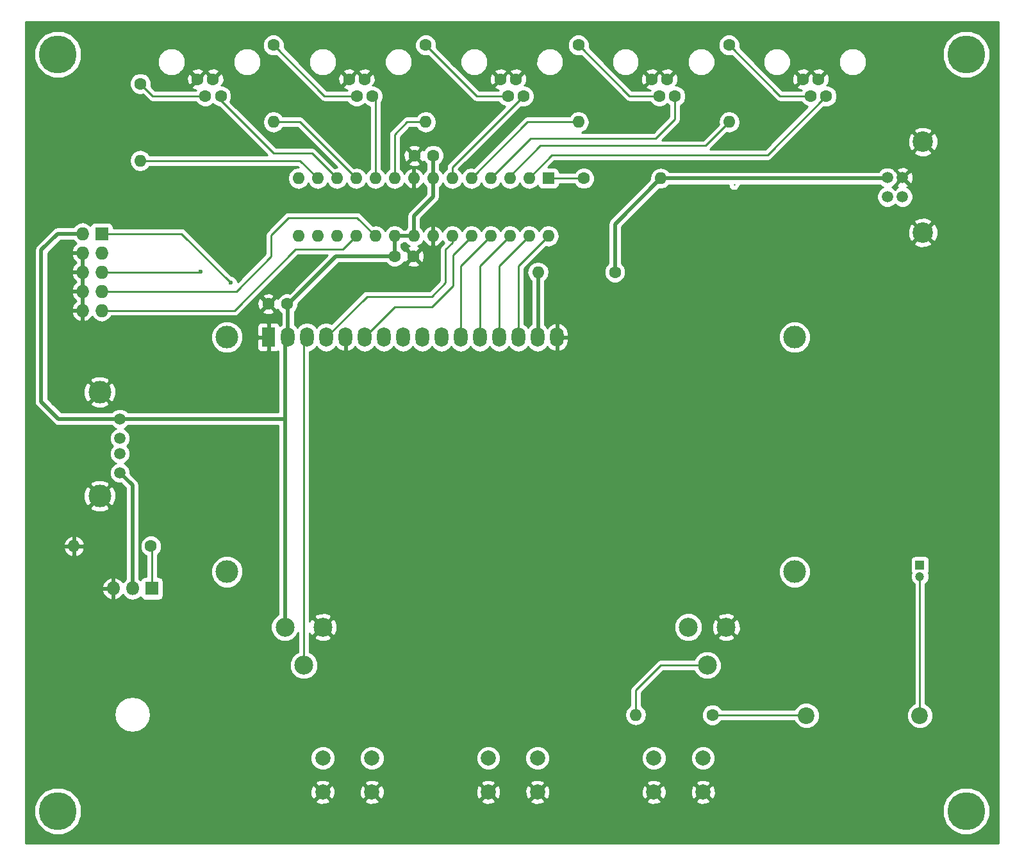
<source format=gbr>
G04 #@! TF.FileFunction,Copper,L1,Top,Signal*
%FSLAX46Y46*%
G04 Gerber Fmt 4.6, Leading zero omitted, Abs format (unit mm)*
G04 Created by KiCad (PCBNEW 4.0.6) date Sunday, July 23, 2017 'AMt' 01:04:53 AM*
%MOMM*%
%LPD*%
G01*
G04 APERTURE LIST*
%ADD10C,0.100000*%
%ADD11C,5.000000*%
%ADD12C,1.600000*%
%ADD13R,1.800000X2.600000*%
%ADD14O,1.800000X2.600000*%
%ADD15C,3.000000*%
%ADD16C,2.200000*%
%ADD17O,1.600000X1.600000*%
%ADD18C,2.500000*%
%ADD19R,1.600000X1.600000*%
%ADD20C,1.520000*%
%ADD21C,2.700000*%
%ADD22C,1.500000*%
%ADD23C,2.000000*%
%ADD24R,1.800000X1.800000*%
%ADD25O,1.800000X1.800000*%
%ADD26R,1.200000X1.200000*%
%ADD27C,1.200000*%
%ADD28R,1.727200X1.727200*%
%ADD29O,1.727200X1.727200*%
%ADD30C,0.600000*%
%ADD31C,0.250000*%
%ADD32C,0.500000*%
%ADD33C,0.254000*%
G04 APERTURE END LIST*
D10*
D11*
X225000000Y-35000000D03*
X225000000Y-135000000D03*
X105000000Y-135000000D03*
D12*
X154600000Y-48400000D03*
X152100000Y-48400000D03*
X135300000Y-68000000D03*
X132800000Y-68000000D03*
D13*
X132842000Y-72390000D03*
D14*
X135382000Y-72390000D03*
X137922000Y-72390000D03*
X140462000Y-72390000D03*
X143002000Y-72390000D03*
X145542000Y-72390000D03*
X148082000Y-72390000D03*
X150622000Y-72390000D03*
X153162000Y-72390000D03*
X155702000Y-72390000D03*
X158242000Y-72390000D03*
X160782000Y-72390000D03*
X163322000Y-72390000D03*
X165862000Y-72390000D03*
X168402000Y-72390000D03*
X170942000Y-72390000D03*
D15*
X127342900Y-72390000D03*
X127342900Y-103390700D03*
X202341480Y-103390700D03*
X202342000Y-72390000D03*
D12*
X203470000Y-38300000D03*
X204490000Y-40540000D03*
X205510000Y-38300000D03*
X206530000Y-40540000D03*
X183470000Y-38300000D03*
X184490000Y-40540000D03*
X185510000Y-38300000D03*
X186530000Y-40540000D03*
X163470000Y-38300000D03*
X164490000Y-40540000D03*
X165510000Y-38300000D03*
X166530000Y-40540000D03*
X143470000Y-38300000D03*
X144490000Y-40540000D03*
X145510000Y-38300000D03*
X146530000Y-40540000D03*
X123470000Y-38300000D03*
X124490000Y-40540000D03*
X125510000Y-38300000D03*
X126530000Y-40540000D03*
D16*
X218900000Y-122400000D03*
X203900000Y-122400000D03*
D12*
X174500000Y-51400000D03*
D17*
X184660000Y-51400000D03*
D12*
X117300000Y-100000000D03*
D17*
X107140000Y-100000000D03*
D12*
X191500000Y-122300000D03*
D17*
X181340000Y-122300000D03*
D12*
X178600000Y-63800000D03*
D17*
X168440000Y-63800000D03*
D12*
X193700000Y-33800000D03*
D17*
X193700000Y-43960000D03*
D12*
X173800000Y-33800000D03*
D17*
X173800000Y-43960000D03*
D12*
X153600000Y-33800000D03*
D17*
X153600000Y-43960000D03*
D12*
X133500000Y-33800000D03*
D17*
X133500000Y-43960000D03*
D12*
X115900000Y-38900000D03*
D17*
X115900000Y-49060000D03*
D18*
X190800000Y-115740000D03*
X193300000Y-110700000D03*
X188300000Y-110700000D03*
X137500000Y-115740000D03*
X140000000Y-110700000D03*
X135000000Y-110700000D03*
D19*
X169800000Y-51400000D03*
D17*
X136780000Y-59020000D03*
X167260000Y-51400000D03*
X139320000Y-59020000D03*
X164720000Y-51400000D03*
X141860000Y-59020000D03*
X162180000Y-51400000D03*
X144400000Y-59020000D03*
X159640000Y-51400000D03*
X146940000Y-59020000D03*
X157100000Y-51400000D03*
X149480000Y-59020000D03*
X154560000Y-51400000D03*
X152020000Y-59020000D03*
X152020000Y-51400000D03*
X154560000Y-59020000D03*
X149480000Y-51400000D03*
X157100000Y-59020000D03*
X146940000Y-51400000D03*
X159640000Y-59020000D03*
X144400000Y-51400000D03*
X162180000Y-59020000D03*
X141860000Y-51400000D03*
X164720000Y-59020000D03*
X139320000Y-51400000D03*
X167260000Y-59020000D03*
X136780000Y-51400000D03*
X169800000Y-59020000D03*
D20*
X214600000Y-53840000D03*
X214600000Y-51300000D03*
X216600000Y-51300000D03*
X216600000Y-53840000D03*
D21*
X219300000Y-58570000D03*
X219300000Y-46570000D03*
D22*
X113200000Y-90310000D03*
X113200000Y-87770000D03*
X113200000Y-85740000D03*
X113200000Y-83200000D03*
D15*
X110530000Y-93360000D03*
X110530000Y-79640000D03*
D12*
X152000000Y-61700000D03*
X149500000Y-61700000D03*
D23*
X140000000Y-132500000D03*
X140000000Y-128000000D03*
X146500000Y-132500000D03*
X146500000Y-128000000D03*
X161875000Y-132500000D03*
X161875000Y-128000000D03*
X168375000Y-132500000D03*
X168375000Y-128000000D03*
X183750000Y-132500000D03*
X183750000Y-128000000D03*
X190250000Y-132500000D03*
X190250000Y-128000000D03*
D24*
X117400000Y-105600000D03*
D25*
X114860000Y-105600000D03*
X112320000Y-105600000D03*
D11*
X105000000Y-35000000D03*
D26*
X218900000Y-102500000D03*
D27*
X218900000Y-104000000D03*
D28*
X110800000Y-58700000D03*
D29*
X108260000Y-58700000D03*
X110800000Y-61240000D03*
X108260000Y-61240000D03*
X110800000Y-63780000D03*
X108260000Y-63780000D03*
X110800000Y-66320000D03*
X108260000Y-66320000D03*
X110800000Y-68860000D03*
X108260000Y-68860000D03*
D30*
X127800000Y-65200000D03*
X123900000Y-63700000D03*
D31*
X194350000Y-52250000D02*
X194400000Y-52200000D01*
X194350000Y-52250000D02*
X194400000Y-52200000D01*
D32*
X108260000Y-58700000D02*
X105000000Y-58700000D01*
X105100000Y-83200000D02*
X113200000Y-83200000D01*
X102800000Y-80900000D02*
X105100000Y-83200000D01*
X102800000Y-60900000D02*
X102800000Y-80900000D01*
X105000000Y-58700000D02*
X102800000Y-60900000D01*
X113200000Y-83200000D02*
X135000000Y-83200000D01*
X135000000Y-83200000D02*
X134900000Y-83200000D01*
X134900000Y-83200000D02*
X135000000Y-83200000D01*
X135000000Y-110700000D02*
X135000000Y-83200000D01*
X135000000Y-83200000D02*
X135000000Y-72772000D01*
X135000000Y-72772000D02*
X135382000Y-72390000D01*
X214600000Y-51300000D02*
X214500000Y-51300000D01*
X178600000Y-63800000D02*
X178600000Y-57460000D01*
X178600000Y-57460000D02*
X184660000Y-51400000D01*
X184660000Y-51400000D02*
X214500000Y-51400000D01*
X214500000Y-51400000D02*
X214600000Y-51300000D01*
X135600000Y-72608000D02*
X135382000Y-72390000D01*
X135382000Y-72390000D02*
X135382000Y-68082000D01*
X135382000Y-68082000D02*
X141764000Y-61700000D01*
X141764000Y-61700000D02*
X149500000Y-61700000D01*
X149500000Y-61700000D02*
X149500000Y-59040000D01*
X149500000Y-59040000D02*
X149480000Y-59020000D01*
X152020000Y-59020000D02*
X152020000Y-56380000D01*
X152020000Y-56380000D02*
X154560000Y-53840000D01*
X154560000Y-53840000D02*
X154560000Y-51400000D01*
X154560000Y-51400000D02*
X154560000Y-48440000D01*
X154560000Y-48440000D02*
X154600000Y-48400000D01*
X151900000Y-59140000D02*
X152020000Y-59020000D01*
X149480000Y-59020000D02*
X152020000Y-59020000D01*
X154610000Y-48410000D02*
X154600000Y-48400000D01*
X154400000Y-59180000D02*
X154560000Y-59020000D01*
D31*
X137500000Y-115740000D02*
X137500000Y-72812000D01*
X137500000Y-72812000D02*
X137922000Y-72390000D01*
X138100000Y-72568000D02*
X137922000Y-72390000D01*
X138000000Y-72468000D02*
X137922000Y-72390000D01*
X138300000Y-72768000D02*
X137922000Y-72390000D01*
X157100000Y-59020000D02*
X157100000Y-59900000D01*
X157100000Y-59900000D02*
X156200000Y-60800000D01*
X156200000Y-60800000D02*
X156200000Y-65200000D01*
X156200000Y-65200000D02*
X154400000Y-67000000D01*
X154400000Y-67000000D02*
X145852000Y-67000000D01*
X145852000Y-67000000D02*
X140462000Y-72390000D01*
X159640000Y-59020000D02*
X159640000Y-59060000D01*
X159640000Y-59060000D02*
X157200000Y-61500000D01*
X157200000Y-61500000D02*
X157200000Y-65600000D01*
X157200000Y-65600000D02*
X154400000Y-68400000D01*
X154400000Y-68400000D02*
X149532000Y-68400000D01*
X149532000Y-68400000D02*
X145542000Y-72390000D01*
X158242000Y-72390000D02*
X158242000Y-62958000D01*
X158242000Y-62958000D02*
X162180000Y-59020000D01*
X160782000Y-72390000D02*
X160782000Y-62958000D01*
X160782000Y-62958000D02*
X164720000Y-59020000D01*
X163322000Y-72390000D02*
X163322000Y-62958000D01*
X163322000Y-62958000D02*
X167260000Y-59020000D01*
X165862000Y-72390000D02*
X165862000Y-62958000D01*
X165862000Y-62958000D02*
X169800000Y-59020000D01*
D32*
X168440000Y-63800000D02*
X168440000Y-72352000D01*
X168440000Y-72352000D02*
X168402000Y-72390000D01*
X168440000Y-72352000D02*
X168402000Y-72390000D01*
X168600000Y-72588000D02*
X168402000Y-72390000D01*
D31*
X168800000Y-72788000D02*
X168402000Y-72390000D01*
X204490000Y-40540000D02*
X200440000Y-40540000D01*
X200440000Y-40540000D02*
X193700000Y-33800000D01*
X167260000Y-51400000D02*
X167260000Y-51340000D01*
X167260000Y-51340000D02*
X170300000Y-48300000D01*
X170300000Y-48300000D02*
X198770000Y-48300000D01*
X198770000Y-48300000D02*
X206530000Y-40540000D01*
X184490000Y-40540000D02*
X180540000Y-40540000D01*
X180540000Y-40540000D02*
X173800000Y-33800000D01*
X186530000Y-40540000D02*
X186530000Y-43570000D01*
X167480000Y-46100000D02*
X162180000Y-51400000D01*
X184000000Y-46100000D02*
X167480000Y-46100000D01*
X186530000Y-43570000D02*
X184000000Y-46100000D01*
X164490000Y-40540000D02*
X160340000Y-40540000D01*
X160340000Y-40540000D02*
X153600000Y-33800000D01*
X144490000Y-40540000D02*
X140240000Y-40540000D01*
X140240000Y-40540000D02*
X133500000Y-33800000D01*
X124490000Y-40540000D02*
X117540000Y-40540000D01*
X117540000Y-40540000D02*
X115900000Y-38900000D01*
X124430000Y-40600000D02*
X124490000Y-40540000D01*
X110800000Y-68860000D02*
X128340000Y-68860000D01*
X142620000Y-60800000D02*
X144400000Y-59020000D01*
X136400000Y-60800000D02*
X142620000Y-60800000D01*
X128340000Y-68860000D02*
X136400000Y-60800000D01*
X144400000Y-59020000D02*
X144400000Y-59000000D01*
X144400000Y-59020000D02*
X144320000Y-59020000D01*
X110800000Y-66320000D02*
X128580000Y-66320000D01*
X144520000Y-56600000D02*
X146940000Y-59020000D01*
X135500000Y-56600000D02*
X144520000Y-56600000D01*
X133200000Y-58900000D02*
X135500000Y-56600000D01*
X133200000Y-61700000D02*
X133200000Y-58900000D01*
X128580000Y-66320000D02*
X133200000Y-61700000D01*
X146940000Y-59020000D02*
X146940000Y-58940000D01*
X110800000Y-58700000D02*
X121300000Y-58700000D01*
X121300000Y-58700000D02*
X127800000Y-65200000D01*
X110800000Y-63780000D02*
X123820000Y-63780000D01*
X123820000Y-63780000D02*
X123900000Y-63700000D01*
X169800000Y-51400000D02*
X174500000Y-51400000D01*
X191500000Y-122300000D02*
X203800000Y-122300000D01*
X203800000Y-122300000D02*
X203900000Y-122400000D01*
X117400000Y-105600000D02*
X117400000Y-100100000D01*
X117400000Y-100100000D02*
X117300000Y-100000000D01*
X164720000Y-51400000D02*
X164720000Y-51080000D01*
X164720000Y-51080000D02*
X168700000Y-47100000D01*
X168700000Y-47100000D02*
X190560000Y-47100000D01*
X190560000Y-47100000D02*
X193700000Y-43960000D01*
X173800000Y-43960000D02*
X167080000Y-43960000D01*
X167080000Y-43960000D02*
X159640000Y-51400000D01*
X157100000Y-51400000D02*
X157100000Y-49970000D01*
X157100000Y-49970000D02*
X166530000Y-40540000D01*
X149480000Y-51400000D02*
X149480000Y-45620000D01*
X151140000Y-43960000D02*
X153600000Y-43960000D01*
X149480000Y-45620000D02*
X151140000Y-43960000D01*
X146940000Y-51400000D02*
X146940000Y-40950000D01*
X146940000Y-40950000D02*
X146530000Y-40540000D01*
X146940000Y-51400000D02*
X146940000Y-50950000D01*
X133500000Y-43960000D02*
X136960000Y-43960000D01*
X136960000Y-43960000D02*
X144400000Y-51400000D01*
X126530000Y-40540000D02*
X126530000Y-41130000D01*
X126530000Y-41130000D02*
X133500000Y-48100000D01*
X133500000Y-48100000D02*
X138560000Y-48100000D01*
X138560000Y-48100000D02*
X141860000Y-51400000D01*
X115900000Y-49060000D02*
X136980000Y-49060000D01*
X136980000Y-49060000D02*
X139320000Y-51400000D01*
D32*
X114860000Y-105600000D02*
X114860000Y-91970000D01*
X114860000Y-91970000D02*
X113200000Y-90310000D01*
D31*
X181340000Y-122300000D02*
X181340000Y-119060000D01*
X184660000Y-115740000D02*
X190800000Y-115740000D01*
X181340000Y-119060000D02*
X184660000Y-115740000D01*
X218900000Y-122400000D02*
X218900000Y-104000000D01*
D33*
G36*
X229290000Y-139290000D02*
X100710000Y-139290000D01*
X100710000Y-135620854D01*
X101864457Y-135620854D01*
X102340727Y-136773515D01*
X103221847Y-137656174D01*
X104373674Y-138134454D01*
X105620854Y-138135543D01*
X106773515Y-137659273D01*
X107656174Y-136778153D01*
X108134454Y-135626326D01*
X108134458Y-135620854D01*
X221864457Y-135620854D01*
X222340727Y-136773515D01*
X223221847Y-137656174D01*
X224373674Y-138134454D01*
X225620854Y-138135543D01*
X226773515Y-137659273D01*
X227656174Y-136778153D01*
X228134454Y-135626326D01*
X228135543Y-134379146D01*
X227659273Y-133226485D01*
X226778153Y-132343826D01*
X225626326Y-131865546D01*
X224379146Y-131864457D01*
X223226485Y-132340727D01*
X222343826Y-133221847D01*
X221865546Y-134373674D01*
X221864457Y-135620854D01*
X108134458Y-135620854D01*
X108135543Y-134379146D01*
X107835313Y-133652532D01*
X139027073Y-133652532D01*
X139125736Y-133919387D01*
X139735461Y-134145908D01*
X140385460Y-134121856D01*
X140874264Y-133919387D01*
X140972927Y-133652532D01*
X145527073Y-133652532D01*
X145625736Y-133919387D01*
X146235461Y-134145908D01*
X146885460Y-134121856D01*
X147374264Y-133919387D01*
X147472927Y-133652532D01*
X160902073Y-133652532D01*
X161000736Y-133919387D01*
X161610461Y-134145908D01*
X162260460Y-134121856D01*
X162749264Y-133919387D01*
X162847927Y-133652532D01*
X167402073Y-133652532D01*
X167500736Y-133919387D01*
X168110461Y-134145908D01*
X168760460Y-134121856D01*
X169249264Y-133919387D01*
X169347927Y-133652532D01*
X182777073Y-133652532D01*
X182875736Y-133919387D01*
X183485461Y-134145908D01*
X184135460Y-134121856D01*
X184624264Y-133919387D01*
X184722927Y-133652532D01*
X189277073Y-133652532D01*
X189375736Y-133919387D01*
X189985461Y-134145908D01*
X190635460Y-134121856D01*
X191124264Y-133919387D01*
X191222927Y-133652532D01*
X190250000Y-132679605D01*
X189277073Y-133652532D01*
X184722927Y-133652532D01*
X183750000Y-132679605D01*
X182777073Y-133652532D01*
X169347927Y-133652532D01*
X168375000Y-132679605D01*
X167402073Y-133652532D01*
X162847927Y-133652532D01*
X161875000Y-132679605D01*
X160902073Y-133652532D01*
X147472927Y-133652532D01*
X146500000Y-132679605D01*
X145527073Y-133652532D01*
X140972927Y-133652532D01*
X140000000Y-132679605D01*
X139027073Y-133652532D01*
X107835313Y-133652532D01*
X107659273Y-133226485D01*
X106778153Y-132343826D01*
X106517181Y-132235461D01*
X138354092Y-132235461D01*
X138378144Y-132885460D01*
X138580613Y-133374264D01*
X138847468Y-133472927D01*
X139820395Y-132500000D01*
X140179605Y-132500000D01*
X141152532Y-133472927D01*
X141419387Y-133374264D01*
X141645908Y-132764539D01*
X141626331Y-132235461D01*
X144854092Y-132235461D01*
X144878144Y-132885460D01*
X145080613Y-133374264D01*
X145347468Y-133472927D01*
X146320395Y-132500000D01*
X146679605Y-132500000D01*
X147652532Y-133472927D01*
X147919387Y-133374264D01*
X148145908Y-132764539D01*
X148126331Y-132235461D01*
X160229092Y-132235461D01*
X160253144Y-132885460D01*
X160455613Y-133374264D01*
X160722468Y-133472927D01*
X161695395Y-132500000D01*
X162054605Y-132500000D01*
X163027532Y-133472927D01*
X163294387Y-133374264D01*
X163520908Y-132764539D01*
X163501331Y-132235461D01*
X166729092Y-132235461D01*
X166753144Y-132885460D01*
X166955613Y-133374264D01*
X167222468Y-133472927D01*
X168195395Y-132500000D01*
X168554605Y-132500000D01*
X169527532Y-133472927D01*
X169794387Y-133374264D01*
X170020908Y-132764539D01*
X170001331Y-132235461D01*
X182104092Y-132235461D01*
X182128144Y-132885460D01*
X182330613Y-133374264D01*
X182597468Y-133472927D01*
X183570395Y-132500000D01*
X183929605Y-132500000D01*
X184902532Y-133472927D01*
X185169387Y-133374264D01*
X185395908Y-132764539D01*
X185376331Y-132235461D01*
X188604092Y-132235461D01*
X188628144Y-132885460D01*
X188830613Y-133374264D01*
X189097468Y-133472927D01*
X190070395Y-132500000D01*
X190429605Y-132500000D01*
X191402532Y-133472927D01*
X191669387Y-133374264D01*
X191895908Y-132764539D01*
X191871856Y-132114540D01*
X191669387Y-131625736D01*
X191402532Y-131527073D01*
X190429605Y-132500000D01*
X190070395Y-132500000D01*
X189097468Y-131527073D01*
X188830613Y-131625736D01*
X188604092Y-132235461D01*
X185376331Y-132235461D01*
X185371856Y-132114540D01*
X185169387Y-131625736D01*
X184902532Y-131527073D01*
X183929605Y-132500000D01*
X183570395Y-132500000D01*
X182597468Y-131527073D01*
X182330613Y-131625736D01*
X182104092Y-132235461D01*
X170001331Y-132235461D01*
X169996856Y-132114540D01*
X169794387Y-131625736D01*
X169527532Y-131527073D01*
X168554605Y-132500000D01*
X168195395Y-132500000D01*
X167222468Y-131527073D01*
X166955613Y-131625736D01*
X166729092Y-132235461D01*
X163501331Y-132235461D01*
X163496856Y-132114540D01*
X163294387Y-131625736D01*
X163027532Y-131527073D01*
X162054605Y-132500000D01*
X161695395Y-132500000D01*
X160722468Y-131527073D01*
X160455613Y-131625736D01*
X160229092Y-132235461D01*
X148126331Y-132235461D01*
X148121856Y-132114540D01*
X147919387Y-131625736D01*
X147652532Y-131527073D01*
X146679605Y-132500000D01*
X146320395Y-132500000D01*
X145347468Y-131527073D01*
X145080613Y-131625736D01*
X144854092Y-132235461D01*
X141626331Y-132235461D01*
X141621856Y-132114540D01*
X141419387Y-131625736D01*
X141152532Y-131527073D01*
X140179605Y-132500000D01*
X139820395Y-132500000D01*
X138847468Y-131527073D01*
X138580613Y-131625736D01*
X138354092Y-132235461D01*
X106517181Y-132235461D01*
X105626326Y-131865546D01*
X104379146Y-131864457D01*
X103226485Y-132340727D01*
X102343826Y-133221847D01*
X101865546Y-134373674D01*
X101864457Y-135620854D01*
X100710000Y-135620854D01*
X100710000Y-131347468D01*
X139027073Y-131347468D01*
X140000000Y-132320395D01*
X140972927Y-131347468D01*
X145527073Y-131347468D01*
X146500000Y-132320395D01*
X147472927Y-131347468D01*
X160902073Y-131347468D01*
X161875000Y-132320395D01*
X162847927Y-131347468D01*
X167402073Y-131347468D01*
X168375000Y-132320395D01*
X169347927Y-131347468D01*
X182777073Y-131347468D01*
X183750000Y-132320395D01*
X184722927Y-131347468D01*
X189277073Y-131347468D01*
X190250000Y-132320395D01*
X191222927Y-131347468D01*
X191124264Y-131080613D01*
X190514539Y-130854092D01*
X189864540Y-130878144D01*
X189375736Y-131080613D01*
X189277073Y-131347468D01*
X184722927Y-131347468D01*
X184624264Y-131080613D01*
X184014539Y-130854092D01*
X183364540Y-130878144D01*
X182875736Y-131080613D01*
X182777073Y-131347468D01*
X169347927Y-131347468D01*
X169249264Y-131080613D01*
X168639539Y-130854092D01*
X167989540Y-130878144D01*
X167500736Y-131080613D01*
X167402073Y-131347468D01*
X162847927Y-131347468D01*
X162749264Y-131080613D01*
X162139539Y-130854092D01*
X161489540Y-130878144D01*
X161000736Y-131080613D01*
X160902073Y-131347468D01*
X147472927Y-131347468D01*
X147374264Y-131080613D01*
X146764539Y-130854092D01*
X146114540Y-130878144D01*
X145625736Y-131080613D01*
X145527073Y-131347468D01*
X140972927Y-131347468D01*
X140874264Y-131080613D01*
X140264539Y-130854092D01*
X139614540Y-130878144D01*
X139125736Y-131080613D01*
X139027073Y-131347468D01*
X100710000Y-131347468D01*
X100710000Y-128323795D01*
X138364716Y-128323795D01*
X138613106Y-128924943D01*
X139072637Y-129385278D01*
X139673352Y-129634716D01*
X140323795Y-129635284D01*
X140924943Y-129386894D01*
X141385278Y-128927363D01*
X141634716Y-128326648D01*
X141634718Y-128323795D01*
X144864716Y-128323795D01*
X145113106Y-128924943D01*
X145572637Y-129385278D01*
X146173352Y-129634716D01*
X146823795Y-129635284D01*
X147424943Y-129386894D01*
X147885278Y-128927363D01*
X148134716Y-128326648D01*
X148134718Y-128323795D01*
X160239716Y-128323795D01*
X160488106Y-128924943D01*
X160947637Y-129385278D01*
X161548352Y-129634716D01*
X162198795Y-129635284D01*
X162799943Y-129386894D01*
X163260278Y-128927363D01*
X163509716Y-128326648D01*
X163509718Y-128323795D01*
X166739716Y-128323795D01*
X166988106Y-128924943D01*
X167447637Y-129385278D01*
X168048352Y-129634716D01*
X168698795Y-129635284D01*
X169299943Y-129386894D01*
X169760278Y-128927363D01*
X170009716Y-128326648D01*
X170009718Y-128323795D01*
X182114716Y-128323795D01*
X182363106Y-128924943D01*
X182822637Y-129385278D01*
X183423352Y-129634716D01*
X184073795Y-129635284D01*
X184674943Y-129386894D01*
X185135278Y-128927363D01*
X185384716Y-128326648D01*
X185384718Y-128323795D01*
X188614716Y-128323795D01*
X188863106Y-128924943D01*
X189322637Y-129385278D01*
X189923352Y-129634716D01*
X190573795Y-129635284D01*
X191174943Y-129386894D01*
X191635278Y-128927363D01*
X191884716Y-128326648D01*
X191885284Y-127676205D01*
X191636894Y-127075057D01*
X191177363Y-126614722D01*
X190576648Y-126365284D01*
X189926205Y-126364716D01*
X189325057Y-126613106D01*
X188864722Y-127072637D01*
X188615284Y-127673352D01*
X188614716Y-128323795D01*
X185384718Y-128323795D01*
X185385284Y-127676205D01*
X185136894Y-127075057D01*
X184677363Y-126614722D01*
X184076648Y-126365284D01*
X183426205Y-126364716D01*
X182825057Y-126613106D01*
X182364722Y-127072637D01*
X182115284Y-127673352D01*
X182114716Y-128323795D01*
X170009718Y-128323795D01*
X170010284Y-127676205D01*
X169761894Y-127075057D01*
X169302363Y-126614722D01*
X168701648Y-126365284D01*
X168051205Y-126364716D01*
X167450057Y-126613106D01*
X166989722Y-127072637D01*
X166740284Y-127673352D01*
X166739716Y-128323795D01*
X163509718Y-128323795D01*
X163510284Y-127676205D01*
X163261894Y-127075057D01*
X162802363Y-126614722D01*
X162201648Y-126365284D01*
X161551205Y-126364716D01*
X160950057Y-126613106D01*
X160489722Y-127072637D01*
X160240284Y-127673352D01*
X160239716Y-128323795D01*
X148134718Y-128323795D01*
X148135284Y-127676205D01*
X147886894Y-127075057D01*
X147427363Y-126614722D01*
X146826648Y-126365284D01*
X146176205Y-126364716D01*
X145575057Y-126613106D01*
X145114722Y-127072637D01*
X144865284Y-127673352D01*
X144864716Y-128323795D01*
X141634718Y-128323795D01*
X141635284Y-127676205D01*
X141386894Y-127075057D01*
X140927363Y-126614722D01*
X140326648Y-126365284D01*
X139676205Y-126364716D01*
X139075057Y-126613106D01*
X138614722Y-127072637D01*
X138365284Y-127673352D01*
X138364716Y-128323795D01*
X100710000Y-128323795D01*
X100710000Y-122260000D01*
X112428275Y-122260000D01*
X112609822Y-123172700D01*
X113126825Y-123946450D01*
X113900575Y-124463453D01*
X114813275Y-124645000D01*
X114906725Y-124645000D01*
X115819425Y-124463453D01*
X116593175Y-123946450D01*
X117110178Y-123172700D01*
X117283768Y-122300000D01*
X179876887Y-122300000D01*
X179986120Y-122849151D01*
X180297189Y-123314698D01*
X180762736Y-123625767D01*
X181311887Y-123735000D01*
X181368113Y-123735000D01*
X181917264Y-123625767D01*
X182382811Y-123314698D01*
X182693880Y-122849151D01*
X182746584Y-122584187D01*
X190064752Y-122584187D01*
X190282757Y-123111800D01*
X190686077Y-123515824D01*
X191213309Y-123734750D01*
X191784187Y-123735248D01*
X192311800Y-123517243D01*
X192715824Y-123113923D01*
X192738215Y-123060000D01*
X202295433Y-123060000D01*
X202428281Y-123381515D01*
X202915918Y-123870004D01*
X203553373Y-124134699D01*
X204243599Y-124135301D01*
X204881515Y-123871719D01*
X205370004Y-123384082D01*
X205634699Y-122746627D01*
X205634701Y-122743599D01*
X217164699Y-122743599D01*
X217428281Y-123381515D01*
X217915918Y-123870004D01*
X218553373Y-124134699D01*
X219243599Y-124135301D01*
X219881515Y-123871719D01*
X220370004Y-123384082D01*
X220634699Y-122746627D01*
X220635301Y-122056401D01*
X220371719Y-121418485D01*
X219884082Y-120929996D01*
X219660000Y-120836949D01*
X219660000Y-104986356D01*
X219946371Y-104700485D01*
X220134785Y-104246734D01*
X220135214Y-103755421D01*
X220016696Y-103468586D01*
X220096431Y-103351890D01*
X220147440Y-103100000D01*
X220147440Y-101900000D01*
X220103162Y-101664683D01*
X219964090Y-101448559D01*
X219751890Y-101303569D01*
X219500000Y-101252560D01*
X218300000Y-101252560D01*
X218064683Y-101296838D01*
X217848559Y-101435910D01*
X217703569Y-101648110D01*
X217652560Y-101900000D01*
X217652560Y-103100000D01*
X217696838Y-103335317D01*
X217783099Y-103469370D01*
X217665215Y-103753266D01*
X217664786Y-104244579D01*
X217852408Y-104698657D01*
X218140000Y-104986752D01*
X218140000Y-120836753D01*
X217918485Y-120928281D01*
X217429996Y-121415918D01*
X217165301Y-122053373D01*
X217164699Y-122743599D01*
X205634701Y-122743599D01*
X205635301Y-122056401D01*
X205371719Y-121418485D01*
X204884082Y-120929996D01*
X204246627Y-120665301D01*
X203556401Y-120664699D01*
X202918485Y-120928281D01*
X202429996Y-121415918D01*
X202378473Y-121540000D01*
X192738646Y-121540000D01*
X192717243Y-121488200D01*
X192313923Y-121084176D01*
X191786691Y-120865250D01*
X191215813Y-120864752D01*
X190688200Y-121082757D01*
X190284176Y-121486077D01*
X190065250Y-122013309D01*
X190064752Y-122584187D01*
X182746584Y-122584187D01*
X182803113Y-122300000D01*
X182693880Y-121750849D01*
X182382811Y-121285302D01*
X182100000Y-121096333D01*
X182100000Y-119374802D01*
X184974802Y-116500000D01*
X189074453Y-116500000D01*
X189201043Y-116806372D01*
X189730839Y-117337093D01*
X190423405Y-117624672D01*
X191173305Y-117625326D01*
X191866372Y-117338957D01*
X192397093Y-116809161D01*
X192684672Y-116116595D01*
X192685326Y-115366695D01*
X192398957Y-114673628D01*
X191869161Y-114142907D01*
X191176595Y-113855328D01*
X190426695Y-113854674D01*
X189733628Y-114141043D01*
X189202907Y-114670839D01*
X189074532Y-114980000D01*
X184660000Y-114980000D01*
X184369161Y-115037852D01*
X184122599Y-115202599D01*
X180802599Y-118522599D01*
X180637852Y-118769161D01*
X180580000Y-119060000D01*
X180580000Y-121096333D01*
X180297189Y-121285302D01*
X179986120Y-121750849D01*
X179876887Y-122300000D01*
X117283768Y-122300000D01*
X117291725Y-122260000D01*
X117110178Y-121347300D01*
X116593175Y-120573550D01*
X115819425Y-120056547D01*
X114906725Y-119875000D01*
X114813275Y-119875000D01*
X113900575Y-120056547D01*
X113126825Y-120573550D01*
X112609822Y-121347300D01*
X112428275Y-122260000D01*
X100710000Y-122260000D01*
X100710000Y-105964740D01*
X110828964Y-105964740D01*
X111007760Y-106396417D01*
X111412424Y-106837966D01*
X111955258Y-107091046D01*
X112193000Y-106970997D01*
X112193000Y-105727000D01*
X110949622Y-105727000D01*
X110828964Y-105964740D01*
X100710000Y-105964740D01*
X100710000Y-105235260D01*
X110828964Y-105235260D01*
X110949622Y-105473000D01*
X112193000Y-105473000D01*
X112193000Y-104229003D01*
X111955258Y-104108954D01*
X111412424Y-104362034D01*
X111007760Y-104803583D01*
X110828964Y-105235260D01*
X100710000Y-105235260D01*
X100710000Y-100349039D01*
X105748096Y-100349039D01*
X105908959Y-100737423D01*
X106284866Y-101152389D01*
X106790959Y-101391914D01*
X107013000Y-101270629D01*
X107013000Y-100127000D01*
X107267000Y-100127000D01*
X107267000Y-101270629D01*
X107489041Y-101391914D01*
X107995134Y-101152389D01*
X108371041Y-100737423D01*
X108531904Y-100349039D01*
X108409915Y-100127000D01*
X107267000Y-100127000D01*
X107013000Y-100127000D01*
X105870085Y-100127000D01*
X105748096Y-100349039D01*
X100710000Y-100349039D01*
X100710000Y-99650961D01*
X105748096Y-99650961D01*
X105870085Y-99873000D01*
X107013000Y-99873000D01*
X107013000Y-98729371D01*
X107267000Y-98729371D01*
X107267000Y-99873000D01*
X108409915Y-99873000D01*
X108531904Y-99650961D01*
X108371041Y-99262577D01*
X107995134Y-98847611D01*
X107489041Y-98608086D01*
X107267000Y-98729371D01*
X107013000Y-98729371D01*
X106790959Y-98608086D01*
X106284866Y-98847611D01*
X105908959Y-99262577D01*
X105748096Y-99650961D01*
X100710000Y-99650961D01*
X100710000Y-94873970D01*
X109195635Y-94873970D01*
X109355418Y-95192739D01*
X110146187Y-95502723D01*
X110995387Y-95486497D01*
X111704582Y-95192739D01*
X111864365Y-94873970D01*
X110530000Y-93539605D01*
X109195635Y-94873970D01*
X100710000Y-94873970D01*
X100710000Y-92976187D01*
X108387277Y-92976187D01*
X108403503Y-93825387D01*
X108697261Y-94534582D01*
X109016030Y-94694365D01*
X110350395Y-93360000D01*
X110709605Y-93360000D01*
X112043970Y-94694365D01*
X112362739Y-94534582D01*
X112672723Y-93743813D01*
X112656497Y-92894613D01*
X112362739Y-92185418D01*
X112043970Y-92025635D01*
X110709605Y-93360000D01*
X110350395Y-93360000D01*
X109016030Y-92025635D01*
X108697261Y-92185418D01*
X108387277Y-92976187D01*
X100710000Y-92976187D01*
X100710000Y-91846030D01*
X109195635Y-91846030D01*
X110530000Y-93180395D01*
X111864365Y-91846030D01*
X111704582Y-91527261D01*
X110913813Y-91217277D01*
X110064613Y-91233503D01*
X109355418Y-91527261D01*
X109195635Y-91846030D01*
X100710000Y-91846030D01*
X100710000Y-60900000D01*
X101914999Y-60900000D01*
X101915000Y-60900005D01*
X101915000Y-80899995D01*
X101914999Y-80900000D01*
X101965518Y-81153970D01*
X101982367Y-81238675D01*
X102138763Y-81472739D01*
X102174210Y-81525790D01*
X104474208Y-83825787D01*
X104474210Y-83825790D01*
X104710264Y-83983515D01*
X104761325Y-84017633D01*
X105100000Y-84085001D01*
X105100005Y-84085000D01*
X112126477Y-84085000D01*
X112414436Y-84373461D01*
X112646870Y-84469976D01*
X112416485Y-84565169D01*
X112026539Y-84954436D01*
X111815241Y-85463298D01*
X111814760Y-86014285D01*
X112025169Y-86523515D01*
X112256313Y-86755062D01*
X112026539Y-86984436D01*
X111815241Y-87493298D01*
X111814760Y-88044285D01*
X112025169Y-88553515D01*
X112414436Y-88943461D01*
X112646870Y-89039976D01*
X112416485Y-89135169D01*
X112026539Y-89524436D01*
X111815241Y-90033298D01*
X111814760Y-90584285D01*
X112025169Y-91093515D01*
X112414436Y-91483461D01*
X112923298Y-91694759D01*
X113333538Y-91695117D01*
X113975000Y-92336579D01*
X113975000Y-104360589D01*
X113744519Y-104514591D01*
X113585499Y-104752582D01*
X113227576Y-104362034D01*
X112684742Y-104108954D01*
X112447000Y-104229003D01*
X112447000Y-105473000D01*
X112467000Y-105473000D01*
X112467000Y-105727000D01*
X112447000Y-105727000D01*
X112447000Y-106970997D01*
X112684742Y-107091046D01*
X113227576Y-106837966D01*
X113585499Y-106447418D01*
X113744519Y-106685409D01*
X114242509Y-107018155D01*
X114829928Y-107135000D01*
X114890072Y-107135000D01*
X115477491Y-107018155D01*
X115898026Y-106737163D01*
X116035910Y-106951441D01*
X116248110Y-107096431D01*
X116500000Y-107147440D01*
X118300000Y-107147440D01*
X118535317Y-107103162D01*
X118751441Y-106964090D01*
X118896431Y-106751890D01*
X118947440Y-106500000D01*
X118947440Y-104700000D01*
X118903162Y-104464683D01*
X118764090Y-104248559D01*
X118551890Y-104103569D01*
X118300000Y-104052560D01*
X118160000Y-104052560D01*
X118160000Y-103813515D01*
X125207530Y-103813515D01*
X125531880Y-104598500D01*
X126131941Y-105199609D01*
X126916359Y-105525328D01*
X127765715Y-105526070D01*
X128550700Y-105201720D01*
X129151809Y-104601659D01*
X129477528Y-103817241D01*
X129478270Y-102967885D01*
X129153920Y-102182900D01*
X128553859Y-101581791D01*
X127769441Y-101256072D01*
X126920085Y-101255330D01*
X126135100Y-101579680D01*
X125533991Y-102179741D01*
X125208272Y-102964159D01*
X125207530Y-103813515D01*
X118160000Y-103813515D01*
X118160000Y-101169127D01*
X118515824Y-100813923D01*
X118734750Y-100286691D01*
X118735248Y-99715813D01*
X118517243Y-99188200D01*
X118113923Y-98784176D01*
X117586691Y-98565250D01*
X117015813Y-98564752D01*
X116488200Y-98782757D01*
X116084176Y-99186077D01*
X115865250Y-99713309D01*
X115864752Y-100284187D01*
X116082757Y-100811800D01*
X116486077Y-101215824D01*
X116640000Y-101279738D01*
X116640000Y-104052560D01*
X116500000Y-104052560D01*
X116264683Y-104096838D01*
X116048559Y-104235910D01*
X115903569Y-104448110D01*
X115900281Y-104464344D01*
X115745000Y-104360589D01*
X115745000Y-91970005D01*
X115745001Y-91970000D01*
X115677634Y-91631326D01*
X115578834Y-91483461D01*
X115485790Y-91344210D01*
X115485787Y-91344208D01*
X114584884Y-90443305D01*
X114585240Y-90035715D01*
X114374831Y-89526485D01*
X113985564Y-89136539D01*
X113753130Y-89040024D01*
X113983515Y-88944831D01*
X114373461Y-88555564D01*
X114584759Y-88046702D01*
X114585240Y-87495715D01*
X114374831Y-86986485D01*
X114143687Y-86754938D01*
X114373461Y-86525564D01*
X114584759Y-86016702D01*
X114585240Y-85465715D01*
X114374831Y-84956485D01*
X113985564Y-84566539D01*
X113753130Y-84470024D01*
X113983515Y-84374831D01*
X114273852Y-84085000D01*
X134115000Y-84085000D01*
X134115000Y-109026102D01*
X133933628Y-109101043D01*
X133402907Y-109630839D01*
X133115328Y-110323405D01*
X133114674Y-111073305D01*
X133401043Y-111766372D01*
X133930839Y-112297093D01*
X134623405Y-112584672D01*
X135373305Y-112585326D01*
X136066372Y-112298957D01*
X136597093Y-111769161D01*
X136740000Y-111425003D01*
X136740000Y-114014453D01*
X136433628Y-114141043D01*
X135902907Y-114670839D01*
X135615328Y-115363405D01*
X135614674Y-116113305D01*
X135901043Y-116806372D01*
X136430839Y-117337093D01*
X137123405Y-117624672D01*
X137873305Y-117625326D01*
X138566372Y-117338957D01*
X139097093Y-116809161D01*
X139384672Y-116116595D01*
X139385326Y-115366695D01*
X139098957Y-114673628D01*
X138569161Y-114142907D01*
X138260000Y-114014532D01*
X138260000Y-112033320D01*
X138846285Y-112033320D01*
X138975533Y-112326123D01*
X139675806Y-112594388D01*
X140425435Y-112574250D01*
X141024467Y-112326123D01*
X141153715Y-112033320D01*
X140000000Y-110879605D01*
X138846285Y-112033320D01*
X138260000Y-112033320D01*
X138260000Y-111449543D01*
X138373877Y-111724467D01*
X138666680Y-111853715D01*
X139820395Y-110700000D01*
X140179605Y-110700000D01*
X141333320Y-111853715D01*
X141626123Y-111724467D01*
X141875574Y-111073305D01*
X186414674Y-111073305D01*
X186701043Y-111766372D01*
X187230839Y-112297093D01*
X187923405Y-112584672D01*
X188673305Y-112585326D01*
X189366372Y-112298957D01*
X189632472Y-112033320D01*
X192146285Y-112033320D01*
X192275533Y-112326123D01*
X192975806Y-112594388D01*
X193725435Y-112574250D01*
X194324467Y-112326123D01*
X194453715Y-112033320D01*
X193300000Y-110879605D01*
X192146285Y-112033320D01*
X189632472Y-112033320D01*
X189897093Y-111769161D01*
X190184672Y-111076595D01*
X190185283Y-110375806D01*
X191405612Y-110375806D01*
X191425750Y-111125435D01*
X191673877Y-111724467D01*
X191966680Y-111853715D01*
X193120395Y-110700000D01*
X193479605Y-110700000D01*
X194633320Y-111853715D01*
X194926123Y-111724467D01*
X195194388Y-111024194D01*
X195174250Y-110274565D01*
X194926123Y-109675533D01*
X194633320Y-109546285D01*
X193479605Y-110700000D01*
X193120395Y-110700000D01*
X191966680Y-109546285D01*
X191673877Y-109675533D01*
X191405612Y-110375806D01*
X190185283Y-110375806D01*
X190185326Y-110326695D01*
X189898957Y-109633628D01*
X189632475Y-109366680D01*
X192146285Y-109366680D01*
X193300000Y-110520395D01*
X194453715Y-109366680D01*
X194324467Y-109073877D01*
X193624194Y-108805612D01*
X192874565Y-108825750D01*
X192275533Y-109073877D01*
X192146285Y-109366680D01*
X189632475Y-109366680D01*
X189369161Y-109102907D01*
X188676595Y-108815328D01*
X187926695Y-108814674D01*
X187233628Y-109101043D01*
X186702907Y-109630839D01*
X186415328Y-110323405D01*
X186414674Y-111073305D01*
X141875574Y-111073305D01*
X141894388Y-111024194D01*
X141874250Y-110274565D01*
X141626123Y-109675533D01*
X141333320Y-109546285D01*
X140179605Y-110700000D01*
X139820395Y-110700000D01*
X138666680Y-109546285D01*
X138373877Y-109675533D01*
X138260000Y-109972795D01*
X138260000Y-109366680D01*
X138846285Y-109366680D01*
X140000000Y-110520395D01*
X141153715Y-109366680D01*
X141024467Y-109073877D01*
X140324194Y-108805612D01*
X139574565Y-108825750D01*
X138975533Y-109073877D01*
X138846285Y-109366680D01*
X138260000Y-109366680D01*
X138260000Y-103813515D01*
X200206110Y-103813515D01*
X200530460Y-104598500D01*
X201130521Y-105199609D01*
X201914939Y-105525328D01*
X202764295Y-105526070D01*
X203549280Y-105201720D01*
X204150389Y-104601659D01*
X204476108Y-103817241D01*
X204476850Y-102967885D01*
X204152500Y-102182900D01*
X203552439Y-101581791D01*
X202768021Y-101256072D01*
X201918665Y-101255330D01*
X201133680Y-101579680D01*
X200532571Y-102179741D01*
X200206852Y-102964159D01*
X200206110Y-103813515D01*
X138260000Y-103813515D01*
X138260000Y-74295677D01*
X138509419Y-74246064D01*
X139007409Y-73913318D01*
X139192000Y-73637058D01*
X139376591Y-73913318D01*
X139874581Y-74246064D01*
X140462000Y-74362909D01*
X141049419Y-74246064D01*
X141547409Y-73913318D01*
X141738192Y-73627790D01*
X142006394Y-73965212D01*
X142531914Y-74256756D01*
X142637260Y-74281036D01*
X142875000Y-74160378D01*
X142875000Y-72517000D01*
X142855000Y-72517000D01*
X142855000Y-72263000D01*
X142875000Y-72263000D01*
X142875000Y-72243000D01*
X143129000Y-72243000D01*
X143129000Y-72263000D01*
X143149000Y-72263000D01*
X143149000Y-72517000D01*
X143129000Y-72517000D01*
X143129000Y-74160378D01*
X143366740Y-74281036D01*
X143472086Y-74256756D01*
X143997606Y-73965212D01*
X144265808Y-73627790D01*
X144456591Y-73913318D01*
X144954581Y-74246064D01*
X145542000Y-74362909D01*
X146129419Y-74246064D01*
X146627409Y-73913318D01*
X146812000Y-73637058D01*
X146996591Y-73913318D01*
X147494581Y-74246064D01*
X148082000Y-74362909D01*
X148669419Y-74246064D01*
X149167409Y-73913318D01*
X149352000Y-73637058D01*
X149536591Y-73913318D01*
X150034581Y-74246064D01*
X150622000Y-74362909D01*
X151209419Y-74246064D01*
X151707409Y-73913318D01*
X151892000Y-73637058D01*
X152076591Y-73913318D01*
X152574581Y-74246064D01*
X153162000Y-74362909D01*
X153749419Y-74246064D01*
X154247409Y-73913318D01*
X154432000Y-73637058D01*
X154616591Y-73913318D01*
X155114581Y-74246064D01*
X155702000Y-74362909D01*
X156289419Y-74246064D01*
X156787409Y-73913318D01*
X156972000Y-73637058D01*
X157156591Y-73913318D01*
X157654581Y-74246064D01*
X158242000Y-74362909D01*
X158829419Y-74246064D01*
X159327409Y-73913318D01*
X159512000Y-73637058D01*
X159696591Y-73913318D01*
X160194581Y-74246064D01*
X160782000Y-74362909D01*
X161369419Y-74246064D01*
X161867409Y-73913318D01*
X162052000Y-73637058D01*
X162236591Y-73913318D01*
X162734581Y-74246064D01*
X163322000Y-74362909D01*
X163909419Y-74246064D01*
X164407409Y-73913318D01*
X164592000Y-73637058D01*
X164776591Y-73913318D01*
X165274581Y-74246064D01*
X165862000Y-74362909D01*
X166449419Y-74246064D01*
X166947409Y-73913318D01*
X167132000Y-73637058D01*
X167316591Y-73913318D01*
X167814581Y-74246064D01*
X168402000Y-74362909D01*
X168989419Y-74246064D01*
X169487409Y-73913318D01*
X169678192Y-73627790D01*
X169946394Y-73965212D01*
X170471914Y-74256756D01*
X170577260Y-74281036D01*
X170815000Y-74160378D01*
X170815000Y-72517000D01*
X171069000Y-72517000D01*
X171069000Y-74160378D01*
X171306740Y-74281036D01*
X171412086Y-74256756D01*
X171937606Y-73965212D01*
X172311554Y-73494752D01*
X172477000Y-72917000D01*
X172477000Y-72812815D01*
X200206630Y-72812815D01*
X200530980Y-73597800D01*
X201131041Y-74198909D01*
X201915459Y-74524628D01*
X202764815Y-74525370D01*
X203549800Y-74201020D01*
X204150909Y-73600959D01*
X204476628Y-72816541D01*
X204477370Y-71967185D01*
X204153020Y-71182200D01*
X203552959Y-70581091D01*
X202768541Y-70255372D01*
X201919185Y-70254630D01*
X201134200Y-70578980D01*
X200533091Y-71179041D01*
X200207372Y-71963459D01*
X200206630Y-72812815D01*
X172477000Y-72812815D01*
X172477000Y-72517000D01*
X171069000Y-72517000D01*
X170815000Y-72517000D01*
X170795000Y-72517000D01*
X170795000Y-72263000D01*
X170815000Y-72263000D01*
X170815000Y-70619622D01*
X171069000Y-70619622D01*
X171069000Y-72263000D01*
X172477000Y-72263000D01*
X172477000Y-71863000D01*
X172311554Y-71285248D01*
X171937606Y-70814788D01*
X171412086Y-70523244D01*
X171306740Y-70498964D01*
X171069000Y-70619622D01*
X170815000Y-70619622D01*
X170577260Y-70498964D01*
X170471914Y-70523244D01*
X169946394Y-70814788D01*
X169678192Y-71152210D01*
X169487409Y-70866682D01*
X169325000Y-70758164D01*
X169325000Y-64920144D01*
X169482811Y-64814698D01*
X169793880Y-64349151D01*
X169846584Y-64084187D01*
X177164752Y-64084187D01*
X177382757Y-64611800D01*
X177786077Y-65015824D01*
X178313309Y-65234750D01*
X178884187Y-65235248D01*
X179411800Y-65017243D01*
X179815824Y-64613923D01*
X180034750Y-64086691D01*
X180035248Y-63515813D01*
X179817243Y-62988200D01*
X179485000Y-62655377D01*
X179485000Y-59975593D01*
X218074012Y-59975593D01*
X218215478Y-60278782D01*
X218951955Y-60563737D01*
X219741418Y-60545164D01*
X220384522Y-60278782D01*
X220525988Y-59975593D01*
X219300000Y-58749605D01*
X218074012Y-59975593D01*
X179485000Y-59975593D01*
X179485000Y-58221955D01*
X217306263Y-58221955D01*
X217324836Y-59011418D01*
X217591218Y-59654522D01*
X217894407Y-59795988D01*
X219120395Y-58570000D01*
X219479605Y-58570000D01*
X220705593Y-59795988D01*
X221008782Y-59654522D01*
X221293737Y-58918045D01*
X221275164Y-58128582D01*
X221008782Y-57485478D01*
X220705593Y-57344012D01*
X219479605Y-58570000D01*
X219120395Y-58570000D01*
X217894407Y-57344012D01*
X217591218Y-57485478D01*
X217306263Y-58221955D01*
X179485000Y-58221955D01*
X179485000Y-57826580D01*
X180147172Y-57164407D01*
X218074012Y-57164407D01*
X219300000Y-58390395D01*
X220525988Y-57164407D01*
X220384522Y-56861218D01*
X219648045Y-56576263D01*
X218858582Y-56594836D01*
X218215478Y-56861218D01*
X218074012Y-57164407D01*
X180147172Y-57164407D01*
X184502346Y-52809233D01*
X184631887Y-52835000D01*
X184688113Y-52835000D01*
X185237264Y-52725767D01*
X185702811Y-52414698D01*
X185789473Y-52285000D01*
X193596962Y-52285000D01*
X193647852Y-52540839D01*
X193812599Y-52787401D01*
X194059161Y-52952148D01*
X194350000Y-53010000D01*
X194640839Y-52952148D01*
X194887401Y-52787401D01*
X194937401Y-52737401D01*
X195102148Y-52490839D01*
X195143092Y-52285000D01*
X213612173Y-52285000D01*
X213808764Y-52481934D01*
X214020738Y-52569954D01*
X213810828Y-52656687D01*
X213418066Y-53048764D01*
X213205242Y-53561300D01*
X213204758Y-54116265D01*
X213416687Y-54629172D01*
X213808764Y-55021934D01*
X214321300Y-55234758D01*
X214876265Y-55235242D01*
X215389172Y-55023313D01*
X215600024Y-54812829D01*
X215808764Y-55021934D01*
X216321300Y-55234758D01*
X216876265Y-55235242D01*
X217389172Y-55023313D01*
X217781934Y-54631236D01*
X217994758Y-54118700D01*
X217995242Y-53563735D01*
X217783313Y-53050828D01*
X217391236Y-52658066D01*
X217195066Y-52576609D01*
X217329941Y-52520742D01*
X217399159Y-52278764D01*
X216600000Y-51479605D01*
X215800841Y-52278764D01*
X215870059Y-52520742D01*
X216014862Y-52572382D01*
X215810828Y-52656687D01*
X215599976Y-52867171D01*
X215391236Y-52658066D01*
X215179262Y-52570046D01*
X215389172Y-52483313D01*
X215781934Y-52091236D01*
X215890419Y-51829976D01*
X216420395Y-51300000D01*
X216779605Y-51300000D01*
X217578764Y-52099159D01*
X217820742Y-52029941D01*
X218007155Y-51507220D01*
X217979341Y-50952951D01*
X217820742Y-50570059D01*
X217578764Y-50500841D01*
X216779605Y-51300000D01*
X216420395Y-51300000D01*
X215890405Y-50770010D01*
X215783313Y-50510828D01*
X215594052Y-50321236D01*
X215800841Y-50321236D01*
X216600000Y-51120395D01*
X217399159Y-50321236D01*
X217329941Y-50079258D01*
X216807220Y-49892845D01*
X216252951Y-49920659D01*
X215870059Y-50079258D01*
X215800841Y-50321236D01*
X215594052Y-50321236D01*
X215391236Y-50118066D01*
X214878700Y-49905242D01*
X214323735Y-49904758D01*
X213810828Y-50116687D01*
X213418066Y-50508764D01*
X213415477Y-50515000D01*
X185789473Y-50515000D01*
X185702811Y-50385302D01*
X185237264Y-50074233D01*
X184688113Y-49965000D01*
X184631887Y-49965000D01*
X184082736Y-50074233D01*
X183617189Y-50385302D01*
X183306120Y-50850849D01*
X183196887Y-51400000D01*
X183231983Y-51576438D01*
X177974210Y-56834210D01*
X177782367Y-57121325D01*
X177782367Y-57121326D01*
X177714999Y-57460000D01*
X177715000Y-57460005D01*
X177715000Y-62655829D01*
X177384176Y-62986077D01*
X177165250Y-63513309D01*
X177164752Y-64084187D01*
X169846584Y-64084187D01*
X169903113Y-63800000D01*
X169793880Y-63250849D01*
X169482811Y-62785302D01*
X169017264Y-62474233D01*
X168468113Y-62365000D01*
X168411887Y-62365000D01*
X167862736Y-62474233D01*
X167397189Y-62785302D01*
X167086120Y-63250849D01*
X166976887Y-63800000D01*
X167086120Y-64349151D01*
X167397189Y-64814698D01*
X167555000Y-64920144D01*
X167555000Y-70707382D01*
X167316591Y-70866682D01*
X167132000Y-71142942D01*
X166947409Y-70866682D01*
X166622000Y-70649251D01*
X166622000Y-63272802D01*
X169476114Y-60418688D01*
X169800000Y-60483113D01*
X170349151Y-60373880D01*
X170814698Y-60062811D01*
X171125767Y-59597264D01*
X171235000Y-59048113D01*
X171235000Y-58991887D01*
X171125767Y-58442736D01*
X170814698Y-57977189D01*
X170349151Y-57666120D01*
X169800000Y-57556887D01*
X169250849Y-57666120D01*
X168785302Y-57977189D01*
X168530000Y-58359275D01*
X168274698Y-57977189D01*
X167809151Y-57666120D01*
X167260000Y-57556887D01*
X166710849Y-57666120D01*
X166245302Y-57977189D01*
X165990000Y-58359275D01*
X165734698Y-57977189D01*
X165269151Y-57666120D01*
X164720000Y-57556887D01*
X164170849Y-57666120D01*
X163705302Y-57977189D01*
X163450000Y-58359275D01*
X163194698Y-57977189D01*
X162729151Y-57666120D01*
X162180000Y-57556887D01*
X161630849Y-57666120D01*
X161165302Y-57977189D01*
X160910000Y-58359275D01*
X160654698Y-57977189D01*
X160189151Y-57666120D01*
X159640000Y-57556887D01*
X159090849Y-57666120D01*
X158625302Y-57977189D01*
X158370000Y-58359275D01*
X158114698Y-57977189D01*
X157649151Y-57666120D01*
X157100000Y-57556887D01*
X156550849Y-57666120D01*
X156085302Y-57977189D01*
X155815014Y-58381703D01*
X155712389Y-58164866D01*
X155297423Y-57788959D01*
X154909039Y-57628096D01*
X154687000Y-57750085D01*
X154687000Y-58893000D01*
X154707000Y-58893000D01*
X154707000Y-59147000D01*
X154687000Y-59147000D01*
X154687000Y-60289915D01*
X154909039Y-60411904D01*
X155297423Y-60251041D01*
X155712389Y-59875134D01*
X155815014Y-59658297D01*
X155996015Y-59929183D01*
X155662599Y-60262599D01*
X155497852Y-60509161D01*
X155440000Y-60800000D01*
X155440000Y-64885198D01*
X154085198Y-66240000D01*
X145852000Y-66240000D01*
X145561161Y-66297852D01*
X145314599Y-66462599D01*
X141165619Y-70611579D01*
X141049419Y-70533936D01*
X140462000Y-70417091D01*
X139874581Y-70533936D01*
X139376591Y-70866682D01*
X139192000Y-71142942D01*
X139007409Y-70866682D01*
X138509419Y-70533936D01*
X137922000Y-70417091D01*
X137334581Y-70533936D01*
X136836591Y-70866682D01*
X136652000Y-71142942D01*
X136467409Y-70866682D01*
X136267000Y-70732773D01*
X136267000Y-69062313D01*
X136515824Y-68813923D01*
X136734750Y-68286691D01*
X136735017Y-67980563D01*
X142130579Y-62585000D01*
X148355829Y-62585000D01*
X148686077Y-62915824D01*
X149213309Y-63134750D01*
X149784187Y-63135248D01*
X150311800Y-62917243D01*
X150521663Y-62707745D01*
X151171861Y-62707745D01*
X151245995Y-62953864D01*
X151783223Y-63146965D01*
X152353454Y-63119778D01*
X152754005Y-62953864D01*
X152828139Y-62707745D01*
X152000000Y-61879605D01*
X151171861Y-62707745D01*
X150521663Y-62707745D01*
X150715824Y-62513923D01*
X150743423Y-62447456D01*
X150746136Y-62454005D01*
X150992255Y-62528139D01*
X151820395Y-61700000D01*
X152179605Y-61700000D01*
X153007745Y-62528139D01*
X153253864Y-62454005D01*
X153446965Y-61916777D01*
X153419778Y-61346546D01*
X153253864Y-60945995D01*
X153007745Y-60871861D01*
X152179605Y-61700000D01*
X151820395Y-61700000D01*
X150992255Y-60871861D01*
X150746136Y-60945995D01*
X150743804Y-60952483D01*
X150717243Y-60888200D01*
X150385000Y-60555377D01*
X150385000Y-60136109D01*
X150494698Y-60062811D01*
X150600144Y-59905000D01*
X150899856Y-59905000D01*
X151005302Y-60062811D01*
X151451557Y-60360989D01*
X151245995Y-60446136D01*
X151171861Y-60692255D01*
X152000000Y-61520395D01*
X152828139Y-60692255D01*
X152754005Y-60446136D01*
X152558742Y-60375951D01*
X152569151Y-60373880D01*
X153034698Y-60062811D01*
X153304986Y-59658297D01*
X153407611Y-59875134D01*
X153822577Y-60251041D01*
X154210961Y-60411904D01*
X154433000Y-60289915D01*
X154433000Y-59147000D01*
X154413000Y-59147000D01*
X154413000Y-58893000D01*
X154433000Y-58893000D01*
X154433000Y-57750085D01*
X154210961Y-57628096D01*
X153822577Y-57788959D01*
X153407611Y-58164866D01*
X153304986Y-58381703D01*
X153034698Y-57977189D01*
X152905000Y-57890527D01*
X152905000Y-56746580D01*
X155185787Y-54465792D01*
X155185790Y-54465790D01*
X155377633Y-54178675D01*
X155445000Y-53840000D01*
X155445000Y-52529473D01*
X155574698Y-52442811D01*
X155830000Y-52060725D01*
X156085302Y-52442811D01*
X156550849Y-52753880D01*
X157100000Y-52863113D01*
X157649151Y-52753880D01*
X158114698Y-52442811D01*
X158370000Y-52060725D01*
X158625302Y-52442811D01*
X159090849Y-52753880D01*
X159640000Y-52863113D01*
X160189151Y-52753880D01*
X160654698Y-52442811D01*
X160910000Y-52060725D01*
X161165302Y-52442811D01*
X161630849Y-52753880D01*
X162180000Y-52863113D01*
X162729151Y-52753880D01*
X163194698Y-52442811D01*
X163450000Y-52060725D01*
X163705302Y-52442811D01*
X164170849Y-52753880D01*
X164720000Y-52863113D01*
X165269151Y-52753880D01*
X165734698Y-52442811D01*
X165990000Y-52060725D01*
X166245302Y-52442811D01*
X166710849Y-52753880D01*
X167260000Y-52863113D01*
X167809151Y-52753880D01*
X168274698Y-52442811D01*
X168371101Y-52298535D01*
X168396838Y-52435317D01*
X168535910Y-52651441D01*
X168748110Y-52796431D01*
X169000000Y-52847440D01*
X170600000Y-52847440D01*
X170835317Y-52803162D01*
X171051441Y-52664090D01*
X171196431Y-52451890D01*
X171247440Y-52200000D01*
X171247440Y-52160000D01*
X173261354Y-52160000D01*
X173282757Y-52211800D01*
X173686077Y-52615824D01*
X174213309Y-52834750D01*
X174784187Y-52835248D01*
X175311800Y-52617243D01*
X175715824Y-52213923D01*
X175934750Y-51686691D01*
X175935248Y-51115813D01*
X175717243Y-50588200D01*
X175313923Y-50184176D01*
X174786691Y-49965250D01*
X174215813Y-49964752D01*
X173688200Y-50182757D01*
X173284176Y-50586077D01*
X173261785Y-50640000D01*
X171247440Y-50640000D01*
X171247440Y-50600000D01*
X171203162Y-50364683D01*
X171064090Y-50148559D01*
X170851890Y-50003569D01*
X170600000Y-49952560D01*
X169722242Y-49952560D01*
X170614802Y-49060000D01*
X198770000Y-49060000D01*
X199060839Y-49002148D01*
X199307401Y-48837401D01*
X200169209Y-47975593D01*
X218074012Y-47975593D01*
X218215478Y-48278782D01*
X218951955Y-48563737D01*
X219741418Y-48545164D01*
X220384522Y-48278782D01*
X220525988Y-47975593D01*
X219300000Y-46749605D01*
X218074012Y-47975593D01*
X200169209Y-47975593D01*
X201922847Y-46221955D01*
X217306263Y-46221955D01*
X217324836Y-47011418D01*
X217591218Y-47654522D01*
X217894407Y-47795988D01*
X219120395Y-46570000D01*
X219479605Y-46570000D01*
X220705593Y-47795988D01*
X221008782Y-47654522D01*
X221293737Y-46918045D01*
X221275164Y-46128582D01*
X221008782Y-45485478D01*
X220705593Y-45344012D01*
X219479605Y-46570000D01*
X219120395Y-46570000D01*
X217894407Y-45344012D01*
X217591218Y-45485478D01*
X217306263Y-46221955D01*
X201922847Y-46221955D01*
X202980395Y-45164407D01*
X218074012Y-45164407D01*
X219300000Y-46390395D01*
X220525988Y-45164407D01*
X220384522Y-44861218D01*
X219648045Y-44576263D01*
X218858582Y-44594836D01*
X218215478Y-44861218D01*
X218074012Y-45164407D01*
X202980395Y-45164407D01*
X206191546Y-41953256D01*
X206243309Y-41974750D01*
X206814187Y-41975248D01*
X207341800Y-41757243D01*
X207745824Y-41353923D01*
X207964750Y-40826691D01*
X207965248Y-40255813D01*
X207747243Y-39728200D01*
X207343923Y-39324176D01*
X206816691Y-39105250D01*
X206594379Y-39105056D01*
X206763864Y-39054005D01*
X206956965Y-38516777D01*
X206929778Y-37946546D01*
X206763864Y-37545995D01*
X206517745Y-37471861D01*
X205689605Y-38300000D01*
X205703748Y-38314142D01*
X205524142Y-38493748D01*
X205510000Y-38479605D01*
X205495858Y-38493748D01*
X205316252Y-38314142D01*
X205330395Y-38300000D01*
X204828145Y-37797750D01*
X204723864Y-37545995D01*
X204512820Y-37482426D01*
X204502255Y-37471861D01*
X204490000Y-37475552D01*
X204477745Y-37471861D01*
X204467180Y-37482426D01*
X204256136Y-37545995D01*
X204173383Y-37776223D01*
X203649605Y-38300000D01*
X203663748Y-38314143D01*
X203484142Y-38493748D01*
X203470000Y-38479605D01*
X202641861Y-39307745D01*
X202715995Y-39553864D01*
X203253223Y-39746965D01*
X203265751Y-39746368D01*
X203251785Y-39780000D01*
X200754802Y-39780000D01*
X199058025Y-38083223D01*
X202023035Y-38083223D01*
X202050222Y-38653454D01*
X202216136Y-39054005D01*
X202462255Y-39128139D01*
X203290395Y-38300000D01*
X202462255Y-37471861D01*
X202216136Y-37545995D01*
X202023035Y-38083223D01*
X199058025Y-38083223D01*
X197334244Y-36359442D01*
X198184686Y-36359442D01*
X198460421Y-37026772D01*
X198970543Y-37537785D01*
X199637390Y-37814684D01*
X200359442Y-37815314D01*
X201026772Y-37539579D01*
X201274527Y-37292255D01*
X202641861Y-37292255D01*
X203470000Y-38120395D01*
X204298139Y-37292255D01*
X204681861Y-37292255D01*
X205510000Y-38120395D01*
X206338139Y-37292255D01*
X206264005Y-37046136D01*
X205726777Y-36853035D01*
X205156546Y-36880222D01*
X204755995Y-37046136D01*
X204681861Y-37292255D01*
X204298139Y-37292255D01*
X204224005Y-37046136D01*
X203686777Y-36853035D01*
X203116546Y-36880222D01*
X202715995Y-37046136D01*
X202641861Y-37292255D01*
X201274527Y-37292255D01*
X201537785Y-37029457D01*
X201814684Y-36362610D01*
X201814686Y-36359442D01*
X208184686Y-36359442D01*
X208460421Y-37026772D01*
X208970543Y-37537785D01*
X209637390Y-37814684D01*
X210359442Y-37815314D01*
X211026772Y-37539579D01*
X211537785Y-37029457D01*
X211814684Y-36362610D01*
X211815314Y-35640558D01*
X211807173Y-35620854D01*
X221864457Y-35620854D01*
X222340727Y-36773515D01*
X223221847Y-37656174D01*
X224373674Y-38134454D01*
X225620854Y-38135543D01*
X226773515Y-37659273D01*
X227656174Y-36778153D01*
X228134454Y-35626326D01*
X228135543Y-34379146D01*
X227659273Y-33226485D01*
X226778153Y-32343826D01*
X225626326Y-31865546D01*
X224379146Y-31864457D01*
X223226485Y-32340727D01*
X222343826Y-33221847D01*
X221865546Y-34373674D01*
X221864457Y-35620854D01*
X211807173Y-35620854D01*
X211539579Y-34973228D01*
X211029457Y-34462215D01*
X210362610Y-34185316D01*
X209640558Y-34184686D01*
X208973228Y-34460421D01*
X208462215Y-34970543D01*
X208185316Y-35637390D01*
X208184686Y-36359442D01*
X201814686Y-36359442D01*
X201815314Y-35640558D01*
X201539579Y-34973228D01*
X201029457Y-34462215D01*
X200362610Y-34185316D01*
X199640558Y-34184686D01*
X198973228Y-34460421D01*
X198462215Y-34970543D01*
X198185316Y-35637390D01*
X198184686Y-36359442D01*
X197334244Y-36359442D01*
X195113256Y-34138454D01*
X195134750Y-34086691D01*
X195135248Y-33515813D01*
X194917243Y-32988200D01*
X194513923Y-32584176D01*
X193986691Y-32365250D01*
X193415813Y-32364752D01*
X192888200Y-32582757D01*
X192484176Y-32986077D01*
X192265250Y-33513309D01*
X192264752Y-34084187D01*
X192482757Y-34611800D01*
X192886077Y-35015824D01*
X193413309Y-35234750D01*
X193984187Y-35235248D01*
X194038149Y-35212951D01*
X199902599Y-41077401D01*
X200149160Y-41242148D01*
X200197414Y-41251746D01*
X200440000Y-41300000D01*
X203251354Y-41300000D01*
X203272757Y-41351800D01*
X203676077Y-41755824D01*
X204074100Y-41921098D01*
X198455198Y-47540000D01*
X191194802Y-47540000D01*
X193376114Y-45358688D01*
X193700000Y-45423113D01*
X194249151Y-45313880D01*
X194714698Y-45002811D01*
X195025767Y-44537264D01*
X195135000Y-43988113D01*
X195135000Y-43931887D01*
X195025767Y-43382736D01*
X194714698Y-42917189D01*
X194249151Y-42606120D01*
X193700000Y-42496887D01*
X193150849Y-42606120D01*
X192685302Y-42917189D01*
X192374233Y-43382736D01*
X192265000Y-43931887D01*
X192265000Y-43988113D01*
X192320096Y-44265102D01*
X190245198Y-46340000D01*
X184834802Y-46340000D01*
X187067401Y-44107401D01*
X187232148Y-43860840D01*
X187290000Y-43570000D01*
X187290000Y-41778646D01*
X187341800Y-41757243D01*
X187745824Y-41353923D01*
X187964750Y-40826691D01*
X187965248Y-40255813D01*
X187747243Y-39728200D01*
X187343923Y-39324176D01*
X186816691Y-39105250D01*
X186594379Y-39105056D01*
X186763864Y-39054005D01*
X186956965Y-38516777D01*
X186929778Y-37946546D01*
X186763864Y-37545995D01*
X186517745Y-37471861D01*
X185689605Y-38300000D01*
X185703748Y-38314142D01*
X185524142Y-38493748D01*
X185510000Y-38479605D01*
X185495858Y-38493748D01*
X185316252Y-38314142D01*
X185330395Y-38300000D01*
X184828145Y-37797750D01*
X184723864Y-37545995D01*
X184512820Y-37482426D01*
X184502255Y-37471861D01*
X184490000Y-37475552D01*
X184477745Y-37471861D01*
X184467180Y-37482426D01*
X184256136Y-37545995D01*
X184173383Y-37776223D01*
X183649605Y-38300000D01*
X183663748Y-38314143D01*
X183484142Y-38493748D01*
X183470000Y-38479605D01*
X182641861Y-39307745D01*
X182715995Y-39553864D01*
X183253223Y-39746965D01*
X183265751Y-39746368D01*
X183251785Y-39780000D01*
X180854802Y-39780000D01*
X179158025Y-38083223D01*
X182023035Y-38083223D01*
X182050222Y-38653454D01*
X182216136Y-39054005D01*
X182462255Y-39128139D01*
X183290395Y-38300000D01*
X182462255Y-37471861D01*
X182216136Y-37545995D01*
X182023035Y-38083223D01*
X179158025Y-38083223D01*
X177434244Y-36359442D01*
X178184686Y-36359442D01*
X178460421Y-37026772D01*
X178970543Y-37537785D01*
X179637390Y-37814684D01*
X180359442Y-37815314D01*
X181026772Y-37539579D01*
X181274527Y-37292255D01*
X182641861Y-37292255D01*
X183470000Y-38120395D01*
X184298139Y-37292255D01*
X184681861Y-37292255D01*
X185510000Y-38120395D01*
X186338139Y-37292255D01*
X186264005Y-37046136D01*
X185726777Y-36853035D01*
X185156546Y-36880222D01*
X184755995Y-37046136D01*
X184681861Y-37292255D01*
X184298139Y-37292255D01*
X184224005Y-37046136D01*
X183686777Y-36853035D01*
X183116546Y-36880222D01*
X182715995Y-37046136D01*
X182641861Y-37292255D01*
X181274527Y-37292255D01*
X181537785Y-37029457D01*
X181814684Y-36362610D01*
X181814686Y-36359442D01*
X188184686Y-36359442D01*
X188460421Y-37026772D01*
X188970543Y-37537785D01*
X189637390Y-37814684D01*
X190359442Y-37815314D01*
X191026772Y-37539579D01*
X191537785Y-37029457D01*
X191814684Y-36362610D01*
X191815314Y-35640558D01*
X191539579Y-34973228D01*
X191029457Y-34462215D01*
X190362610Y-34185316D01*
X189640558Y-34184686D01*
X188973228Y-34460421D01*
X188462215Y-34970543D01*
X188185316Y-35637390D01*
X188184686Y-36359442D01*
X181814686Y-36359442D01*
X181815314Y-35640558D01*
X181539579Y-34973228D01*
X181029457Y-34462215D01*
X180362610Y-34185316D01*
X179640558Y-34184686D01*
X178973228Y-34460421D01*
X178462215Y-34970543D01*
X178185316Y-35637390D01*
X178184686Y-36359442D01*
X177434244Y-36359442D01*
X175213256Y-34138454D01*
X175234750Y-34086691D01*
X175235248Y-33515813D01*
X175017243Y-32988200D01*
X174613923Y-32584176D01*
X174086691Y-32365250D01*
X173515813Y-32364752D01*
X172988200Y-32582757D01*
X172584176Y-32986077D01*
X172365250Y-33513309D01*
X172364752Y-34084187D01*
X172582757Y-34611800D01*
X172986077Y-35015824D01*
X173513309Y-35234750D01*
X174084187Y-35235248D01*
X174138149Y-35212951D01*
X180002599Y-41077401D01*
X180249160Y-41242148D01*
X180297414Y-41251746D01*
X180540000Y-41300000D01*
X183251354Y-41300000D01*
X183272757Y-41351800D01*
X183676077Y-41755824D01*
X184203309Y-41974750D01*
X184774187Y-41975248D01*
X185301800Y-41757243D01*
X185510009Y-41549397D01*
X185716077Y-41755824D01*
X185770000Y-41778215D01*
X185770000Y-43255198D01*
X183685198Y-45340000D01*
X174217837Y-45340000D01*
X174349151Y-45313880D01*
X174814698Y-45002811D01*
X175125767Y-44537264D01*
X175235000Y-43988113D01*
X175235000Y-43931887D01*
X175125767Y-43382736D01*
X174814698Y-42917189D01*
X174349151Y-42606120D01*
X173800000Y-42496887D01*
X173250849Y-42606120D01*
X172785302Y-42917189D01*
X172596333Y-43200000D01*
X167080000Y-43200000D01*
X166789161Y-43257852D01*
X166542599Y-43422599D01*
X159963886Y-50001312D01*
X159640000Y-49936887D01*
X159090849Y-50046120D01*
X158625302Y-50357189D01*
X158370000Y-50739275D01*
X158114698Y-50357189D01*
X157918625Y-50226177D01*
X166191546Y-41953256D01*
X166243309Y-41974750D01*
X166814187Y-41975248D01*
X167341800Y-41757243D01*
X167745824Y-41353923D01*
X167964750Y-40826691D01*
X167965248Y-40255813D01*
X167747243Y-39728200D01*
X167343923Y-39324176D01*
X166816691Y-39105250D01*
X166594379Y-39105056D01*
X166763864Y-39054005D01*
X166956965Y-38516777D01*
X166929778Y-37946546D01*
X166763864Y-37545995D01*
X166517745Y-37471861D01*
X165689605Y-38300000D01*
X165703748Y-38314142D01*
X165524142Y-38493748D01*
X165510000Y-38479605D01*
X165495858Y-38493748D01*
X165316252Y-38314142D01*
X165330395Y-38300000D01*
X164828145Y-37797750D01*
X164723864Y-37545995D01*
X164512820Y-37482426D01*
X164502255Y-37471861D01*
X164490000Y-37475552D01*
X164477745Y-37471861D01*
X164467180Y-37482426D01*
X164256136Y-37545995D01*
X164173383Y-37776223D01*
X163649605Y-38300000D01*
X163663748Y-38314143D01*
X163484142Y-38493748D01*
X163470000Y-38479605D01*
X162641861Y-39307745D01*
X162715995Y-39553864D01*
X163253223Y-39746965D01*
X163265751Y-39746368D01*
X163251785Y-39780000D01*
X160654802Y-39780000D01*
X158958025Y-38083223D01*
X162023035Y-38083223D01*
X162050222Y-38653454D01*
X162216136Y-39054005D01*
X162462255Y-39128139D01*
X163290395Y-38300000D01*
X162462255Y-37471861D01*
X162216136Y-37545995D01*
X162023035Y-38083223D01*
X158958025Y-38083223D01*
X157234244Y-36359442D01*
X158184686Y-36359442D01*
X158460421Y-37026772D01*
X158970543Y-37537785D01*
X159637390Y-37814684D01*
X160359442Y-37815314D01*
X161026772Y-37539579D01*
X161274527Y-37292255D01*
X162641861Y-37292255D01*
X163470000Y-38120395D01*
X164298139Y-37292255D01*
X164681861Y-37292255D01*
X165510000Y-38120395D01*
X166338139Y-37292255D01*
X166264005Y-37046136D01*
X165726777Y-36853035D01*
X165156546Y-36880222D01*
X164755995Y-37046136D01*
X164681861Y-37292255D01*
X164298139Y-37292255D01*
X164224005Y-37046136D01*
X163686777Y-36853035D01*
X163116546Y-36880222D01*
X162715995Y-37046136D01*
X162641861Y-37292255D01*
X161274527Y-37292255D01*
X161537785Y-37029457D01*
X161814684Y-36362610D01*
X161814686Y-36359442D01*
X168184686Y-36359442D01*
X168460421Y-37026772D01*
X168970543Y-37537785D01*
X169637390Y-37814684D01*
X170359442Y-37815314D01*
X171026772Y-37539579D01*
X171537785Y-37029457D01*
X171814684Y-36362610D01*
X171815314Y-35640558D01*
X171539579Y-34973228D01*
X171029457Y-34462215D01*
X170362610Y-34185316D01*
X169640558Y-34184686D01*
X168973228Y-34460421D01*
X168462215Y-34970543D01*
X168185316Y-35637390D01*
X168184686Y-36359442D01*
X161814686Y-36359442D01*
X161815314Y-35640558D01*
X161539579Y-34973228D01*
X161029457Y-34462215D01*
X160362610Y-34185316D01*
X159640558Y-34184686D01*
X158973228Y-34460421D01*
X158462215Y-34970543D01*
X158185316Y-35637390D01*
X158184686Y-36359442D01*
X157234244Y-36359442D01*
X155013256Y-34138454D01*
X155034750Y-34086691D01*
X155035248Y-33515813D01*
X154817243Y-32988200D01*
X154413923Y-32584176D01*
X153886691Y-32365250D01*
X153315813Y-32364752D01*
X152788200Y-32582757D01*
X152384176Y-32986077D01*
X152165250Y-33513309D01*
X152164752Y-34084187D01*
X152382757Y-34611800D01*
X152786077Y-35015824D01*
X153313309Y-35234750D01*
X153884187Y-35235248D01*
X153938149Y-35212951D01*
X159802599Y-41077401D01*
X160049160Y-41242148D01*
X160097414Y-41251746D01*
X160340000Y-41300000D01*
X163251354Y-41300000D01*
X163272757Y-41351800D01*
X163676077Y-41755824D01*
X164074100Y-41921098D01*
X156562599Y-49432599D01*
X156397852Y-49679161D01*
X156340000Y-49970000D01*
X156340000Y-50187005D01*
X156085302Y-50357189D01*
X155830000Y-50739275D01*
X155574698Y-50357189D01*
X155445000Y-50270527D01*
X155445000Y-49584101D01*
X155815824Y-49213923D01*
X156034750Y-48686691D01*
X156035248Y-48115813D01*
X155817243Y-47588200D01*
X155413923Y-47184176D01*
X154886691Y-46965250D01*
X154315813Y-46964752D01*
X153788200Y-47182757D01*
X153384176Y-47586077D01*
X153356577Y-47652544D01*
X153353864Y-47645995D01*
X153107745Y-47571861D01*
X152279605Y-48400000D01*
X153107745Y-49228139D01*
X153353864Y-49154005D01*
X153356196Y-49147517D01*
X153382757Y-49211800D01*
X153675000Y-49504553D01*
X153675000Y-50270527D01*
X153545302Y-50357189D01*
X153275014Y-50761703D01*
X153172389Y-50544866D01*
X152757423Y-50168959D01*
X152369039Y-50008096D01*
X152147000Y-50130085D01*
X152147000Y-51273000D01*
X152167000Y-51273000D01*
X152167000Y-51527000D01*
X152147000Y-51527000D01*
X152147000Y-52669915D01*
X152369039Y-52791904D01*
X152757423Y-52631041D01*
X153172389Y-52255134D01*
X153275014Y-52038297D01*
X153545302Y-52442811D01*
X153675000Y-52529473D01*
X153675000Y-53473421D01*
X151394210Y-55754210D01*
X151202367Y-56041325D01*
X151202367Y-56041326D01*
X151134999Y-56380000D01*
X151135000Y-56380005D01*
X151135000Y-57890527D01*
X151005302Y-57977189D01*
X150899856Y-58135000D01*
X150600144Y-58135000D01*
X150494698Y-57977189D01*
X150029151Y-57666120D01*
X149480000Y-57556887D01*
X148930849Y-57666120D01*
X148465302Y-57977189D01*
X148210000Y-58359275D01*
X147954698Y-57977189D01*
X147489151Y-57666120D01*
X146940000Y-57556887D01*
X146616114Y-57621312D01*
X145057401Y-56062599D01*
X144810839Y-55897852D01*
X144520000Y-55840000D01*
X135500000Y-55840000D01*
X135209160Y-55897852D01*
X134962599Y-56062599D01*
X132662599Y-58362599D01*
X132497852Y-58609161D01*
X132440000Y-58900000D01*
X132440000Y-61385198D01*
X128735096Y-65090102D01*
X128735162Y-65014833D01*
X128593117Y-64671057D01*
X128330327Y-64407808D01*
X127986799Y-64265162D01*
X127939923Y-64265121D01*
X121837401Y-58162599D01*
X121590839Y-57997852D01*
X121300000Y-57940000D01*
X112311040Y-57940000D01*
X112311040Y-57836400D01*
X112266762Y-57601083D01*
X112127690Y-57384959D01*
X111915490Y-57239969D01*
X111663600Y-57188960D01*
X109936400Y-57188960D01*
X109701083Y-57233238D01*
X109484959Y-57372310D01*
X109339969Y-57584510D01*
X109331136Y-57628131D01*
X109319670Y-57610971D01*
X108833489Y-57286115D01*
X108260000Y-57172041D01*
X107686511Y-57286115D01*
X107200330Y-57610971D01*
X107064002Y-57815000D01*
X105000005Y-57815000D01*
X105000000Y-57814999D01*
X104717516Y-57871190D01*
X104661325Y-57882367D01*
X104374210Y-58074210D01*
X104374208Y-58074213D01*
X102174210Y-60274210D01*
X101982367Y-60561325D01*
X101982367Y-60561326D01*
X101914999Y-60900000D01*
X100710000Y-60900000D01*
X100710000Y-39184187D01*
X114464752Y-39184187D01*
X114682757Y-39711800D01*
X115086077Y-40115824D01*
X115613309Y-40334750D01*
X116184187Y-40335248D01*
X116238149Y-40312951D01*
X117002599Y-41077401D01*
X117249160Y-41242148D01*
X117540000Y-41300000D01*
X123251354Y-41300000D01*
X123272757Y-41351800D01*
X123676077Y-41755824D01*
X124203309Y-41974750D01*
X124774187Y-41975248D01*
X125301800Y-41757243D01*
X125510009Y-41549397D01*
X125716077Y-41755824D01*
X126243309Y-41974750D01*
X126299997Y-41974799D01*
X132625198Y-48300000D01*
X117103667Y-48300000D01*
X116914698Y-48017189D01*
X116449151Y-47706120D01*
X115900000Y-47596887D01*
X115350849Y-47706120D01*
X114885302Y-48017189D01*
X114574233Y-48482736D01*
X114465000Y-49031887D01*
X114465000Y-49088113D01*
X114574233Y-49637264D01*
X114885302Y-50102811D01*
X115350849Y-50413880D01*
X115900000Y-50523113D01*
X116449151Y-50413880D01*
X116914698Y-50102811D01*
X117103667Y-49820000D01*
X136665198Y-49820000D01*
X136782603Y-49937405D01*
X136780000Y-49936887D01*
X136230849Y-50046120D01*
X135765302Y-50357189D01*
X135454233Y-50822736D01*
X135345000Y-51371887D01*
X135345000Y-51428113D01*
X135454233Y-51977264D01*
X135765302Y-52442811D01*
X136230849Y-52753880D01*
X136780000Y-52863113D01*
X137329151Y-52753880D01*
X137794698Y-52442811D01*
X138050000Y-52060725D01*
X138305302Y-52442811D01*
X138770849Y-52753880D01*
X139320000Y-52863113D01*
X139869151Y-52753880D01*
X140334698Y-52442811D01*
X140590000Y-52060725D01*
X140845302Y-52442811D01*
X141310849Y-52753880D01*
X141860000Y-52863113D01*
X142409151Y-52753880D01*
X142874698Y-52442811D01*
X143130000Y-52060725D01*
X143385302Y-52442811D01*
X143850849Y-52753880D01*
X144400000Y-52863113D01*
X144949151Y-52753880D01*
X145414698Y-52442811D01*
X145670000Y-52060725D01*
X145925302Y-52442811D01*
X146390849Y-52753880D01*
X146940000Y-52863113D01*
X147489151Y-52753880D01*
X147954698Y-52442811D01*
X148210000Y-52060725D01*
X148465302Y-52442811D01*
X148930849Y-52753880D01*
X149480000Y-52863113D01*
X150029151Y-52753880D01*
X150494698Y-52442811D01*
X150764986Y-52038297D01*
X150867611Y-52255134D01*
X151282577Y-52631041D01*
X151670961Y-52791904D01*
X151893000Y-52669915D01*
X151893000Y-51527000D01*
X151873000Y-51527000D01*
X151873000Y-51273000D01*
X151893000Y-51273000D01*
X151893000Y-50130085D01*
X151670961Y-50008096D01*
X151282577Y-50168959D01*
X150867611Y-50544866D01*
X150764986Y-50761703D01*
X150494698Y-50357189D01*
X150240000Y-50187005D01*
X150240000Y-49407745D01*
X151271861Y-49407745D01*
X151345995Y-49653864D01*
X151883223Y-49846965D01*
X152453454Y-49819778D01*
X152854005Y-49653864D01*
X152928139Y-49407745D01*
X152100000Y-48579605D01*
X151271861Y-49407745D01*
X150240000Y-49407745D01*
X150240000Y-48183223D01*
X150653035Y-48183223D01*
X150680222Y-48753454D01*
X150846136Y-49154005D01*
X151092255Y-49228139D01*
X151920395Y-48400000D01*
X151092255Y-47571861D01*
X150846136Y-47645995D01*
X150653035Y-48183223D01*
X150240000Y-48183223D01*
X150240000Y-47392255D01*
X151271861Y-47392255D01*
X152100000Y-48220395D01*
X152928139Y-47392255D01*
X152854005Y-47146136D01*
X152316777Y-46953035D01*
X151746546Y-46980222D01*
X151345995Y-47146136D01*
X151271861Y-47392255D01*
X150240000Y-47392255D01*
X150240000Y-45934802D01*
X151454802Y-44720000D01*
X152396333Y-44720000D01*
X152585302Y-45002811D01*
X153050849Y-45313880D01*
X153600000Y-45423113D01*
X154149151Y-45313880D01*
X154614698Y-45002811D01*
X154925767Y-44537264D01*
X155035000Y-43988113D01*
X155035000Y-43931887D01*
X154925767Y-43382736D01*
X154614698Y-42917189D01*
X154149151Y-42606120D01*
X153600000Y-42496887D01*
X153050849Y-42606120D01*
X152585302Y-42917189D01*
X152396333Y-43200000D01*
X151140000Y-43200000D01*
X150849161Y-43257852D01*
X150602599Y-43422599D01*
X148942599Y-45082599D01*
X148777852Y-45329161D01*
X148720000Y-45620000D01*
X148720000Y-50187005D01*
X148465302Y-50357189D01*
X148210000Y-50739275D01*
X147954698Y-50357189D01*
X147700000Y-50187005D01*
X147700000Y-41399667D01*
X147745824Y-41353923D01*
X147964750Y-40826691D01*
X147965248Y-40255813D01*
X147747243Y-39728200D01*
X147343923Y-39324176D01*
X146816691Y-39105250D01*
X146594379Y-39105056D01*
X146763864Y-39054005D01*
X146956965Y-38516777D01*
X146929778Y-37946546D01*
X146763864Y-37545995D01*
X146517745Y-37471861D01*
X145689605Y-38300000D01*
X145703748Y-38314142D01*
X145524142Y-38493748D01*
X145510000Y-38479605D01*
X145495858Y-38493748D01*
X145316252Y-38314142D01*
X145330395Y-38300000D01*
X144828145Y-37797750D01*
X144723864Y-37545995D01*
X144512820Y-37482426D01*
X144502255Y-37471861D01*
X144490000Y-37475552D01*
X144477745Y-37471861D01*
X144467180Y-37482426D01*
X144256136Y-37545995D01*
X144173383Y-37776223D01*
X143649605Y-38300000D01*
X143663748Y-38314143D01*
X143484142Y-38493748D01*
X143470000Y-38479605D01*
X142641861Y-39307745D01*
X142715995Y-39553864D01*
X143253223Y-39746965D01*
X143265751Y-39746368D01*
X143251785Y-39780000D01*
X140554802Y-39780000D01*
X138858025Y-38083223D01*
X142023035Y-38083223D01*
X142050222Y-38653454D01*
X142216136Y-39054005D01*
X142462255Y-39128139D01*
X143290395Y-38300000D01*
X142462255Y-37471861D01*
X142216136Y-37545995D01*
X142023035Y-38083223D01*
X138858025Y-38083223D01*
X137134244Y-36359442D01*
X138184686Y-36359442D01*
X138460421Y-37026772D01*
X138970543Y-37537785D01*
X139637390Y-37814684D01*
X140359442Y-37815314D01*
X141026772Y-37539579D01*
X141274527Y-37292255D01*
X142641861Y-37292255D01*
X143470000Y-38120395D01*
X144298139Y-37292255D01*
X144681861Y-37292255D01*
X145510000Y-38120395D01*
X146338139Y-37292255D01*
X146264005Y-37046136D01*
X145726777Y-36853035D01*
X145156546Y-36880222D01*
X144755995Y-37046136D01*
X144681861Y-37292255D01*
X144298139Y-37292255D01*
X144224005Y-37046136D01*
X143686777Y-36853035D01*
X143116546Y-36880222D01*
X142715995Y-37046136D01*
X142641861Y-37292255D01*
X141274527Y-37292255D01*
X141537785Y-37029457D01*
X141814684Y-36362610D01*
X141814686Y-36359442D01*
X148184686Y-36359442D01*
X148460421Y-37026772D01*
X148970543Y-37537785D01*
X149637390Y-37814684D01*
X150359442Y-37815314D01*
X151026772Y-37539579D01*
X151537785Y-37029457D01*
X151814684Y-36362610D01*
X151815314Y-35640558D01*
X151539579Y-34973228D01*
X151029457Y-34462215D01*
X150362610Y-34185316D01*
X149640558Y-34184686D01*
X148973228Y-34460421D01*
X148462215Y-34970543D01*
X148185316Y-35637390D01*
X148184686Y-36359442D01*
X141814686Y-36359442D01*
X141815314Y-35640558D01*
X141539579Y-34973228D01*
X141029457Y-34462215D01*
X140362610Y-34185316D01*
X139640558Y-34184686D01*
X138973228Y-34460421D01*
X138462215Y-34970543D01*
X138185316Y-35637390D01*
X138184686Y-36359442D01*
X137134244Y-36359442D01*
X134913256Y-34138454D01*
X134934750Y-34086691D01*
X134935248Y-33515813D01*
X134717243Y-32988200D01*
X134313923Y-32584176D01*
X133786691Y-32365250D01*
X133215813Y-32364752D01*
X132688200Y-32582757D01*
X132284176Y-32986077D01*
X132065250Y-33513309D01*
X132064752Y-34084187D01*
X132282757Y-34611800D01*
X132686077Y-35015824D01*
X133213309Y-35234750D01*
X133784187Y-35235248D01*
X133838149Y-35212951D01*
X139702599Y-41077401D01*
X139949160Y-41242148D01*
X139997414Y-41251746D01*
X140240000Y-41300000D01*
X143251354Y-41300000D01*
X143272757Y-41351800D01*
X143676077Y-41755824D01*
X144203309Y-41974750D01*
X144774187Y-41975248D01*
X145301800Y-41757243D01*
X145510009Y-41549397D01*
X145716077Y-41755824D01*
X146180000Y-41948462D01*
X146180000Y-50187005D01*
X145925302Y-50357189D01*
X145670000Y-50739275D01*
X145414698Y-50357189D01*
X144949151Y-50046120D01*
X144400000Y-49936887D01*
X144076114Y-50001312D01*
X137497401Y-43422599D01*
X137250839Y-43257852D01*
X136960000Y-43200000D01*
X134703667Y-43200000D01*
X134514698Y-42917189D01*
X134049151Y-42606120D01*
X133500000Y-42496887D01*
X132950849Y-42606120D01*
X132485302Y-42917189D01*
X132174233Y-43382736D01*
X132065000Y-43931887D01*
X132065000Y-43988113D01*
X132174233Y-44537264D01*
X132485302Y-45002811D01*
X132950849Y-45313880D01*
X133500000Y-45423113D01*
X134049151Y-45313880D01*
X134514698Y-45002811D01*
X134703667Y-44720000D01*
X136645198Y-44720000D01*
X141862603Y-49937405D01*
X141860000Y-49936887D01*
X141536114Y-50001312D01*
X139097401Y-47562599D01*
X138850839Y-47397852D01*
X138560000Y-47340000D01*
X133814802Y-47340000D01*
X127770148Y-41295346D01*
X127964750Y-40826691D01*
X127965248Y-40255813D01*
X127747243Y-39728200D01*
X127343923Y-39324176D01*
X126816691Y-39105250D01*
X126594379Y-39105056D01*
X126763864Y-39054005D01*
X126956965Y-38516777D01*
X126929778Y-37946546D01*
X126763864Y-37545995D01*
X126517745Y-37471861D01*
X125689605Y-38300000D01*
X125703748Y-38314142D01*
X125524142Y-38493748D01*
X125510000Y-38479605D01*
X125495858Y-38493748D01*
X125316252Y-38314142D01*
X125330395Y-38300000D01*
X124828145Y-37797750D01*
X124723864Y-37545995D01*
X124512820Y-37482426D01*
X124502255Y-37471861D01*
X124490000Y-37475552D01*
X124477745Y-37471861D01*
X124467180Y-37482426D01*
X124256136Y-37545995D01*
X124173383Y-37776223D01*
X123649605Y-38300000D01*
X123663748Y-38314143D01*
X123484142Y-38493748D01*
X123470000Y-38479605D01*
X122641861Y-39307745D01*
X122715995Y-39553864D01*
X123253223Y-39746965D01*
X123265751Y-39746368D01*
X123251785Y-39780000D01*
X117854802Y-39780000D01*
X117313256Y-39238454D01*
X117334750Y-39186691D01*
X117335248Y-38615813D01*
X117117243Y-38088200D01*
X117112275Y-38083223D01*
X122023035Y-38083223D01*
X122050222Y-38653454D01*
X122216136Y-39054005D01*
X122462255Y-39128139D01*
X123290395Y-38300000D01*
X122462255Y-37471861D01*
X122216136Y-37545995D01*
X122023035Y-38083223D01*
X117112275Y-38083223D01*
X116713923Y-37684176D01*
X116186691Y-37465250D01*
X115615813Y-37464752D01*
X115088200Y-37682757D01*
X114684176Y-38086077D01*
X114465250Y-38613309D01*
X114464752Y-39184187D01*
X100710000Y-39184187D01*
X100710000Y-35620854D01*
X101864457Y-35620854D01*
X102340727Y-36773515D01*
X103221847Y-37656174D01*
X104373674Y-38134454D01*
X105620854Y-38135543D01*
X106773515Y-37659273D01*
X107656174Y-36778153D01*
X107830037Y-36359442D01*
X118184686Y-36359442D01*
X118460421Y-37026772D01*
X118970543Y-37537785D01*
X119637390Y-37814684D01*
X120359442Y-37815314D01*
X121026772Y-37539579D01*
X121274527Y-37292255D01*
X122641861Y-37292255D01*
X123470000Y-38120395D01*
X124298139Y-37292255D01*
X124681861Y-37292255D01*
X125510000Y-38120395D01*
X126338139Y-37292255D01*
X126264005Y-37046136D01*
X125726777Y-36853035D01*
X125156546Y-36880222D01*
X124755995Y-37046136D01*
X124681861Y-37292255D01*
X124298139Y-37292255D01*
X124224005Y-37046136D01*
X123686777Y-36853035D01*
X123116546Y-36880222D01*
X122715995Y-37046136D01*
X122641861Y-37292255D01*
X121274527Y-37292255D01*
X121537785Y-37029457D01*
X121814684Y-36362610D01*
X121814686Y-36359442D01*
X128184686Y-36359442D01*
X128460421Y-37026772D01*
X128970543Y-37537785D01*
X129637390Y-37814684D01*
X130359442Y-37815314D01*
X131026772Y-37539579D01*
X131537785Y-37029457D01*
X131814684Y-36362610D01*
X131815314Y-35640558D01*
X131539579Y-34973228D01*
X131029457Y-34462215D01*
X130362610Y-34185316D01*
X129640558Y-34184686D01*
X128973228Y-34460421D01*
X128462215Y-34970543D01*
X128185316Y-35637390D01*
X128184686Y-36359442D01*
X121814686Y-36359442D01*
X121815314Y-35640558D01*
X121539579Y-34973228D01*
X121029457Y-34462215D01*
X120362610Y-34185316D01*
X119640558Y-34184686D01*
X118973228Y-34460421D01*
X118462215Y-34970543D01*
X118185316Y-35637390D01*
X118184686Y-36359442D01*
X107830037Y-36359442D01*
X108134454Y-35626326D01*
X108135543Y-34379146D01*
X107659273Y-33226485D01*
X106778153Y-32343826D01*
X105626326Y-31865546D01*
X104379146Y-31864457D01*
X103226485Y-32340727D01*
X102343826Y-33221847D01*
X101865546Y-34373674D01*
X101864457Y-35620854D01*
X100710000Y-35620854D01*
X100710000Y-30710000D01*
X229290000Y-30710000D01*
X229290000Y-139290000D01*
X229290000Y-139290000D01*
G37*
X229290000Y-139290000D02*
X100710000Y-139290000D01*
X100710000Y-135620854D01*
X101864457Y-135620854D01*
X102340727Y-136773515D01*
X103221847Y-137656174D01*
X104373674Y-138134454D01*
X105620854Y-138135543D01*
X106773515Y-137659273D01*
X107656174Y-136778153D01*
X108134454Y-135626326D01*
X108134458Y-135620854D01*
X221864457Y-135620854D01*
X222340727Y-136773515D01*
X223221847Y-137656174D01*
X224373674Y-138134454D01*
X225620854Y-138135543D01*
X226773515Y-137659273D01*
X227656174Y-136778153D01*
X228134454Y-135626326D01*
X228135543Y-134379146D01*
X227659273Y-133226485D01*
X226778153Y-132343826D01*
X225626326Y-131865546D01*
X224379146Y-131864457D01*
X223226485Y-132340727D01*
X222343826Y-133221847D01*
X221865546Y-134373674D01*
X221864457Y-135620854D01*
X108134458Y-135620854D01*
X108135543Y-134379146D01*
X107835313Y-133652532D01*
X139027073Y-133652532D01*
X139125736Y-133919387D01*
X139735461Y-134145908D01*
X140385460Y-134121856D01*
X140874264Y-133919387D01*
X140972927Y-133652532D01*
X145527073Y-133652532D01*
X145625736Y-133919387D01*
X146235461Y-134145908D01*
X146885460Y-134121856D01*
X147374264Y-133919387D01*
X147472927Y-133652532D01*
X160902073Y-133652532D01*
X161000736Y-133919387D01*
X161610461Y-134145908D01*
X162260460Y-134121856D01*
X162749264Y-133919387D01*
X162847927Y-133652532D01*
X167402073Y-133652532D01*
X167500736Y-133919387D01*
X168110461Y-134145908D01*
X168760460Y-134121856D01*
X169249264Y-133919387D01*
X169347927Y-133652532D01*
X182777073Y-133652532D01*
X182875736Y-133919387D01*
X183485461Y-134145908D01*
X184135460Y-134121856D01*
X184624264Y-133919387D01*
X184722927Y-133652532D01*
X189277073Y-133652532D01*
X189375736Y-133919387D01*
X189985461Y-134145908D01*
X190635460Y-134121856D01*
X191124264Y-133919387D01*
X191222927Y-133652532D01*
X190250000Y-132679605D01*
X189277073Y-133652532D01*
X184722927Y-133652532D01*
X183750000Y-132679605D01*
X182777073Y-133652532D01*
X169347927Y-133652532D01*
X168375000Y-132679605D01*
X167402073Y-133652532D01*
X162847927Y-133652532D01*
X161875000Y-132679605D01*
X160902073Y-133652532D01*
X147472927Y-133652532D01*
X146500000Y-132679605D01*
X145527073Y-133652532D01*
X140972927Y-133652532D01*
X140000000Y-132679605D01*
X139027073Y-133652532D01*
X107835313Y-133652532D01*
X107659273Y-133226485D01*
X106778153Y-132343826D01*
X106517181Y-132235461D01*
X138354092Y-132235461D01*
X138378144Y-132885460D01*
X138580613Y-133374264D01*
X138847468Y-133472927D01*
X139820395Y-132500000D01*
X140179605Y-132500000D01*
X141152532Y-133472927D01*
X141419387Y-133374264D01*
X141645908Y-132764539D01*
X141626331Y-132235461D01*
X144854092Y-132235461D01*
X144878144Y-132885460D01*
X145080613Y-133374264D01*
X145347468Y-133472927D01*
X146320395Y-132500000D01*
X146679605Y-132500000D01*
X147652532Y-133472927D01*
X147919387Y-133374264D01*
X148145908Y-132764539D01*
X148126331Y-132235461D01*
X160229092Y-132235461D01*
X160253144Y-132885460D01*
X160455613Y-133374264D01*
X160722468Y-133472927D01*
X161695395Y-132500000D01*
X162054605Y-132500000D01*
X163027532Y-133472927D01*
X163294387Y-133374264D01*
X163520908Y-132764539D01*
X163501331Y-132235461D01*
X166729092Y-132235461D01*
X166753144Y-132885460D01*
X166955613Y-133374264D01*
X167222468Y-133472927D01*
X168195395Y-132500000D01*
X168554605Y-132500000D01*
X169527532Y-133472927D01*
X169794387Y-133374264D01*
X170020908Y-132764539D01*
X170001331Y-132235461D01*
X182104092Y-132235461D01*
X182128144Y-132885460D01*
X182330613Y-133374264D01*
X182597468Y-133472927D01*
X183570395Y-132500000D01*
X183929605Y-132500000D01*
X184902532Y-133472927D01*
X185169387Y-133374264D01*
X185395908Y-132764539D01*
X185376331Y-132235461D01*
X188604092Y-132235461D01*
X188628144Y-132885460D01*
X188830613Y-133374264D01*
X189097468Y-133472927D01*
X190070395Y-132500000D01*
X190429605Y-132500000D01*
X191402532Y-133472927D01*
X191669387Y-133374264D01*
X191895908Y-132764539D01*
X191871856Y-132114540D01*
X191669387Y-131625736D01*
X191402532Y-131527073D01*
X190429605Y-132500000D01*
X190070395Y-132500000D01*
X189097468Y-131527073D01*
X188830613Y-131625736D01*
X188604092Y-132235461D01*
X185376331Y-132235461D01*
X185371856Y-132114540D01*
X185169387Y-131625736D01*
X184902532Y-131527073D01*
X183929605Y-132500000D01*
X183570395Y-132500000D01*
X182597468Y-131527073D01*
X182330613Y-131625736D01*
X182104092Y-132235461D01*
X170001331Y-132235461D01*
X169996856Y-132114540D01*
X169794387Y-131625736D01*
X169527532Y-131527073D01*
X168554605Y-132500000D01*
X168195395Y-132500000D01*
X167222468Y-131527073D01*
X166955613Y-131625736D01*
X166729092Y-132235461D01*
X163501331Y-132235461D01*
X163496856Y-132114540D01*
X163294387Y-131625736D01*
X163027532Y-131527073D01*
X162054605Y-132500000D01*
X161695395Y-132500000D01*
X160722468Y-131527073D01*
X160455613Y-131625736D01*
X160229092Y-132235461D01*
X148126331Y-132235461D01*
X148121856Y-132114540D01*
X147919387Y-131625736D01*
X147652532Y-131527073D01*
X146679605Y-132500000D01*
X146320395Y-132500000D01*
X145347468Y-131527073D01*
X145080613Y-131625736D01*
X144854092Y-132235461D01*
X141626331Y-132235461D01*
X141621856Y-132114540D01*
X141419387Y-131625736D01*
X141152532Y-131527073D01*
X140179605Y-132500000D01*
X139820395Y-132500000D01*
X138847468Y-131527073D01*
X138580613Y-131625736D01*
X138354092Y-132235461D01*
X106517181Y-132235461D01*
X105626326Y-131865546D01*
X104379146Y-131864457D01*
X103226485Y-132340727D01*
X102343826Y-133221847D01*
X101865546Y-134373674D01*
X101864457Y-135620854D01*
X100710000Y-135620854D01*
X100710000Y-131347468D01*
X139027073Y-131347468D01*
X140000000Y-132320395D01*
X140972927Y-131347468D01*
X145527073Y-131347468D01*
X146500000Y-132320395D01*
X147472927Y-131347468D01*
X160902073Y-131347468D01*
X161875000Y-132320395D01*
X162847927Y-131347468D01*
X167402073Y-131347468D01*
X168375000Y-132320395D01*
X169347927Y-131347468D01*
X182777073Y-131347468D01*
X183750000Y-132320395D01*
X184722927Y-131347468D01*
X189277073Y-131347468D01*
X190250000Y-132320395D01*
X191222927Y-131347468D01*
X191124264Y-131080613D01*
X190514539Y-130854092D01*
X189864540Y-130878144D01*
X189375736Y-131080613D01*
X189277073Y-131347468D01*
X184722927Y-131347468D01*
X184624264Y-131080613D01*
X184014539Y-130854092D01*
X183364540Y-130878144D01*
X182875736Y-131080613D01*
X182777073Y-131347468D01*
X169347927Y-131347468D01*
X169249264Y-131080613D01*
X168639539Y-130854092D01*
X167989540Y-130878144D01*
X167500736Y-131080613D01*
X167402073Y-131347468D01*
X162847927Y-131347468D01*
X162749264Y-131080613D01*
X162139539Y-130854092D01*
X161489540Y-130878144D01*
X161000736Y-131080613D01*
X160902073Y-131347468D01*
X147472927Y-131347468D01*
X147374264Y-131080613D01*
X146764539Y-130854092D01*
X146114540Y-130878144D01*
X145625736Y-131080613D01*
X145527073Y-131347468D01*
X140972927Y-131347468D01*
X140874264Y-131080613D01*
X140264539Y-130854092D01*
X139614540Y-130878144D01*
X139125736Y-131080613D01*
X139027073Y-131347468D01*
X100710000Y-131347468D01*
X100710000Y-128323795D01*
X138364716Y-128323795D01*
X138613106Y-128924943D01*
X139072637Y-129385278D01*
X139673352Y-129634716D01*
X140323795Y-129635284D01*
X140924943Y-129386894D01*
X141385278Y-128927363D01*
X141634716Y-128326648D01*
X141634718Y-128323795D01*
X144864716Y-128323795D01*
X145113106Y-128924943D01*
X145572637Y-129385278D01*
X146173352Y-129634716D01*
X146823795Y-129635284D01*
X147424943Y-129386894D01*
X147885278Y-128927363D01*
X148134716Y-128326648D01*
X148134718Y-128323795D01*
X160239716Y-128323795D01*
X160488106Y-128924943D01*
X160947637Y-129385278D01*
X161548352Y-129634716D01*
X162198795Y-129635284D01*
X162799943Y-129386894D01*
X163260278Y-128927363D01*
X163509716Y-128326648D01*
X163509718Y-128323795D01*
X166739716Y-128323795D01*
X166988106Y-128924943D01*
X167447637Y-129385278D01*
X168048352Y-129634716D01*
X168698795Y-129635284D01*
X169299943Y-129386894D01*
X169760278Y-128927363D01*
X170009716Y-128326648D01*
X170009718Y-128323795D01*
X182114716Y-128323795D01*
X182363106Y-128924943D01*
X182822637Y-129385278D01*
X183423352Y-129634716D01*
X184073795Y-129635284D01*
X184674943Y-129386894D01*
X185135278Y-128927363D01*
X185384716Y-128326648D01*
X185384718Y-128323795D01*
X188614716Y-128323795D01*
X188863106Y-128924943D01*
X189322637Y-129385278D01*
X189923352Y-129634716D01*
X190573795Y-129635284D01*
X191174943Y-129386894D01*
X191635278Y-128927363D01*
X191884716Y-128326648D01*
X191885284Y-127676205D01*
X191636894Y-127075057D01*
X191177363Y-126614722D01*
X190576648Y-126365284D01*
X189926205Y-126364716D01*
X189325057Y-126613106D01*
X188864722Y-127072637D01*
X188615284Y-127673352D01*
X188614716Y-128323795D01*
X185384718Y-128323795D01*
X185385284Y-127676205D01*
X185136894Y-127075057D01*
X184677363Y-126614722D01*
X184076648Y-126365284D01*
X183426205Y-126364716D01*
X182825057Y-126613106D01*
X182364722Y-127072637D01*
X182115284Y-127673352D01*
X182114716Y-128323795D01*
X170009718Y-128323795D01*
X170010284Y-127676205D01*
X169761894Y-127075057D01*
X169302363Y-126614722D01*
X168701648Y-126365284D01*
X168051205Y-126364716D01*
X167450057Y-126613106D01*
X166989722Y-127072637D01*
X166740284Y-127673352D01*
X166739716Y-128323795D01*
X163509718Y-128323795D01*
X163510284Y-127676205D01*
X163261894Y-127075057D01*
X162802363Y-126614722D01*
X162201648Y-126365284D01*
X161551205Y-126364716D01*
X160950057Y-126613106D01*
X160489722Y-127072637D01*
X160240284Y-127673352D01*
X160239716Y-128323795D01*
X148134718Y-128323795D01*
X148135284Y-127676205D01*
X147886894Y-127075057D01*
X147427363Y-126614722D01*
X146826648Y-126365284D01*
X146176205Y-126364716D01*
X145575057Y-126613106D01*
X145114722Y-127072637D01*
X144865284Y-127673352D01*
X144864716Y-128323795D01*
X141634718Y-128323795D01*
X141635284Y-127676205D01*
X141386894Y-127075057D01*
X140927363Y-126614722D01*
X140326648Y-126365284D01*
X139676205Y-126364716D01*
X139075057Y-126613106D01*
X138614722Y-127072637D01*
X138365284Y-127673352D01*
X138364716Y-128323795D01*
X100710000Y-128323795D01*
X100710000Y-122260000D01*
X112428275Y-122260000D01*
X112609822Y-123172700D01*
X113126825Y-123946450D01*
X113900575Y-124463453D01*
X114813275Y-124645000D01*
X114906725Y-124645000D01*
X115819425Y-124463453D01*
X116593175Y-123946450D01*
X117110178Y-123172700D01*
X117283768Y-122300000D01*
X179876887Y-122300000D01*
X179986120Y-122849151D01*
X180297189Y-123314698D01*
X180762736Y-123625767D01*
X181311887Y-123735000D01*
X181368113Y-123735000D01*
X181917264Y-123625767D01*
X182382811Y-123314698D01*
X182693880Y-122849151D01*
X182746584Y-122584187D01*
X190064752Y-122584187D01*
X190282757Y-123111800D01*
X190686077Y-123515824D01*
X191213309Y-123734750D01*
X191784187Y-123735248D01*
X192311800Y-123517243D01*
X192715824Y-123113923D01*
X192738215Y-123060000D01*
X202295433Y-123060000D01*
X202428281Y-123381515D01*
X202915918Y-123870004D01*
X203553373Y-124134699D01*
X204243599Y-124135301D01*
X204881515Y-123871719D01*
X205370004Y-123384082D01*
X205634699Y-122746627D01*
X205634701Y-122743599D01*
X217164699Y-122743599D01*
X217428281Y-123381515D01*
X217915918Y-123870004D01*
X218553373Y-124134699D01*
X219243599Y-124135301D01*
X219881515Y-123871719D01*
X220370004Y-123384082D01*
X220634699Y-122746627D01*
X220635301Y-122056401D01*
X220371719Y-121418485D01*
X219884082Y-120929996D01*
X219660000Y-120836949D01*
X219660000Y-104986356D01*
X219946371Y-104700485D01*
X220134785Y-104246734D01*
X220135214Y-103755421D01*
X220016696Y-103468586D01*
X220096431Y-103351890D01*
X220147440Y-103100000D01*
X220147440Y-101900000D01*
X220103162Y-101664683D01*
X219964090Y-101448559D01*
X219751890Y-101303569D01*
X219500000Y-101252560D01*
X218300000Y-101252560D01*
X218064683Y-101296838D01*
X217848559Y-101435910D01*
X217703569Y-101648110D01*
X217652560Y-101900000D01*
X217652560Y-103100000D01*
X217696838Y-103335317D01*
X217783099Y-103469370D01*
X217665215Y-103753266D01*
X217664786Y-104244579D01*
X217852408Y-104698657D01*
X218140000Y-104986752D01*
X218140000Y-120836753D01*
X217918485Y-120928281D01*
X217429996Y-121415918D01*
X217165301Y-122053373D01*
X217164699Y-122743599D01*
X205634701Y-122743599D01*
X205635301Y-122056401D01*
X205371719Y-121418485D01*
X204884082Y-120929996D01*
X204246627Y-120665301D01*
X203556401Y-120664699D01*
X202918485Y-120928281D01*
X202429996Y-121415918D01*
X202378473Y-121540000D01*
X192738646Y-121540000D01*
X192717243Y-121488200D01*
X192313923Y-121084176D01*
X191786691Y-120865250D01*
X191215813Y-120864752D01*
X190688200Y-121082757D01*
X190284176Y-121486077D01*
X190065250Y-122013309D01*
X190064752Y-122584187D01*
X182746584Y-122584187D01*
X182803113Y-122300000D01*
X182693880Y-121750849D01*
X182382811Y-121285302D01*
X182100000Y-121096333D01*
X182100000Y-119374802D01*
X184974802Y-116500000D01*
X189074453Y-116500000D01*
X189201043Y-116806372D01*
X189730839Y-117337093D01*
X190423405Y-117624672D01*
X191173305Y-117625326D01*
X191866372Y-117338957D01*
X192397093Y-116809161D01*
X192684672Y-116116595D01*
X192685326Y-115366695D01*
X192398957Y-114673628D01*
X191869161Y-114142907D01*
X191176595Y-113855328D01*
X190426695Y-113854674D01*
X189733628Y-114141043D01*
X189202907Y-114670839D01*
X189074532Y-114980000D01*
X184660000Y-114980000D01*
X184369161Y-115037852D01*
X184122599Y-115202599D01*
X180802599Y-118522599D01*
X180637852Y-118769161D01*
X180580000Y-119060000D01*
X180580000Y-121096333D01*
X180297189Y-121285302D01*
X179986120Y-121750849D01*
X179876887Y-122300000D01*
X117283768Y-122300000D01*
X117291725Y-122260000D01*
X117110178Y-121347300D01*
X116593175Y-120573550D01*
X115819425Y-120056547D01*
X114906725Y-119875000D01*
X114813275Y-119875000D01*
X113900575Y-120056547D01*
X113126825Y-120573550D01*
X112609822Y-121347300D01*
X112428275Y-122260000D01*
X100710000Y-122260000D01*
X100710000Y-105964740D01*
X110828964Y-105964740D01*
X111007760Y-106396417D01*
X111412424Y-106837966D01*
X111955258Y-107091046D01*
X112193000Y-106970997D01*
X112193000Y-105727000D01*
X110949622Y-105727000D01*
X110828964Y-105964740D01*
X100710000Y-105964740D01*
X100710000Y-105235260D01*
X110828964Y-105235260D01*
X110949622Y-105473000D01*
X112193000Y-105473000D01*
X112193000Y-104229003D01*
X111955258Y-104108954D01*
X111412424Y-104362034D01*
X111007760Y-104803583D01*
X110828964Y-105235260D01*
X100710000Y-105235260D01*
X100710000Y-100349039D01*
X105748096Y-100349039D01*
X105908959Y-100737423D01*
X106284866Y-101152389D01*
X106790959Y-101391914D01*
X107013000Y-101270629D01*
X107013000Y-100127000D01*
X107267000Y-100127000D01*
X107267000Y-101270629D01*
X107489041Y-101391914D01*
X107995134Y-101152389D01*
X108371041Y-100737423D01*
X108531904Y-100349039D01*
X108409915Y-100127000D01*
X107267000Y-100127000D01*
X107013000Y-100127000D01*
X105870085Y-100127000D01*
X105748096Y-100349039D01*
X100710000Y-100349039D01*
X100710000Y-99650961D01*
X105748096Y-99650961D01*
X105870085Y-99873000D01*
X107013000Y-99873000D01*
X107013000Y-98729371D01*
X107267000Y-98729371D01*
X107267000Y-99873000D01*
X108409915Y-99873000D01*
X108531904Y-99650961D01*
X108371041Y-99262577D01*
X107995134Y-98847611D01*
X107489041Y-98608086D01*
X107267000Y-98729371D01*
X107013000Y-98729371D01*
X106790959Y-98608086D01*
X106284866Y-98847611D01*
X105908959Y-99262577D01*
X105748096Y-99650961D01*
X100710000Y-99650961D01*
X100710000Y-94873970D01*
X109195635Y-94873970D01*
X109355418Y-95192739D01*
X110146187Y-95502723D01*
X110995387Y-95486497D01*
X111704582Y-95192739D01*
X111864365Y-94873970D01*
X110530000Y-93539605D01*
X109195635Y-94873970D01*
X100710000Y-94873970D01*
X100710000Y-92976187D01*
X108387277Y-92976187D01*
X108403503Y-93825387D01*
X108697261Y-94534582D01*
X109016030Y-94694365D01*
X110350395Y-93360000D01*
X110709605Y-93360000D01*
X112043970Y-94694365D01*
X112362739Y-94534582D01*
X112672723Y-93743813D01*
X112656497Y-92894613D01*
X112362739Y-92185418D01*
X112043970Y-92025635D01*
X110709605Y-93360000D01*
X110350395Y-93360000D01*
X109016030Y-92025635D01*
X108697261Y-92185418D01*
X108387277Y-92976187D01*
X100710000Y-92976187D01*
X100710000Y-91846030D01*
X109195635Y-91846030D01*
X110530000Y-93180395D01*
X111864365Y-91846030D01*
X111704582Y-91527261D01*
X110913813Y-91217277D01*
X110064613Y-91233503D01*
X109355418Y-91527261D01*
X109195635Y-91846030D01*
X100710000Y-91846030D01*
X100710000Y-60900000D01*
X101914999Y-60900000D01*
X101915000Y-60900005D01*
X101915000Y-80899995D01*
X101914999Y-80900000D01*
X101965518Y-81153970D01*
X101982367Y-81238675D01*
X102138763Y-81472739D01*
X102174210Y-81525790D01*
X104474208Y-83825787D01*
X104474210Y-83825790D01*
X104710264Y-83983515D01*
X104761325Y-84017633D01*
X105100000Y-84085001D01*
X105100005Y-84085000D01*
X112126477Y-84085000D01*
X112414436Y-84373461D01*
X112646870Y-84469976D01*
X112416485Y-84565169D01*
X112026539Y-84954436D01*
X111815241Y-85463298D01*
X111814760Y-86014285D01*
X112025169Y-86523515D01*
X112256313Y-86755062D01*
X112026539Y-86984436D01*
X111815241Y-87493298D01*
X111814760Y-88044285D01*
X112025169Y-88553515D01*
X112414436Y-88943461D01*
X112646870Y-89039976D01*
X112416485Y-89135169D01*
X112026539Y-89524436D01*
X111815241Y-90033298D01*
X111814760Y-90584285D01*
X112025169Y-91093515D01*
X112414436Y-91483461D01*
X112923298Y-91694759D01*
X113333538Y-91695117D01*
X113975000Y-92336579D01*
X113975000Y-104360589D01*
X113744519Y-104514591D01*
X113585499Y-104752582D01*
X113227576Y-104362034D01*
X112684742Y-104108954D01*
X112447000Y-104229003D01*
X112447000Y-105473000D01*
X112467000Y-105473000D01*
X112467000Y-105727000D01*
X112447000Y-105727000D01*
X112447000Y-106970997D01*
X112684742Y-107091046D01*
X113227576Y-106837966D01*
X113585499Y-106447418D01*
X113744519Y-106685409D01*
X114242509Y-107018155D01*
X114829928Y-107135000D01*
X114890072Y-107135000D01*
X115477491Y-107018155D01*
X115898026Y-106737163D01*
X116035910Y-106951441D01*
X116248110Y-107096431D01*
X116500000Y-107147440D01*
X118300000Y-107147440D01*
X118535317Y-107103162D01*
X118751441Y-106964090D01*
X118896431Y-106751890D01*
X118947440Y-106500000D01*
X118947440Y-104700000D01*
X118903162Y-104464683D01*
X118764090Y-104248559D01*
X118551890Y-104103569D01*
X118300000Y-104052560D01*
X118160000Y-104052560D01*
X118160000Y-103813515D01*
X125207530Y-103813515D01*
X125531880Y-104598500D01*
X126131941Y-105199609D01*
X126916359Y-105525328D01*
X127765715Y-105526070D01*
X128550700Y-105201720D01*
X129151809Y-104601659D01*
X129477528Y-103817241D01*
X129478270Y-102967885D01*
X129153920Y-102182900D01*
X128553859Y-101581791D01*
X127769441Y-101256072D01*
X126920085Y-101255330D01*
X126135100Y-101579680D01*
X125533991Y-102179741D01*
X125208272Y-102964159D01*
X125207530Y-103813515D01*
X118160000Y-103813515D01*
X118160000Y-101169127D01*
X118515824Y-100813923D01*
X118734750Y-100286691D01*
X118735248Y-99715813D01*
X118517243Y-99188200D01*
X118113923Y-98784176D01*
X117586691Y-98565250D01*
X117015813Y-98564752D01*
X116488200Y-98782757D01*
X116084176Y-99186077D01*
X115865250Y-99713309D01*
X115864752Y-100284187D01*
X116082757Y-100811800D01*
X116486077Y-101215824D01*
X116640000Y-101279738D01*
X116640000Y-104052560D01*
X116500000Y-104052560D01*
X116264683Y-104096838D01*
X116048559Y-104235910D01*
X115903569Y-104448110D01*
X115900281Y-104464344D01*
X115745000Y-104360589D01*
X115745000Y-91970005D01*
X115745001Y-91970000D01*
X115677634Y-91631326D01*
X115578834Y-91483461D01*
X115485790Y-91344210D01*
X115485787Y-91344208D01*
X114584884Y-90443305D01*
X114585240Y-90035715D01*
X114374831Y-89526485D01*
X113985564Y-89136539D01*
X113753130Y-89040024D01*
X113983515Y-88944831D01*
X114373461Y-88555564D01*
X114584759Y-88046702D01*
X114585240Y-87495715D01*
X114374831Y-86986485D01*
X114143687Y-86754938D01*
X114373461Y-86525564D01*
X114584759Y-86016702D01*
X114585240Y-85465715D01*
X114374831Y-84956485D01*
X113985564Y-84566539D01*
X113753130Y-84470024D01*
X113983515Y-84374831D01*
X114273852Y-84085000D01*
X134115000Y-84085000D01*
X134115000Y-109026102D01*
X133933628Y-109101043D01*
X133402907Y-109630839D01*
X133115328Y-110323405D01*
X133114674Y-111073305D01*
X133401043Y-111766372D01*
X133930839Y-112297093D01*
X134623405Y-112584672D01*
X135373305Y-112585326D01*
X136066372Y-112298957D01*
X136597093Y-111769161D01*
X136740000Y-111425003D01*
X136740000Y-114014453D01*
X136433628Y-114141043D01*
X135902907Y-114670839D01*
X135615328Y-115363405D01*
X135614674Y-116113305D01*
X135901043Y-116806372D01*
X136430839Y-117337093D01*
X137123405Y-117624672D01*
X137873305Y-117625326D01*
X138566372Y-117338957D01*
X139097093Y-116809161D01*
X139384672Y-116116595D01*
X139385326Y-115366695D01*
X139098957Y-114673628D01*
X138569161Y-114142907D01*
X138260000Y-114014532D01*
X138260000Y-112033320D01*
X138846285Y-112033320D01*
X138975533Y-112326123D01*
X139675806Y-112594388D01*
X140425435Y-112574250D01*
X141024467Y-112326123D01*
X141153715Y-112033320D01*
X140000000Y-110879605D01*
X138846285Y-112033320D01*
X138260000Y-112033320D01*
X138260000Y-111449543D01*
X138373877Y-111724467D01*
X138666680Y-111853715D01*
X139820395Y-110700000D01*
X140179605Y-110700000D01*
X141333320Y-111853715D01*
X141626123Y-111724467D01*
X141875574Y-111073305D01*
X186414674Y-111073305D01*
X186701043Y-111766372D01*
X187230839Y-112297093D01*
X187923405Y-112584672D01*
X188673305Y-112585326D01*
X189366372Y-112298957D01*
X189632472Y-112033320D01*
X192146285Y-112033320D01*
X192275533Y-112326123D01*
X192975806Y-112594388D01*
X193725435Y-112574250D01*
X194324467Y-112326123D01*
X194453715Y-112033320D01*
X193300000Y-110879605D01*
X192146285Y-112033320D01*
X189632472Y-112033320D01*
X189897093Y-111769161D01*
X190184672Y-111076595D01*
X190185283Y-110375806D01*
X191405612Y-110375806D01*
X191425750Y-111125435D01*
X191673877Y-111724467D01*
X191966680Y-111853715D01*
X193120395Y-110700000D01*
X193479605Y-110700000D01*
X194633320Y-111853715D01*
X194926123Y-111724467D01*
X195194388Y-111024194D01*
X195174250Y-110274565D01*
X194926123Y-109675533D01*
X194633320Y-109546285D01*
X193479605Y-110700000D01*
X193120395Y-110700000D01*
X191966680Y-109546285D01*
X191673877Y-109675533D01*
X191405612Y-110375806D01*
X190185283Y-110375806D01*
X190185326Y-110326695D01*
X189898957Y-109633628D01*
X189632475Y-109366680D01*
X192146285Y-109366680D01*
X193300000Y-110520395D01*
X194453715Y-109366680D01*
X194324467Y-109073877D01*
X193624194Y-108805612D01*
X192874565Y-108825750D01*
X192275533Y-109073877D01*
X192146285Y-109366680D01*
X189632475Y-109366680D01*
X189369161Y-109102907D01*
X188676595Y-108815328D01*
X187926695Y-108814674D01*
X187233628Y-109101043D01*
X186702907Y-109630839D01*
X186415328Y-110323405D01*
X186414674Y-111073305D01*
X141875574Y-111073305D01*
X141894388Y-111024194D01*
X141874250Y-110274565D01*
X141626123Y-109675533D01*
X141333320Y-109546285D01*
X140179605Y-110700000D01*
X139820395Y-110700000D01*
X138666680Y-109546285D01*
X138373877Y-109675533D01*
X138260000Y-109972795D01*
X138260000Y-109366680D01*
X138846285Y-109366680D01*
X140000000Y-110520395D01*
X141153715Y-109366680D01*
X141024467Y-109073877D01*
X140324194Y-108805612D01*
X139574565Y-108825750D01*
X138975533Y-109073877D01*
X138846285Y-109366680D01*
X138260000Y-109366680D01*
X138260000Y-103813515D01*
X200206110Y-103813515D01*
X200530460Y-104598500D01*
X201130521Y-105199609D01*
X201914939Y-105525328D01*
X202764295Y-105526070D01*
X203549280Y-105201720D01*
X204150389Y-104601659D01*
X204476108Y-103817241D01*
X204476850Y-102967885D01*
X204152500Y-102182900D01*
X203552439Y-101581791D01*
X202768021Y-101256072D01*
X201918665Y-101255330D01*
X201133680Y-101579680D01*
X200532571Y-102179741D01*
X200206852Y-102964159D01*
X200206110Y-103813515D01*
X138260000Y-103813515D01*
X138260000Y-74295677D01*
X138509419Y-74246064D01*
X139007409Y-73913318D01*
X139192000Y-73637058D01*
X139376591Y-73913318D01*
X139874581Y-74246064D01*
X140462000Y-74362909D01*
X141049419Y-74246064D01*
X141547409Y-73913318D01*
X141738192Y-73627790D01*
X142006394Y-73965212D01*
X142531914Y-74256756D01*
X142637260Y-74281036D01*
X142875000Y-74160378D01*
X142875000Y-72517000D01*
X142855000Y-72517000D01*
X142855000Y-72263000D01*
X142875000Y-72263000D01*
X142875000Y-72243000D01*
X143129000Y-72243000D01*
X143129000Y-72263000D01*
X143149000Y-72263000D01*
X143149000Y-72517000D01*
X143129000Y-72517000D01*
X143129000Y-74160378D01*
X143366740Y-74281036D01*
X143472086Y-74256756D01*
X143997606Y-73965212D01*
X144265808Y-73627790D01*
X144456591Y-73913318D01*
X144954581Y-74246064D01*
X145542000Y-74362909D01*
X146129419Y-74246064D01*
X146627409Y-73913318D01*
X146812000Y-73637058D01*
X146996591Y-73913318D01*
X147494581Y-74246064D01*
X148082000Y-74362909D01*
X148669419Y-74246064D01*
X149167409Y-73913318D01*
X149352000Y-73637058D01*
X149536591Y-73913318D01*
X150034581Y-74246064D01*
X150622000Y-74362909D01*
X151209419Y-74246064D01*
X151707409Y-73913318D01*
X151892000Y-73637058D01*
X152076591Y-73913318D01*
X152574581Y-74246064D01*
X153162000Y-74362909D01*
X153749419Y-74246064D01*
X154247409Y-73913318D01*
X154432000Y-73637058D01*
X154616591Y-73913318D01*
X155114581Y-74246064D01*
X155702000Y-74362909D01*
X156289419Y-74246064D01*
X156787409Y-73913318D01*
X156972000Y-73637058D01*
X157156591Y-73913318D01*
X157654581Y-74246064D01*
X158242000Y-74362909D01*
X158829419Y-74246064D01*
X159327409Y-73913318D01*
X159512000Y-73637058D01*
X159696591Y-73913318D01*
X160194581Y-74246064D01*
X160782000Y-74362909D01*
X161369419Y-74246064D01*
X161867409Y-73913318D01*
X162052000Y-73637058D01*
X162236591Y-73913318D01*
X162734581Y-74246064D01*
X163322000Y-74362909D01*
X163909419Y-74246064D01*
X164407409Y-73913318D01*
X164592000Y-73637058D01*
X164776591Y-73913318D01*
X165274581Y-74246064D01*
X165862000Y-74362909D01*
X166449419Y-74246064D01*
X166947409Y-73913318D01*
X167132000Y-73637058D01*
X167316591Y-73913318D01*
X167814581Y-74246064D01*
X168402000Y-74362909D01*
X168989419Y-74246064D01*
X169487409Y-73913318D01*
X169678192Y-73627790D01*
X169946394Y-73965212D01*
X170471914Y-74256756D01*
X170577260Y-74281036D01*
X170815000Y-74160378D01*
X170815000Y-72517000D01*
X171069000Y-72517000D01*
X171069000Y-74160378D01*
X171306740Y-74281036D01*
X171412086Y-74256756D01*
X171937606Y-73965212D01*
X172311554Y-73494752D01*
X172477000Y-72917000D01*
X172477000Y-72812815D01*
X200206630Y-72812815D01*
X200530980Y-73597800D01*
X201131041Y-74198909D01*
X201915459Y-74524628D01*
X202764815Y-74525370D01*
X203549800Y-74201020D01*
X204150909Y-73600959D01*
X204476628Y-72816541D01*
X204477370Y-71967185D01*
X204153020Y-71182200D01*
X203552959Y-70581091D01*
X202768541Y-70255372D01*
X201919185Y-70254630D01*
X201134200Y-70578980D01*
X200533091Y-71179041D01*
X200207372Y-71963459D01*
X200206630Y-72812815D01*
X172477000Y-72812815D01*
X172477000Y-72517000D01*
X171069000Y-72517000D01*
X170815000Y-72517000D01*
X170795000Y-72517000D01*
X170795000Y-72263000D01*
X170815000Y-72263000D01*
X170815000Y-70619622D01*
X171069000Y-70619622D01*
X171069000Y-72263000D01*
X172477000Y-72263000D01*
X172477000Y-71863000D01*
X172311554Y-71285248D01*
X171937606Y-70814788D01*
X171412086Y-70523244D01*
X171306740Y-70498964D01*
X171069000Y-70619622D01*
X170815000Y-70619622D01*
X170577260Y-70498964D01*
X170471914Y-70523244D01*
X169946394Y-70814788D01*
X169678192Y-71152210D01*
X169487409Y-70866682D01*
X169325000Y-70758164D01*
X169325000Y-64920144D01*
X169482811Y-64814698D01*
X169793880Y-64349151D01*
X169846584Y-64084187D01*
X177164752Y-64084187D01*
X177382757Y-64611800D01*
X177786077Y-65015824D01*
X178313309Y-65234750D01*
X178884187Y-65235248D01*
X179411800Y-65017243D01*
X179815824Y-64613923D01*
X180034750Y-64086691D01*
X180035248Y-63515813D01*
X179817243Y-62988200D01*
X179485000Y-62655377D01*
X179485000Y-59975593D01*
X218074012Y-59975593D01*
X218215478Y-60278782D01*
X218951955Y-60563737D01*
X219741418Y-60545164D01*
X220384522Y-60278782D01*
X220525988Y-59975593D01*
X219300000Y-58749605D01*
X218074012Y-59975593D01*
X179485000Y-59975593D01*
X179485000Y-58221955D01*
X217306263Y-58221955D01*
X217324836Y-59011418D01*
X217591218Y-59654522D01*
X217894407Y-59795988D01*
X219120395Y-58570000D01*
X219479605Y-58570000D01*
X220705593Y-59795988D01*
X221008782Y-59654522D01*
X221293737Y-58918045D01*
X221275164Y-58128582D01*
X221008782Y-57485478D01*
X220705593Y-57344012D01*
X219479605Y-58570000D01*
X219120395Y-58570000D01*
X217894407Y-57344012D01*
X217591218Y-57485478D01*
X217306263Y-58221955D01*
X179485000Y-58221955D01*
X179485000Y-57826580D01*
X180147172Y-57164407D01*
X218074012Y-57164407D01*
X219300000Y-58390395D01*
X220525988Y-57164407D01*
X220384522Y-56861218D01*
X219648045Y-56576263D01*
X218858582Y-56594836D01*
X218215478Y-56861218D01*
X218074012Y-57164407D01*
X180147172Y-57164407D01*
X184502346Y-52809233D01*
X184631887Y-52835000D01*
X184688113Y-52835000D01*
X185237264Y-52725767D01*
X185702811Y-52414698D01*
X185789473Y-52285000D01*
X193596962Y-52285000D01*
X193647852Y-52540839D01*
X193812599Y-52787401D01*
X194059161Y-52952148D01*
X194350000Y-53010000D01*
X194640839Y-52952148D01*
X194887401Y-52787401D01*
X194937401Y-52737401D01*
X195102148Y-52490839D01*
X195143092Y-52285000D01*
X213612173Y-52285000D01*
X213808764Y-52481934D01*
X214020738Y-52569954D01*
X213810828Y-52656687D01*
X213418066Y-53048764D01*
X213205242Y-53561300D01*
X213204758Y-54116265D01*
X213416687Y-54629172D01*
X213808764Y-55021934D01*
X214321300Y-55234758D01*
X214876265Y-55235242D01*
X215389172Y-55023313D01*
X215600024Y-54812829D01*
X215808764Y-55021934D01*
X216321300Y-55234758D01*
X216876265Y-55235242D01*
X217389172Y-55023313D01*
X217781934Y-54631236D01*
X217994758Y-54118700D01*
X217995242Y-53563735D01*
X217783313Y-53050828D01*
X217391236Y-52658066D01*
X217195066Y-52576609D01*
X217329941Y-52520742D01*
X217399159Y-52278764D01*
X216600000Y-51479605D01*
X215800841Y-52278764D01*
X215870059Y-52520742D01*
X216014862Y-52572382D01*
X215810828Y-52656687D01*
X215599976Y-52867171D01*
X215391236Y-52658066D01*
X215179262Y-52570046D01*
X215389172Y-52483313D01*
X215781934Y-52091236D01*
X215890419Y-51829976D01*
X216420395Y-51300000D01*
X216779605Y-51300000D01*
X217578764Y-52099159D01*
X217820742Y-52029941D01*
X218007155Y-51507220D01*
X217979341Y-50952951D01*
X217820742Y-50570059D01*
X217578764Y-50500841D01*
X216779605Y-51300000D01*
X216420395Y-51300000D01*
X215890405Y-50770010D01*
X215783313Y-50510828D01*
X215594052Y-50321236D01*
X215800841Y-50321236D01*
X216600000Y-51120395D01*
X217399159Y-50321236D01*
X217329941Y-50079258D01*
X216807220Y-49892845D01*
X216252951Y-49920659D01*
X215870059Y-50079258D01*
X215800841Y-50321236D01*
X215594052Y-50321236D01*
X215391236Y-50118066D01*
X214878700Y-49905242D01*
X214323735Y-49904758D01*
X213810828Y-50116687D01*
X213418066Y-50508764D01*
X213415477Y-50515000D01*
X185789473Y-50515000D01*
X185702811Y-50385302D01*
X185237264Y-50074233D01*
X184688113Y-49965000D01*
X184631887Y-49965000D01*
X184082736Y-50074233D01*
X183617189Y-50385302D01*
X183306120Y-50850849D01*
X183196887Y-51400000D01*
X183231983Y-51576438D01*
X177974210Y-56834210D01*
X177782367Y-57121325D01*
X177782367Y-57121326D01*
X177714999Y-57460000D01*
X177715000Y-57460005D01*
X177715000Y-62655829D01*
X177384176Y-62986077D01*
X177165250Y-63513309D01*
X177164752Y-64084187D01*
X169846584Y-64084187D01*
X169903113Y-63800000D01*
X169793880Y-63250849D01*
X169482811Y-62785302D01*
X169017264Y-62474233D01*
X168468113Y-62365000D01*
X168411887Y-62365000D01*
X167862736Y-62474233D01*
X167397189Y-62785302D01*
X167086120Y-63250849D01*
X166976887Y-63800000D01*
X167086120Y-64349151D01*
X167397189Y-64814698D01*
X167555000Y-64920144D01*
X167555000Y-70707382D01*
X167316591Y-70866682D01*
X167132000Y-71142942D01*
X166947409Y-70866682D01*
X166622000Y-70649251D01*
X166622000Y-63272802D01*
X169476114Y-60418688D01*
X169800000Y-60483113D01*
X170349151Y-60373880D01*
X170814698Y-60062811D01*
X171125767Y-59597264D01*
X171235000Y-59048113D01*
X171235000Y-58991887D01*
X171125767Y-58442736D01*
X170814698Y-57977189D01*
X170349151Y-57666120D01*
X169800000Y-57556887D01*
X169250849Y-57666120D01*
X168785302Y-57977189D01*
X168530000Y-58359275D01*
X168274698Y-57977189D01*
X167809151Y-57666120D01*
X167260000Y-57556887D01*
X166710849Y-57666120D01*
X166245302Y-57977189D01*
X165990000Y-58359275D01*
X165734698Y-57977189D01*
X165269151Y-57666120D01*
X164720000Y-57556887D01*
X164170849Y-57666120D01*
X163705302Y-57977189D01*
X163450000Y-58359275D01*
X163194698Y-57977189D01*
X162729151Y-57666120D01*
X162180000Y-57556887D01*
X161630849Y-57666120D01*
X161165302Y-57977189D01*
X160910000Y-58359275D01*
X160654698Y-57977189D01*
X160189151Y-57666120D01*
X159640000Y-57556887D01*
X159090849Y-57666120D01*
X158625302Y-57977189D01*
X158370000Y-58359275D01*
X158114698Y-57977189D01*
X157649151Y-57666120D01*
X157100000Y-57556887D01*
X156550849Y-57666120D01*
X156085302Y-57977189D01*
X155815014Y-58381703D01*
X155712389Y-58164866D01*
X155297423Y-57788959D01*
X154909039Y-57628096D01*
X154687000Y-57750085D01*
X154687000Y-58893000D01*
X154707000Y-58893000D01*
X154707000Y-59147000D01*
X154687000Y-59147000D01*
X154687000Y-60289915D01*
X154909039Y-60411904D01*
X155297423Y-60251041D01*
X155712389Y-59875134D01*
X155815014Y-59658297D01*
X155996015Y-59929183D01*
X155662599Y-60262599D01*
X155497852Y-60509161D01*
X155440000Y-60800000D01*
X155440000Y-64885198D01*
X154085198Y-66240000D01*
X145852000Y-66240000D01*
X145561161Y-66297852D01*
X145314599Y-66462599D01*
X141165619Y-70611579D01*
X141049419Y-70533936D01*
X140462000Y-70417091D01*
X139874581Y-70533936D01*
X139376591Y-70866682D01*
X139192000Y-71142942D01*
X139007409Y-70866682D01*
X138509419Y-70533936D01*
X137922000Y-70417091D01*
X137334581Y-70533936D01*
X136836591Y-70866682D01*
X136652000Y-71142942D01*
X136467409Y-70866682D01*
X136267000Y-70732773D01*
X136267000Y-69062313D01*
X136515824Y-68813923D01*
X136734750Y-68286691D01*
X136735017Y-67980563D01*
X142130579Y-62585000D01*
X148355829Y-62585000D01*
X148686077Y-62915824D01*
X149213309Y-63134750D01*
X149784187Y-63135248D01*
X150311800Y-62917243D01*
X150521663Y-62707745D01*
X151171861Y-62707745D01*
X151245995Y-62953864D01*
X151783223Y-63146965D01*
X152353454Y-63119778D01*
X152754005Y-62953864D01*
X152828139Y-62707745D01*
X152000000Y-61879605D01*
X151171861Y-62707745D01*
X150521663Y-62707745D01*
X150715824Y-62513923D01*
X150743423Y-62447456D01*
X150746136Y-62454005D01*
X150992255Y-62528139D01*
X151820395Y-61700000D01*
X152179605Y-61700000D01*
X153007745Y-62528139D01*
X153253864Y-62454005D01*
X153446965Y-61916777D01*
X153419778Y-61346546D01*
X153253864Y-60945995D01*
X153007745Y-60871861D01*
X152179605Y-61700000D01*
X151820395Y-61700000D01*
X150992255Y-60871861D01*
X150746136Y-60945995D01*
X150743804Y-60952483D01*
X150717243Y-60888200D01*
X150385000Y-60555377D01*
X150385000Y-60136109D01*
X150494698Y-60062811D01*
X150600144Y-59905000D01*
X150899856Y-59905000D01*
X151005302Y-60062811D01*
X151451557Y-60360989D01*
X151245995Y-60446136D01*
X151171861Y-60692255D01*
X152000000Y-61520395D01*
X152828139Y-60692255D01*
X152754005Y-60446136D01*
X152558742Y-60375951D01*
X152569151Y-60373880D01*
X153034698Y-60062811D01*
X153304986Y-59658297D01*
X153407611Y-59875134D01*
X153822577Y-60251041D01*
X154210961Y-60411904D01*
X154433000Y-60289915D01*
X154433000Y-59147000D01*
X154413000Y-59147000D01*
X154413000Y-58893000D01*
X154433000Y-58893000D01*
X154433000Y-57750085D01*
X154210961Y-57628096D01*
X153822577Y-57788959D01*
X153407611Y-58164866D01*
X153304986Y-58381703D01*
X153034698Y-57977189D01*
X152905000Y-57890527D01*
X152905000Y-56746580D01*
X155185787Y-54465792D01*
X155185790Y-54465790D01*
X155377633Y-54178675D01*
X155445000Y-53840000D01*
X155445000Y-52529473D01*
X155574698Y-52442811D01*
X155830000Y-52060725D01*
X156085302Y-52442811D01*
X156550849Y-52753880D01*
X157100000Y-52863113D01*
X157649151Y-52753880D01*
X158114698Y-52442811D01*
X158370000Y-52060725D01*
X158625302Y-52442811D01*
X159090849Y-52753880D01*
X159640000Y-52863113D01*
X160189151Y-52753880D01*
X160654698Y-52442811D01*
X160910000Y-52060725D01*
X161165302Y-52442811D01*
X161630849Y-52753880D01*
X162180000Y-52863113D01*
X162729151Y-52753880D01*
X163194698Y-52442811D01*
X163450000Y-52060725D01*
X163705302Y-52442811D01*
X164170849Y-52753880D01*
X164720000Y-52863113D01*
X165269151Y-52753880D01*
X165734698Y-52442811D01*
X165990000Y-52060725D01*
X166245302Y-52442811D01*
X166710849Y-52753880D01*
X167260000Y-52863113D01*
X167809151Y-52753880D01*
X168274698Y-52442811D01*
X168371101Y-52298535D01*
X168396838Y-52435317D01*
X168535910Y-52651441D01*
X168748110Y-52796431D01*
X169000000Y-52847440D01*
X170600000Y-52847440D01*
X170835317Y-52803162D01*
X171051441Y-52664090D01*
X171196431Y-52451890D01*
X171247440Y-52200000D01*
X171247440Y-52160000D01*
X173261354Y-52160000D01*
X173282757Y-52211800D01*
X173686077Y-52615824D01*
X174213309Y-52834750D01*
X174784187Y-52835248D01*
X175311800Y-52617243D01*
X175715824Y-52213923D01*
X175934750Y-51686691D01*
X175935248Y-51115813D01*
X175717243Y-50588200D01*
X175313923Y-50184176D01*
X174786691Y-49965250D01*
X174215813Y-49964752D01*
X173688200Y-50182757D01*
X173284176Y-50586077D01*
X173261785Y-50640000D01*
X171247440Y-50640000D01*
X171247440Y-50600000D01*
X171203162Y-50364683D01*
X171064090Y-50148559D01*
X170851890Y-50003569D01*
X170600000Y-49952560D01*
X169722242Y-49952560D01*
X170614802Y-49060000D01*
X198770000Y-49060000D01*
X199060839Y-49002148D01*
X199307401Y-48837401D01*
X200169209Y-47975593D01*
X218074012Y-47975593D01*
X218215478Y-48278782D01*
X218951955Y-48563737D01*
X219741418Y-48545164D01*
X220384522Y-48278782D01*
X220525988Y-47975593D01*
X219300000Y-46749605D01*
X218074012Y-47975593D01*
X200169209Y-47975593D01*
X201922847Y-46221955D01*
X217306263Y-46221955D01*
X217324836Y-47011418D01*
X217591218Y-47654522D01*
X217894407Y-47795988D01*
X219120395Y-46570000D01*
X219479605Y-46570000D01*
X220705593Y-47795988D01*
X221008782Y-47654522D01*
X221293737Y-46918045D01*
X221275164Y-46128582D01*
X221008782Y-45485478D01*
X220705593Y-45344012D01*
X219479605Y-46570000D01*
X219120395Y-46570000D01*
X217894407Y-45344012D01*
X217591218Y-45485478D01*
X217306263Y-46221955D01*
X201922847Y-46221955D01*
X202980395Y-45164407D01*
X218074012Y-45164407D01*
X219300000Y-46390395D01*
X220525988Y-45164407D01*
X220384522Y-44861218D01*
X219648045Y-44576263D01*
X218858582Y-44594836D01*
X218215478Y-44861218D01*
X218074012Y-45164407D01*
X202980395Y-45164407D01*
X206191546Y-41953256D01*
X206243309Y-41974750D01*
X206814187Y-41975248D01*
X207341800Y-41757243D01*
X207745824Y-41353923D01*
X207964750Y-40826691D01*
X207965248Y-40255813D01*
X207747243Y-39728200D01*
X207343923Y-39324176D01*
X206816691Y-39105250D01*
X206594379Y-39105056D01*
X206763864Y-39054005D01*
X206956965Y-38516777D01*
X206929778Y-37946546D01*
X206763864Y-37545995D01*
X206517745Y-37471861D01*
X205689605Y-38300000D01*
X205703748Y-38314142D01*
X205524142Y-38493748D01*
X205510000Y-38479605D01*
X205495858Y-38493748D01*
X205316252Y-38314142D01*
X205330395Y-38300000D01*
X204828145Y-37797750D01*
X204723864Y-37545995D01*
X204512820Y-37482426D01*
X204502255Y-37471861D01*
X204490000Y-37475552D01*
X204477745Y-37471861D01*
X204467180Y-37482426D01*
X204256136Y-37545995D01*
X204173383Y-37776223D01*
X203649605Y-38300000D01*
X203663748Y-38314143D01*
X203484142Y-38493748D01*
X203470000Y-38479605D01*
X202641861Y-39307745D01*
X202715995Y-39553864D01*
X203253223Y-39746965D01*
X203265751Y-39746368D01*
X203251785Y-39780000D01*
X200754802Y-39780000D01*
X199058025Y-38083223D01*
X202023035Y-38083223D01*
X202050222Y-38653454D01*
X202216136Y-39054005D01*
X202462255Y-39128139D01*
X203290395Y-38300000D01*
X202462255Y-37471861D01*
X202216136Y-37545995D01*
X202023035Y-38083223D01*
X199058025Y-38083223D01*
X197334244Y-36359442D01*
X198184686Y-36359442D01*
X198460421Y-37026772D01*
X198970543Y-37537785D01*
X199637390Y-37814684D01*
X200359442Y-37815314D01*
X201026772Y-37539579D01*
X201274527Y-37292255D01*
X202641861Y-37292255D01*
X203470000Y-38120395D01*
X204298139Y-37292255D01*
X204681861Y-37292255D01*
X205510000Y-38120395D01*
X206338139Y-37292255D01*
X206264005Y-37046136D01*
X205726777Y-36853035D01*
X205156546Y-36880222D01*
X204755995Y-37046136D01*
X204681861Y-37292255D01*
X204298139Y-37292255D01*
X204224005Y-37046136D01*
X203686777Y-36853035D01*
X203116546Y-36880222D01*
X202715995Y-37046136D01*
X202641861Y-37292255D01*
X201274527Y-37292255D01*
X201537785Y-37029457D01*
X201814684Y-36362610D01*
X201814686Y-36359442D01*
X208184686Y-36359442D01*
X208460421Y-37026772D01*
X208970543Y-37537785D01*
X209637390Y-37814684D01*
X210359442Y-37815314D01*
X211026772Y-37539579D01*
X211537785Y-37029457D01*
X211814684Y-36362610D01*
X211815314Y-35640558D01*
X211807173Y-35620854D01*
X221864457Y-35620854D01*
X222340727Y-36773515D01*
X223221847Y-37656174D01*
X224373674Y-38134454D01*
X225620854Y-38135543D01*
X226773515Y-37659273D01*
X227656174Y-36778153D01*
X228134454Y-35626326D01*
X228135543Y-34379146D01*
X227659273Y-33226485D01*
X226778153Y-32343826D01*
X225626326Y-31865546D01*
X224379146Y-31864457D01*
X223226485Y-32340727D01*
X222343826Y-33221847D01*
X221865546Y-34373674D01*
X221864457Y-35620854D01*
X211807173Y-35620854D01*
X211539579Y-34973228D01*
X211029457Y-34462215D01*
X210362610Y-34185316D01*
X209640558Y-34184686D01*
X208973228Y-34460421D01*
X208462215Y-34970543D01*
X208185316Y-35637390D01*
X208184686Y-36359442D01*
X201814686Y-36359442D01*
X201815314Y-35640558D01*
X201539579Y-34973228D01*
X201029457Y-34462215D01*
X200362610Y-34185316D01*
X199640558Y-34184686D01*
X198973228Y-34460421D01*
X198462215Y-34970543D01*
X198185316Y-35637390D01*
X198184686Y-36359442D01*
X197334244Y-36359442D01*
X195113256Y-34138454D01*
X195134750Y-34086691D01*
X195135248Y-33515813D01*
X194917243Y-32988200D01*
X194513923Y-32584176D01*
X193986691Y-32365250D01*
X193415813Y-32364752D01*
X192888200Y-32582757D01*
X192484176Y-32986077D01*
X192265250Y-33513309D01*
X192264752Y-34084187D01*
X192482757Y-34611800D01*
X192886077Y-35015824D01*
X193413309Y-35234750D01*
X193984187Y-35235248D01*
X194038149Y-35212951D01*
X199902599Y-41077401D01*
X200149160Y-41242148D01*
X200197414Y-41251746D01*
X200440000Y-41300000D01*
X203251354Y-41300000D01*
X203272757Y-41351800D01*
X203676077Y-41755824D01*
X204074100Y-41921098D01*
X198455198Y-47540000D01*
X191194802Y-47540000D01*
X193376114Y-45358688D01*
X193700000Y-45423113D01*
X194249151Y-45313880D01*
X194714698Y-45002811D01*
X195025767Y-44537264D01*
X195135000Y-43988113D01*
X195135000Y-43931887D01*
X195025767Y-43382736D01*
X194714698Y-42917189D01*
X194249151Y-42606120D01*
X193700000Y-42496887D01*
X193150849Y-42606120D01*
X192685302Y-42917189D01*
X192374233Y-43382736D01*
X192265000Y-43931887D01*
X192265000Y-43988113D01*
X192320096Y-44265102D01*
X190245198Y-46340000D01*
X184834802Y-46340000D01*
X187067401Y-44107401D01*
X187232148Y-43860840D01*
X187290000Y-43570000D01*
X187290000Y-41778646D01*
X187341800Y-41757243D01*
X187745824Y-41353923D01*
X187964750Y-40826691D01*
X187965248Y-40255813D01*
X187747243Y-39728200D01*
X187343923Y-39324176D01*
X186816691Y-39105250D01*
X186594379Y-39105056D01*
X186763864Y-39054005D01*
X186956965Y-38516777D01*
X186929778Y-37946546D01*
X186763864Y-37545995D01*
X186517745Y-37471861D01*
X185689605Y-38300000D01*
X185703748Y-38314142D01*
X185524142Y-38493748D01*
X185510000Y-38479605D01*
X185495858Y-38493748D01*
X185316252Y-38314142D01*
X185330395Y-38300000D01*
X184828145Y-37797750D01*
X184723864Y-37545995D01*
X184512820Y-37482426D01*
X184502255Y-37471861D01*
X184490000Y-37475552D01*
X184477745Y-37471861D01*
X184467180Y-37482426D01*
X184256136Y-37545995D01*
X184173383Y-37776223D01*
X183649605Y-38300000D01*
X183663748Y-38314143D01*
X183484142Y-38493748D01*
X183470000Y-38479605D01*
X182641861Y-39307745D01*
X182715995Y-39553864D01*
X183253223Y-39746965D01*
X183265751Y-39746368D01*
X183251785Y-39780000D01*
X180854802Y-39780000D01*
X179158025Y-38083223D01*
X182023035Y-38083223D01*
X182050222Y-38653454D01*
X182216136Y-39054005D01*
X182462255Y-39128139D01*
X183290395Y-38300000D01*
X182462255Y-37471861D01*
X182216136Y-37545995D01*
X182023035Y-38083223D01*
X179158025Y-38083223D01*
X177434244Y-36359442D01*
X178184686Y-36359442D01*
X178460421Y-37026772D01*
X178970543Y-37537785D01*
X179637390Y-37814684D01*
X180359442Y-37815314D01*
X181026772Y-37539579D01*
X181274527Y-37292255D01*
X182641861Y-37292255D01*
X183470000Y-38120395D01*
X184298139Y-37292255D01*
X184681861Y-37292255D01*
X185510000Y-38120395D01*
X186338139Y-37292255D01*
X186264005Y-37046136D01*
X185726777Y-36853035D01*
X185156546Y-36880222D01*
X184755995Y-37046136D01*
X184681861Y-37292255D01*
X184298139Y-37292255D01*
X184224005Y-37046136D01*
X183686777Y-36853035D01*
X183116546Y-36880222D01*
X182715995Y-37046136D01*
X182641861Y-37292255D01*
X181274527Y-37292255D01*
X181537785Y-37029457D01*
X181814684Y-36362610D01*
X181814686Y-36359442D01*
X188184686Y-36359442D01*
X188460421Y-37026772D01*
X188970543Y-37537785D01*
X189637390Y-37814684D01*
X190359442Y-37815314D01*
X191026772Y-37539579D01*
X191537785Y-37029457D01*
X191814684Y-36362610D01*
X191815314Y-35640558D01*
X191539579Y-34973228D01*
X191029457Y-34462215D01*
X190362610Y-34185316D01*
X189640558Y-34184686D01*
X188973228Y-34460421D01*
X188462215Y-34970543D01*
X188185316Y-35637390D01*
X188184686Y-36359442D01*
X181814686Y-36359442D01*
X181815314Y-35640558D01*
X181539579Y-34973228D01*
X181029457Y-34462215D01*
X180362610Y-34185316D01*
X179640558Y-34184686D01*
X178973228Y-34460421D01*
X178462215Y-34970543D01*
X178185316Y-35637390D01*
X178184686Y-36359442D01*
X177434244Y-36359442D01*
X175213256Y-34138454D01*
X175234750Y-34086691D01*
X175235248Y-33515813D01*
X175017243Y-32988200D01*
X174613923Y-32584176D01*
X174086691Y-32365250D01*
X173515813Y-32364752D01*
X172988200Y-32582757D01*
X172584176Y-32986077D01*
X172365250Y-33513309D01*
X172364752Y-34084187D01*
X172582757Y-34611800D01*
X172986077Y-35015824D01*
X173513309Y-35234750D01*
X174084187Y-35235248D01*
X174138149Y-35212951D01*
X180002599Y-41077401D01*
X180249160Y-41242148D01*
X180297414Y-41251746D01*
X180540000Y-41300000D01*
X183251354Y-41300000D01*
X183272757Y-41351800D01*
X183676077Y-41755824D01*
X184203309Y-41974750D01*
X184774187Y-41975248D01*
X185301800Y-41757243D01*
X185510009Y-41549397D01*
X185716077Y-41755824D01*
X185770000Y-41778215D01*
X185770000Y-43255198D01*
X183685198Y-45340000D01*
X174217837Y-45340000D01*
X174349151Y-45313880D01*
X174814698Y-45002811D01*
X175125767Y-44537264D01*
X175235000Y-43988113D01*
X175235000Y-43931887D01*
X175125767Y-43382736D01*
X174814698Y-42917189D01*
X174349151Y-42606120D01*
X173800000Y-42496887D01*
X173250849Y-42606120D01*
X172785302Y-42917189D01*
X172596333Y-43200000D01*
X167080000Y-43200000D01*
X166789161Y-43257852D01*
X166542599Y-43422599D01*
X159963886Y-50001312D01*
X159640000Y-49936887D01*
X159090849Y-50046120D01*
X158625302Y-50357189D01*
X158370000Y-50739275D01*
X158114698Y-50357189D01*
X157918625Y-50226177D01*
X166191546Y-41953256D01*
X166243309Y-41974750D01*
X166814187Y-41975248D01*
X167341800Y-41757243D01*
X167745824Y-41353923D01*
X167964750Y-40826691D01*
X167965248Y-40255813D01*
X167747243Y-39728200D01*
X167343923Y-39324176D01*
X166816691Y-39105250D01*
X166594379Y-39105056D01*
X166763864Y-39054005D01*
X166956965Y-38516777D01*
X166929778Y-37946546D01*
X166763864Y-37545995D01*
X166517745Y-37471861D01*
X165689605Y-38300000D01*
X165703748Y-38314142D01*
X165524142Y-38493748D01*
X165510000Y-38479605D01*
X165495858Y-38493748D01*
X165316252Y-38314142D01*
X165330395Y-38300000D01*
X164828145Y-37797750D01*
X164723864Y-37545995D01*
X164512820Y-37482426D01*
X164502255Y-37471861D01*
X164490000Y-37475552D01*
X164477745Y-37471861D01*
X164467180Y-37482426D01*
X164256136Y-37545995D01*
X164173383Y-37776223D01*
X163649605Y-38300000D01*
X163663748Y-38314143D01*
X163484142Y-38493748D01*
X163470000Y-38479605D01*
X162641861Y-39307745D01*
X162715995Y-39553864D01*
X163253223Y-39746965D01*
X163265751Y-39746368D01*
X163251785Y-39780000D01*
X160654802Y-39780000D01*
X158958025Y-38083223D01*
X162023035Y-38083223D01*
X162050222Y-38653454D01*
X162216136Y-39054005D01*
X162462255Y-39128139D01*
X163290395Y-38300000D01*
X162462255Y-37471861D01*
X162216136Y-37545995D01*
X162023035Y-38083223D01*
X158958025Y-38083223D01*
X157234244Y-36359442D01*
X158184686Y-36359442D01*
X158460421Y-37026772D01*
X158970543Y-37537785D01*
X159637390Y-37814684D01*
X160359442Y-37815314D01*
X161026772Y-37539579D01*
X161274527Y-37292255D01*
X162641861Y-37292255D01*
X163470000Y-38120395D01*
X164298139Y-37292255D01*
X164681861Y-37292255D01*
X165510000Y-38120395D01*
X166338139Y-37292255D01*
X166264005Y-37046136D01*
X165726777Y-36853035D01*
X165156546Y-36880222D01*
X164755995Y-37046136D01*
X164681861Y-37292255D01*
X164298139Y-37292255D01*
X164224005Y-37046136D01*
X163686777Y-36853035D01*
X163116546Y-36880222D01*
X162715995Y-37046136D01*
X162641861Y-37292255D01*
X161274527Y-37292255D01*
X161537785Y-37029457D01*
X161814684Y-36362610D01*
X161814686Y-36359442D01*
X168184686Y-36359442D01*
X168460421Y-37026772D01*
X168970543Y-37537785D01*
X169637390Y-37814684D01*
X170359442Y-37815314D01*
X171026772Y-37539579D01*
X171537785Y-37029457D01*
X171814684Y-36362610D01*
X171815314Y-35640558D01*
X171539579Y-34973228D01*
X171029457Y-34462215D01*
X170362610Y-34185316D01*
X169640558Y-34184686D01*
X168973228Y-34460421D01*
X168462215Y-34970543D01*
X168185316Y-35637390D01*
X168184686Y-36359442D01*
X161814686Y-36359442D01*
X161815314Y-35640558D01*
X161539579Y-34973228D01*
X161029457Y-34462215D01*
X160362610Y-34185316D01*
X159640558Y-34184686D01*
X158973228Y-34460421D01*
X158462215Y-34970543D01*
X158185316Y-35637390D01*
X158184686Y-36359442D01*
X157234244Y-36359442D01*
X155013256Y-34138454D01*
X155034750Y-34086691D01*
X155035248Y-33515813D01*
X154817243Y-32988200D01*
X154413923Y-32584176D01*
X153886691Y-32365250D01*
X153315813Y-32364752D01*
X152788200Y-32582757D01*
X152384176Y-32986077D01*
X152165250Y-33513309D01*
X152164752Y-34084187D01*
X152382757Y-34611800D01*
X152786077Y-35015824D01*
X153313309Y-35234750D01*
X153884187Y-35235248D01*
X153938149Y-35212951D01*
X159802599Y-41077401D01*
X160049160Y-41242148D01*
X160097414Y-41251746D01*
X160340000Y-41300000D01*
X163251354Y-41300000D01*
X163272757Y-41351800D01*
X163676077Y-41755824D01*
X164074100Y-41921098D01*
X156562599Y-49432599D01*
X156397852Y-49679161D01*
X156340000Y-49970000D01*
X156340000Y-50187005D01*
X156085302Y-50357189D01*
X155830000Y-50739275D01*
X155574698Y-50357189D01*
X155445000Y-50270527D01*
X155445000Y-49584101D01*
X155815824Y-49213923D01*
X156034750Y-48686691D01*
X156035248Y-48115813D01*
X155817243Y-47588200D01*
X155413923Y-47184176D01*
X154886691Y-46965250D01*
X154315813Y-46964752D01*
X153788200Y-47182757D01*
X153384176Y-47586077D01*
X153356577Y-47652544D01*
X153353864Y-47645995D01*
X153107745Y-47571861D01*
X152279605Y-48400000D01*
X153107745Y-49228139D01*
X153353864Y-49154005D01*
X153356196Y-49147517D01*
X153382757Y-49211800D01*
X153675000Y-49504553D01*
X153675000Y-50270527D01*
X153545302Y-50357189D01*
X153275014Y-50761703D01*
X153172389Y-50544866D01*
X152757423Y-50168959D01*
X152369039Y-50008096D01*
X152147000Y-50130085D01*
X152147000Y-51273000D01*
X152167000Y-51273000D01*
X152167000Y-51527000D01*
X152147000Y-51527000D01*
X152147000Y-52669915D01*
X152369039Y-52791904D01*
X152757423Y-52631041D01*
X153172389Y-52255134D01*
X153275014Y-52038297D01*
X153545302Y-52442811D01*
X153675000Y-52529473D01*
X153675000Y-53473421D01*
X151394210Y-55754210D01*
X151202367Y-56041325D01*
X151202367Y-56041326D01*
X151134999Y-56380000D01*
X151135000Y-56380005D01*
X151135000Y-57890527D01*
X151005302Y-57977189D01*
X150899856Y-58135000D01*
X150600144Y-58135000D01*
X150494698Y-57977189D01*
X150029151Y-57666120D01*
X149480000Y-57556887D01*
X148930849Y-57666120D01*
X148465302Y-57977189D01*
X148210000Y-58359275D01*
X147954698Y-57977189D01*
X147489151Y-57666120D01*
X146940000Y-57556887D01*
X146616114Y-57621312D01*
X145057401Y-56062599D01*
X144810839Y-55897852D01*
X144520000Y-55840000D01*
X135500000Y-55840000D01*
X135209160Y-55897852D01*
X134962599Y-56062599D01*
X132662599Y-58362599D01*
X132497852Y-58609161D01*
X132440000Y-58900000D01*
X132440000Y-61385198D01*
X128735096Y-65090102D01*
X128735162Y-65014833D01*
X128593117Y-64671057D01*
X128330327Y-64407808D01*
X127986799Y-64265162D01*
X127939923Y-64265121D01*
X121837401Y-58162599D01*
X121590839Y-57997852D01*
X121300000Y-57940000D01*
X112311040Y-57940000D01*
X112311040Y-57836400D01*
X112266762Y-57601083D01*
X112127690Y-57384959D01*
X111915490Y-57239969D01*
X111663600Y-57188960D01*
X109936400Y-57188960D01*
X109701083Y-57233238D01*
X109484959Y-57372310D01*
X109339969Y-57584510D01*
X109331136Y-57628131D01*
X109319670Y-57610971D01*
X108833489Y-57286115D01*
X108260000Y-57172041D01*
X107686511Y-57286115D01*
X107200330Y-57610971D01*
X107064002Y-57815000D01*
X105000005Y-57815000D01*
X105000000Y-57814999D01*
X104717516Y-57871190D01*
X104661325Y-57882367D01*
X104374210Y-58074210D01*
X104374208Y-58074213D01*
X102174210Y-60274210D01*
X101982367Y-60561325D01*
X101982367Y-60561326D01*
X101914999Y-60900000D01*
X100710000Y-60900000D01*
X100710000Y-39184187D01*
X114464752Y-39184187D01*
X114682757Y-39711800D01*
X115086077Y-40115824D01*
X115613309Y-40334750D01*
X116184187Y-40335248D01*
X116238149Y-40312951D01*
X117002599Y-41077401D01*
X117249160Y-41242148D01*
X117540000Y-41300000D01*
X123251354Y-41300000D01*
X123272757Y-41351800D01*
X123676077Y-41755824D01*
X124203309Y-41974750D01*
X124774187Y-41975248D01*
X125301800Y-41757243D01*
X125510009Y-41549397D01*
X125716077Y-41755824D01*
X126243309Y-41974750D01*
X126299997Y-41974799D01*
X132625198Y-48300000D01*
X117103667Y-48300000D01*
X116914698Y-48017189D01*
X116449151Y-47706120D01*
X115900000Y-47596887D01*
X115350849Y-47706120D01*
X114885302Y-48017189D01*
X114574233Y-48482736D01*
X114465000Y-49031887D01*
X114465000Y-49088113D01*
X114574233Y-49637264D01*
X114885302Y-50102811D01*
X115350849Y-50413880D01*
X115900000Y-50523113D01*
X116449151Y-50413880D01*
X116914698Y-50102811D01*
X117103667Y-49820000D01*
X136665198Y-49820000D01*
X136782603Y-49937405D01*
X136780000Y-49936887D01*
X136230849Y-50046120D01*
X135765302Y-50357189D01*
X135454233Y-50822736D01*
X135345000Y-51371887D01*
X135345000Y-51428113D01*
X135454233Y-51977264D01*
X135765302Y-52442811D01*
X136230849Y-52753880D01*
X136780000Y-52863113D01*
X137329151Y-52753880D01*
X137794698Y-52442811D01*
X138050000Y-52060725D01*
X138305302Y-52442811D01*
X138770849Y-52753880D01*
X139320000Y-52863113D01*
X139869151Y-52753880D01*
X140334698Y-52442811D01*
X140590000Y-52060725D01*
X140845302Y-52442811D01*
X141310849Y-52753880D01*
X141860000Y-52863113D01*
X142409151Y-52753880D01*
X142874698Y-52442811D01*
X143130000Y-52060725D01*
X143385302Y-52442811D01*
X143850849Y-52753880D01*
X144400000Y-52863113D01*
X144949151Y-52753880D01*
X145414698Y-52442811D01*
X145670000Y-52060725D01*
X145925302Y-52442811D01*
X146390849Y-52753880D01*
X146940000Y-52863113D01*
X147489151Y-52753880D01*
X147954698Y-52442811D01*
X148210000Y-52060725D01*
X148465302Y-52442811D01*
X148930849Y-52753880D01*
X149480000Y-52863113D01*
X150029151Y-52753880D01*
X150494698Y-52442811D01*
X150764986Y-52038297D01*
X150867611Y-52255134D01*
X151282577Y-52631041D01*
X151670961Y-52791904D01*
X151893000Y-52669915D01*
X151893000Y-51527000D01*
X151873000Y-51527000D01*
X151873000Y-51273000D01*
X151893000Y-51273000D01*
X151893000Y-50130085D01*
X151670961Y-50008096D01*
X151282577Y-50168959D01*
X150867611Y-50544866D01*
X150764986Y-50761703D01*
X150494698Y-50357189D01*
X150240000Y-50187005D01*
X150240000Y-49407745D01*
X151271861Y-49407745D01*
X151345995Y-49653864D01*
X151883223Y-49846965D01*
X152453454Y-49819778D01*
X152854005Y-49653864D01*
X152928139Y-49407745D01*
X152100000Y-48579605D01*
X151271861Y-49407745D01*
X150240000Y-49407745D01*
X150240000Y-48183223D01*
X150653035Y-48183223D01*
X150680222Y-48753454D01*
X150846136Y-49154005D01*
X151092255Y-49228139D01*
X151920395Y-48400000D01*
X151092255Y-47571861D01*
X150846136Y-47645995D01*
X150653035Y-48183223D01*
X150240000Y-48183223D01*
X150240000Y-47392255D01*
X151271861Y-47392255D01*
X152100000Y-48220395D01*
X152928139Y-47392255D01*
X152854005Y-47146136D01*
X152316777Y-46953035D01*
X151746546Y-46980222D01*
X151345995Y-47146136D01*
X151271861Y-47392255D01*
X150240000Y-47392255D01*
X150240000Y-45934802D01*
X151454802Y-44720000D01*
X152396333Y-44720000D01*
X152585302Y-45002811D01*
X153050849Y-45313880D01*
X153600000Y-45423113D01*
X154149151Y-45313880D01*
X154614698Y-45002811D01*
X154925767Y-44537264D01*
X155035000Y-43988113D01*
X155035000Y-43931887D01*
X154925767Y-43382736D01*
X154614698Y-42917189D01*
X154149151Y-42606120D01*
X153600000Y-42496887D01*
X153050849Y-42606120D01*
X152585302Y-42917189D01*
X152396333Y-43200000D01*
X151140000Y-43200000D01*
X150849161Y-43257852D01*
X150602599Y-43422599D01*
X148942599Y-45082599D01*
X148777852Y-45329161D01*
X148720000Y-45620000D01*
X148720000Y-50187005D01*
X148465302Y-50357189D01*
X148210000Y-50739275D01*
X147954698Y-50357189D01*
X147700000Y-50187005D01*
X147700000Y-41399667D01*
X147745824Y-41353923D01*
X147964750Y-40826691D01*
X147965248Y-40255813D01*
X147747243Y-39728200D01*
X147343923Y-39324176D01*
X146816691Y-39105250D01*
X146594379Y-39105056D01*
X146763864Y-39054005D01*
X146956965Y-38516777D01*
X146929778Y-37946546D01*
X146763864Y-37545995D01*
X146517745Y-37471861D01*
X145689605Y-38300000D01*
X145703748Y-38314142D01*
X145524142Y-38493748D01*
X145510000Y-38479605D01*
X145495858Y-38493748D01*
X145316252Y-38314142D01*
X145330395Y-38300000D01*
X144828145Y-37797750D01*
X144723864Y-37545995D01*
X144512820Y-37482426D01*
X144502255Y-37471861D01*
X144490000Y-37475552D01*
X144477745Y-37471861D01*
X144467180Y-37482426D01*
X144256136Y-37545995D01*
X144173383Y-37776223D01*
X143649605Y-38300000D01*
X143663748Y-38314143D01*
X143484142Y-38493748D01*
X143470000Y-38479605D01*
X142641861Y-39307745D01*
X142715995Y-39553864D01*
X143253223Y-39746965D01*
X143265751Y-39746368D01*
X143251785Y-39780000D01*
X140554802Y-39780000D01*
X138858025Y-38083223D01*
X142023035Y-38083223D01*
X142050222Y-38653454D01*
X142216136Y-39054005D01*
X142462255Y-39128139D01*
X143290395Y-38300000D01*
X142462255Y-37471861D01*
X142216136Y-37545995D01*
X142023035Y-38083223D01*
X138858025Y-38083223D01*
X137134244Y-36359442D01*
X138184686Y-36359442D01*
X138460421Y-37026772D01*
X138970543Y-37537785D01*
X139637390Y-37814684D01*
X140359442Y-37815314D01*
X141026772Y-37539579D01*
X141274527Y-37292255D01*
X142641861Y-37292255D01*
X143470000Y-38120395D01*
X144298139Y-37292255D01*
X144681861Y-37292255D01*
X145510000Y-38120395D01*
X146338139Y-37292255D01*
X146264005Y-37046136D01*
X145726777Y-36853035D01*
X145156546Y-36880222D01*
X144755995Y-37046136D01*
X144681861Y-37292255D01*
X144298139Y-37292255D01*
X144224005Y-37046136D01*
X143686777Y-36853035D01*
X143116546Y-36880222D01*
X142715995Y-37046136D01*
X142641861Y-37292255D01*
X141274527Y-37292255D01*
X141537785Y-37029457D01*
X141814684Y-36362610D01*
X141814686Y-36359442D01*
X148184686Y-36359442D01*
X148460421Y-37026772D01*
X148970543Y-37537785D01*
X149637390Y-37814684D01*
X150359442Y-37815314D01*
X151026772Y-37539579D01*
X151537785Y-37029457D01*
X151814684Y-36362610D01*
X151815314Y-35640558D01*
X151539579Y-34973228D01*
X151029457Y-34462215D01*
X150362610Y-34185316D01*
X149640558Y-34184686D01*
X148973228Y-34460421D01*
X148462215Y-34970543D01*
X148185316Y-35637390D01*
X148184686Y-36359442D01*
X141814686Y-36359442D01*
X141815314Y-35640558D01*
X141539579Y-34973228D01*
X141029457Y-34462215D01*
X140362610Y-34185316D01*
X139640558Y-34184686D01*
X138973228Y-34460421D01*
X138462215Y-34970543D01*
X138185316Y-35637390D01*
X138184686Y-36359442D01*
X137134244Y-36359442D01*
X134913256Y-34138454D01*
X134934750Y-34086691D01*
X134935248Y-33515813D01*
X134717243Y-32988200D01*
X134313923Y-32584176D01*
X133786691Y-32365250D01*
X133215813Y-32364752D01*
X132688200Y-32582757D01*
X132284176Y-32986077D01*
X132065250Y-33513309D01*
X132064752Y-34084187D01*
X132282757Y-34611800D01*
X132686077Y-35015824D01*
X133213309Y-35234750D01*
X133784187Y-35235248D01*
X133838149Y-35212951D01*
X139702599Y-41077401D01*
X139949160Y-41242148D01*
X139997414Y-41251746D01*
X140240000Y-41300000D01*
X143251354Y-41300000D01*
X143272757Y-41351800D01*
X143676077Y-41755824D01*
X144203309Y-41974750D01*
X144774187Y-41975248D01*
X145301800Y-41757243D01*
X145510009Y-41549397D01*
X145716077Y-41755824D01*
X146180000Y-41948462D01*
X146180000Y-50187005D01*
X145925302Y-50357189D01*
X145670000Y-50739275D01*
X145414698Y-50357189D01*
X144949151Y-50046120D01*
X144400000Y-49936887D01*
X144076114Y-50001312D01*
X137497401Y-43422599D01*
X137250839Y-43257852D01*
X136960000Y-43200000D01*
X134703667Y-43200000D01*
X134514698Y-42917189D01*
X134049151Y-42606120D01*
X133500000Y-42496887D01*
X132950849Y-42606120D01*
X132485302Y-42917189D01*
X132174233Y-43382736D01*
X132065000Y-43931887D01*
X132065000Y-43988113D01*
X132174233Y-44537264D01*
X132485302Y-45002811D01*
X132950849Y-45313880D01*
X133500000Y-45423113D01*
X134049151Y-45313880D01*
X134514698Y-45002811D01*
X134703667Y-44720000D01*
X136645198Y-44720000D01*
X141862603Y-49937405D01*
X141860000Y-49936887D01*
X141536114Y-50001312D01*
X139097401Y-47562599D01*
X138850839Y-47397852D01*
X138560000Y-47340000D01*
X133814802Y-47340000D01*
X127770148Y-41295346D01*
X127964750Y-40826691D01*
X127965248Y-40255813D01*
X127747243Y-39728200D01*
X127343923Y-39324176D01*
X126816691Y-39105250D01*
X126594379Y-39105056D01*
X126763864Y-39054005D01*
X126956965Y-38516777D01*
X126929778Y-37946546D01*
X126763864Y-37545995D01*
X126517745Y-37471861D01*
X125689605Y-38300000D01*
X125703748Y-38314142D01*
X125524142Y-38493748D01*
X125510000Y-38479605D01*
X125495858Y-38493748D01*
X125316252Y-38314142D01*
X125330395Y-38300000D01*
X124828145Y-37797750D01*
X124723864Y-37545995D01*
X124512820Y-37482426D01*
X124502255Y-37471861D01*
X124490000Y-37475552D01*
X124477745Y-37471861D01*
X124467180Y-37482426D01*
X124256136Y-37545995D01*
X124173383Y-37776223D01*
X123649605Y-38300000D01*
X123663748Y-38314143D01*
X123484142Y-38493748D01*
X123470000Y-38479605D01*
X122641861Y-39307745D01*
X122715995Y-39553864D01*
X123253223Y-39746965D01*
X123265751Y-39746368D01*
X123251785Y-39780000D01*
X117854802Y-39780000D01*
X117313256Y-39238454D01*
X117334750Y-39186691D01*
X117335248Y-38615813D01*
X117117243Y-38088200D01*
X117112275Y-38083223D01*
X122023035Y-38083223D01*
X122050222Y-38653454D01*
X122216136Y-39054005D01*
X122462255Y-39128139D01*
X123290395Y-38300000D01*
X122462255Y-37471861D01*
X122216136Y-37545995D01*
X122023035Y-38083223D01*
X117112275Y-38083223D01*
X116713923Y-37684176D01*
X116186691Y-37465250D01*
X115615813Y-37464752D01*
X115088200Y-37682757D01*
X114684176Y-38086077D01*
X114465250Y-38613309D01*
X114464752Y-39184187D01*
X100710000Y-39184187D01*
X100710000Y-35620854D01*
X101864457Y-35620854D01*
X102340727Y-36773515D01*
X103221847Y-37656174D01*
X104373674Y-38134454D01*
X105620854Y-38135543D01*
X106773515Y-37659273D01*
X107656174Y-36778153D01*
X107830037Y-36359442D01*
X118184686Y-36359442D01*
X118460421Y-37026772D01*
X118970543Y-37537785D01*
X119637390Y-37814684D01*
X120359442Y-37815314D01*
X121026772Y-37539579D01*
X121274527Y-37292255D01*
X122641861Y-37292255D01*
X123470000Y-38120395D01*
X124298139Y-37292255D01*
X124681861Y-37292255D01*
X125510000Y-38120395D01*
X126338139Y-37292255D01*
X126264005Y-37046136D01*
X125726777Y-36853035D01*
X125156546Y-36880222D01*
X124755995Y-37046136D01*
X124681861Y-37292255D01*
X124298139Y-37292255D01*
X124224005Y-37046136D01*
X123686777Y-36853035D01*
X123116546Y-36880222D01*
X122715995Y-37046136D01*
X122641861Y-37292255D01*
X121274527Y-37292255D01*
X121537785Y-37029457D01*
X121814684Y-36362610D01*
X121814686Y-36359442D01*
X128184686Y-36359442D01*
X128460421Y-37026772D01*
X128970543Y-37537785D01*
X129637390Y-37814684D01*
X130359442Y-37815314D01*
X131026772Y-37539579D01*
X131537785Y-37029457D01*
X131814684Y-36362610D01*
X131815314Y-35640558D01*
X131539579Y-34973228D01*
X131029457Y-34462215D01*
X130362610Y-34185316D01*
X129640558Y-34184686D01*
X128973228Y-34460421D01*
X128462215Y-34970543D01*
X128185316Y-35637390D01*
X128184686Y-36359442D01*
X121814686Y-36359442D01*
X121815314Y-35640558D01*
X121539579Y-34973228D01*
X121029457Y-34462215D01*
X120362610Y-34185316D01*
X119640558Y-34184686D01*
X118973228Y-34460421D01*
X118462215Y-34970543D01*
X118185316Y-35637390D01*
X118184686Y-36359442D01*
X107830037Y-36359442D01*
X108134454Y-35626326D01*
X108135543Y-34379146D01*
X107659273Y-33226485D01*
X106778153Y-32343826D01*
X105626326Y-31865546D01*
X104379146Y-31864457D01*
X103226485Y-32340727D01*
X102343826Y-33221847D01*
X101865546Y-34373674D01*
X101864457Y-35620854D01*
X100710000Y-35620854D01*
X100710000Y-30710000D01*
X229290000Y-30710000D01*
X229290000Y-139290000D01*
G36*
X107200330Y-59789029D02*
X107471161Y-59969992D01*
X107053179Y-60351510D01*
X106805032Y-60880973D01*
X106925531Y-61113000D01*
X108133000Y-61113000D01*
X108133000Y-61093000D01*
X108387000Y-61093000D01*
X108387000Y-61113000D01*
X108407000Y-61113000D01*
X108407000Y-61367000D01*
X108387000Y-61367000D01*
X108387000Y-63653000D01*
X108407000Y-63653000D01*
X108407000Y-63907000D01*
X108387000Y-63907000D01*
X108387000Y-66193000D01*
X108407000Y-66193000D01*
X108407000Y-66447000D01*
X108387000Y-66447000D01*
X108387000Y-68733000D01*
X108407000Y-68733000D01*
X108407000Y-68987000D01*
X108387000Y-68987000D01*
X108387000Y-70193817D01*
X108619026Y-70314958D01*
X109034947Y-70142688D01*
X109466821Y-69748490D01*
X109524336Y-69625772D01*
X109740330Y-69949029D01*
X110226511Y-70273885D01*
X110800000Y-70387959D01*
X111373489Y-70273885D01*
X111859670Y-69949029D01*
X112079520Y-69620000D01*
X128340000Y-69620000D01*
X128630839Y-69562148D01*
X128877401Y-69397401D01*
X129267057Y-69007745D01*
X131971861Y-69007745D01*
X132045995Y-69253864D01*
X132583223Y-69446965D01*
X133153454Y-69419778D01*
X133554005Y-69253864D01*
X133628139Y-69007745D01*
X132800000Y-68179605D01*
X131971861Y-69007745D01*
X129267057Y-69007745D01*
X130491579Y-67783223D01*
X131353035Y-67783223D01*
X131380222Y-68353454D01*
X131546136Y-68754005D01*
X131792255Y-68828139D01*
X132620395Y-68000000D01*
X131792255Y-67171861D01*
X131546136Y-67245995D01*
X131353035Y-67783223D01*
X130491579Y-67783223D01*
X131282547Y-66992255D01*
X131971861Y-66992255D01*
X132800000Y-67820395D01*
X133628139Y-66992255D01*
X133554005Y-66746136D01*
X133016777Y-66553035D01*
X132446546Y-66580222D01*
X132045995Y-66746136D01*
X131971861Y-66992255D01*
X131282547Y-66992255D01*
X136714802Y-61560000D01*
X140652421Y-61560000D01*
X135629425Y-66582995D01*
X135586691Y-66565250D01*
X135015813Y-66564752D01*
X134488200Y-66782757D01*
X134084176Y-67186077D01*
X134056577Y-67252544D01*
X134053864Y-67245995D01*
X133807745Y-67171861D01*
X132979605Y-68000000D01*
X133807745Y-68828139D01*
X134053864Y-68754005D01*
X134056196Y-68747517D01*
X134082757Y-68811800D01*
X134486077Y-69215824D01*
X134497000Y-69220360D01*
X134497000Y-70732773D01*
X134328098Y-70845630D01*
X134280327Y-70730301D01*
X134101698Y-70551673D01*
X133868309Y-70455000D01*
X133127750Y-70455000D01*
X132969000Y-70613750D01*
X132969000Y-72263000D01*
X132989000Y-72263000D01*
X132989000Y-72517000D01*
X132969000Y-72517000D01*
X132969000Y-74166250D01*
X133127750Y-74325000D01*
X133868309Y-74325000D01*
X134101698Y-74228327D01*
X134115000Y-74215025D01*
X134115000Y-82315000D01*
X114273523Y-82315000D01*
X113985564Y-82026539D01*
X113476702Y-81815241D01*
X112925715Y-81814760D01*
X112416485Y-82025169D01*
X112126148Y-82315000D01*
X105466579Y-82315000D01*
X104305550Y-81153970D01*
X109195635Y-81153970D01*
X109355418Y-81472739D01*
X110146187Y-81782723D01*
X110995387Y-81766497D01*
X111704582Y-81472739D01*
X111864365Y-81153970D01*
X110530000Y-79819605D01*
X109195635Y-81153970D01*
X104305550Y-81153970D01*
X103685000Y-80533420D01*
X103685000Y-79256187D01*
X108387277Y-79256187D01*
X108403503Y-80105387D01*
X108697261Y-80814582D01*
X109016030Y-80974365D01*
X110350395Y-79640000D01*
X110709605Y-79640000D01*
X112043970Y-80974365D01*
X112362739Y-80814582D01*
X112672723Y-80023813D01*
X112656497Y-79174613D01*
X112362739Y-78465418D01*
X112043970Y-78305635D01*
X110709605Y-79640000D01*
X110350395Y-79640000D01*
X109016030Y-78305635D01*
X108697261Y-78465418D01*
X108387277Y-79256187D01*
X103685000Y-79256187D01*
X103685000Y-78126030D01*
X109195635Y-78126030D01*
X110530000Y-79460395D01*
X111864365Y-78126030D01*
X111704582Y-77807261D01*
X110913813Y-77497277D01*
X110064613Y-77513503D01*
X109355418Y-77807261D01*
X109195635Y-78126030D01*
X103685000Y-78126030D01*
X103685000Y-72812815D01*
X125207530Y-72812815D01*
X125531880Y-73597800D01*
X126131941Y-74198909D01*
X126916359Y-74524628D01*
X127765715Y-74525370D01*
X128550700Y-74201020D01*
X129151809Y-73600959D01*
X129477528Y-72816541D01*
X129477650Y-72675750D01*
X131307000Y-72675750D01*
X131307000Y-73816310D01*
X131403673Y-74049699D01*
X131582302Y-74228327D01*
X131815691Y-74325000D01*
X132556250Y-74325000D01*
X132715000Y-74166250D01*
X132715000Y-72517000D01*
X131465750Y-72517000D01*
X131307000Y-72675750D01*
X129477650Y-72675750D01*
X129478270Y-71967185D01*
X129153920Y-71182200D01*
X128935791Y-70963690D01*
X131307000Y-70963690D01*
X131307000Y-72104250D01*
X131465750Y-72263000D01*
X132715000Y-72263000D01*
X132715000Y-70613750D01*
X132556250Y-70455000D01*
X131815691Y-70455000D01*
X131582302Y-70551673D01*
X131403673Y-70730301D01*
X131307000Y-70963690D01*
X128935791Y-70963690D01*
X128553859Y-70581091D01*
X127769441Y-70255372D01*
X126920085Y-70254630D01*
X126135100Y-70578980D01*
X125533991Y-71179041D01*
X125208272Y-71963459D01*
X125207530Y-72812815D01*
X103685000Y-72812815D01*
X103685000Y-69219027D01*
X106805032Y-69219027D01*
X107053179Y-69748490D01*
X107485053Y-70142688D01*
X107900974Y-70314958D01*
X108133000Y-70193817D01*
X108133000Y-68987000D01*
X106925531Y-68987000D01*
X106805032Y-69219027D01*
X103685000Y-69219027D01*
X103685000Y-66679027D01*
X106805032Y-66679027D01*
X107053179Y-67208490D01*
X107471152Y-67590000D01*
X107053179Y-67971510D01*
X106805032Y-68500973D01*
X106925531Y-68733000D01*
X108133000Y-68733000D01*
X108133000Y-66447000D01*
X106925531Y-66447000D01*
X106805032Y-66679027D01*
X103685000Y-66679027D01*
X103685000Y-64139027D01*
X106805032Y-64139027D01*
X107053179Y-64668490D01*
X107471152Y-65050000D01*
X107053179Y-65431510D01*
X106805032Y-65960973D01*
X106925531Y-66193000D01*
X108133000Y-66193000D01*
X108133000Y-63907000D01*
X106925531Y-63907000D01*
X106805032Y-64139027D01*
X103685000Y-64139027D01*
X103685000Y-61599027D01*
X106805032Y-61599027D01*
X107053179Y-62128490D01*
X107471152Y-62510000D01*
X107053179Y-62891510D01*
X106805032Y-63420973D01*
X106925531Y-63653000D01*
X108133000Y-63653000D01*
X108133000Y-61367000D01*
X106925531Y-61367000D01*
X106805032Y-61599027D01*
X103685000Y-61599027D01*
X103685000Y-61266580D01*
X105366579Y-59585000D01*
X107064002Y-59585000D01*
X107200330Y-59789029D01*
X107200330Y-59789029D01*
G37*
X107200330Y-59789029D02*
X107471161Y-59969992D01*
X107053179Y-60351510D01*
X106805032Y-60880973D01*
X106925531Y-61113000D01*
X108133000Y-61113000D01*
X108133000Y-61093000D01*
X108387000Y-61093000D01*
X108387000Y-61113000D01*
X108407000Y-61113000D01*
X108407000Y-61367000D01*
X108387000Y-61367000D01*
X108387000Y-63653000D01*
X108407000Y-63653000D01*
X108407000Y-63907000D01*
X108387000Y-63907000D01*
X108387000Y-66193000D01*
X108407000Y-66193000D01*
X108407000Y-66447000D01*
X108387000Y-66447000D01*
X108387000Y-68733000D01*
X108407000Y-68733000D01*
X108407000Y-68987000D01*
X108387000Y-68987000D01*
X108387000Y-70193817D01*
X108619026Y-70314958D01*
X109034947Y-70142688D01*
X109466821Y-69748490D01*
X109524336Y-69625772D01*
X109740330Y-69949029D01*
X110226511Y-70273885D01*
X110800000Y-70387959D01*
X111373489Y-70273885D01*
X111859670Y-69949029D01*
X112079520Y-69620000D01*
X128340000Y-69620000D01*
X128630839Y-69562148D01*
X128877401Y-69397401D01*
X129267057Y-69007745D01*
X131971861Y-69007745D01*
X132045995Y-69253864D01*
X132583223Y-69446965D01*
X133153454Y-69419778D01*
X133554005Y-69253864D01*
X133628139Y-69007745D01*
X132800000Y-68179605D01*
X131971861Y-69007745D01*
X129267057Y-69007745D01*
X130491579Y-67783223D01*
X131353035Y-67783223D01*
X131380222Y-68353454D01*
X131546136Y-68754005D01*
X131792255Y-68828139D01*
X132620395Y-68000000D01*
X131792255Y-67171861D01*
X131546136Y-67245995D01*
X131353035Y-67783223D01*
X130491579Y-67783223D01*
X131282547Y-66992255D01*
X131971861Y-66992255D01*
X132800000Y-67820395D01*
X133628139Y-66992255D01*
X133554005Y-66746136D01*
X133016777Y-66553035D01*
X132446546Y-66580222D01*
X132045995Y-66746136D01*
X131971861Y-66992255D01*
X131282547Y-66992255D01*
X136714802Y-61560000D01*
X140652421Y-61560000D01*
X135629425Y-66582995D01*
X135586691Y-66565250D01*
X135015813Y-66564752D01*
X134488200Y-66782757D01*
X134084176Y-67186077D01*
X134056577Y-67252544D01*
X134053864Y-67245995D01*
X133807745Y-67171861D01*
X132979605Y-68000000D01*
X133807745Y-68828139D01*
X134053864Y-68754005D01*
X134056196Y-68747517D01*
X134082757Y-68811800D01*
X134486077Y-69215824D01*
X134497000Y-69220360D01*
X134497000Y-70732773D01*
X134328098Y-70845630D01*
X134280327Y-70730301D01*
X134101698Y-70551673D01*
X133868309Y-70455000D01*
X133127750Y-70455000D01*
X132969000Y-70613750D01*
X132969000Y-72263000D01*
X132989000Y-72263000D01*
X132989000Y-72517000D01*
X132969000Y-72517000D01*
X132969000Y-74166250D01*
X133127750Y-74325000D01*
X133868309Y-74325000D01*
X134101698Y-74228327D01*
X134115000Y-74215025D01*
X134115000Y-82315000D01*
X114273523Y-82315000D01*
X113985564Y-82026539D01*
X113476702Y-81815241D01*
X112925715Y-81814760D01*
X112416485Y-82025169D01*
X112126148Y-82315000D01*
X105466579Y-82315000D01*
X104305550Y-81153970D01*
X109195635Y-81153970D01*
X109355418Y-81472739D01*
X110146187Y-81782723D01*
X110995387Y-81766497D01*
X111704582Y-81472739D01*
X111864365Y-81153970D01*
X110530000Y-79819605D01*
X109195635Y-81153970D01*
X104305550Y-81153970D01*
X103685000Y-80533420D01*
X103685000Y-79256187D01*
X108387277Y-79256187D01*
X108403503Y-80105387D01*
X108697261Y-80814582D01*
X109016030Y-80974365D01*
X110350395Y-79640000D01*
X110709605Y-79640000D01*
X112043970Y-80974365D01*
X112362739Y-80814582D01*
X112672723Y-80023813D01*
X112656497Y-79174613D01*
X112362739Y-78465418D01*
X112043970Y-78305635D01*
X110709605Y-79640000D01*
X110350395Y-79640000D01*
X109016030Y-78305635D01*
X108697261Y-78465418D01*
X108387277Y-79256187D01*
X103685000Y-79256187D01*
X103685000Y-78126030D01*
X109195635Y-78126030D01*
X110530000Y-79460395D01*
X111864365Y-78126030D01*
X111704582Y-77807261D01*
X110913813Y-77497277D01*
X110064613Y-77513503D01*
X109355418Y-77807261D01*
X109195635Y-78126030D01*
X103685000Y-78126030D01*
X103685000Y-72812815D01*
X125207530Y-72812815D01*
X125531880Y-73597800D01*
X126131941Y-74198909D01*
X126916359Y-74524628D01*
X127765715Y-74525370D01*
X128550700Y-74201020D01*
X129151809Y-73600959D01*
X129477528Y-72816541D01*
X129477650Y-72675750D01*
X131307000Y-72675750D01*
X131307000Y-73816310D01*
X131403673Y-74049699D01*
X131582302Y-74228327D01*
X131815691Y-74325000D01*
X132556250Y-74325000D01*
X132715000Y-74166250D01*
X132715000Y-72517000D01*
X131465750Y-72517000D01*
X131307000Y-72675750D01*
X129477650Y-72675750D01*
X129478270Y-71967185D01*
X129153920Y-71182200D01*
X128935791Y-70963690D01*
X131307000Y-70963690D01*
X131307000Y-72104250D01*
X131465750Y-72263000D01*
X132715000Y-72263000D01*
X132715000Y-70613750D01*
X132556250Y-70455000D01*
X131815691Y-70455000D01*
X131582302Y-70551673D01*
X131403673Y-70730301D01*
X131307000Y-70963690D01*
X128935791Y-70963690D01*
X128553859Y-70581091D01*
X127769441Y-70255372D01*
X126920085Y-70254630D01*
X126135100Y-70578980D01*
X125533991Y-71179041D01*
X125208272Y-71963459D01*
X125207530Y-72812815D01*
X103685000Y-72812815D01*
X103685000Y-69219027D01*
X106805032Y-69219027D01*
X107053179Y-69748490D01*
X107485053Y-70142688D01*
X107900974Y-70314958D01*
X108133000Y-70193817D01*
X108133000Y-68987000D01*
X106925531Y-68987000D01*
X106805032Y-69219027D01*
X103685000Y-69219027D01*
X103685000Y-66679027D01*
X106805032Y-66679027D01*
X107053179Y-67208490D01*
X107471152Y-67590000D01*
X107053179Y-67971510D01*
X106805032Y-68500973D01*
X106925531Y-68733000D01*
X108133000Y-68733000D01*
X108133000Y-66447000D01*
X106925531Y-66447000D01*
X106805032Y-66679027D01*
X103685000Y-66679027D01*
X103685000Y-64139027D01*
X106805032Y-64139027D01*
X107053179Y-64668490D01*
X107471152Y-65050000D01*
X107053179Y-65431510D01*
X106805032Y-65960973D01*
X106925531Y-66193000D01*
X108133000Y-66193000D01*
X108133000Y-63907000D01*
X106925531Y-63907000D01*
X106805032Y-64139027D01*
X103685000Y-64139027D01*
X103685000Y-61599027D01*
X106805032Y-61599027D01*
X107053179Y-62128490D01*
X107471152Y-62510000D01*
X107053179Y-62891510D01*
X106805032Y-63420973D01*
X106925531Y-63653000D01*
X108133000Y-63653000D01*
X108133000Y-61367000D01*
X106925531Y-61367000D01*
X106805032Y-61599027D01*
X103685000Y-61599027D01*
X103685000Y-61266580D01*
X105366579Y-59585000D01*
X107064002Y-59585000D01*
X107200330Y-59789029D01*
M02*

</source>
